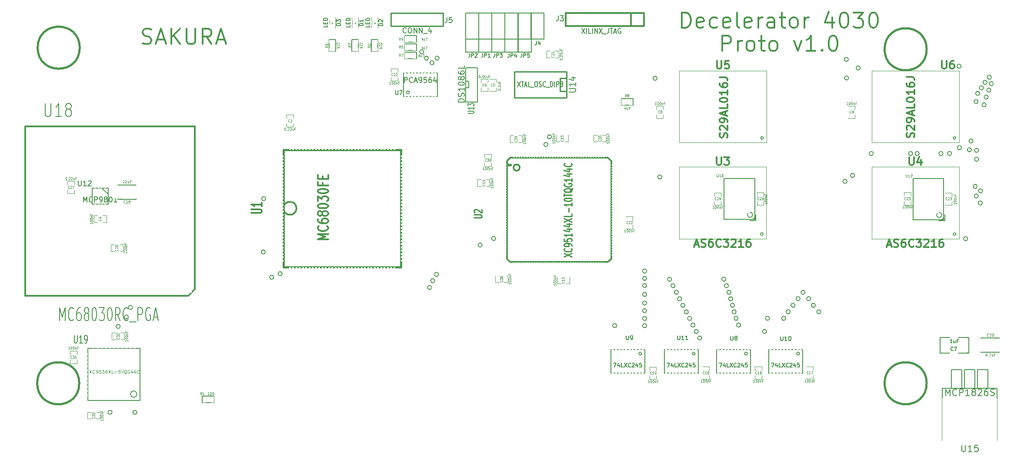
<source format=gto>
G04 (created by PCBNEW (2013-07-07 BZR 4022)-stable) date 2015-08-26 18:09:03*
%MOIN*%
G04 Gerber Fmt 3.4, Leading zero omitted, Abs format*
%FSLAX34Y34*%
G01*
G70*
G90*
G04 APERTURE LIST*
%ADD10C,0.00590551*%
%ADD11C,0.011811*%
%ADD12C,0.005*%
%ADD13C,0.012*%
%ADD14C,4.72441e-006*%
%ADD15C,0.008*%
%ADD16C,0.0047*%
%ADD17C,0.015*%
%ADD18C,0.01*%
%ADD19C,0.006*%
%ADD20C,0.0026*%
%ADD21C,0.004*%
%ADD22C,0.002*%
%ADD23C,0.00393701*%
%ADD24C,0.0059*%
%ADD25C,0.0045*%
%ADD26C,0.00787402*%
%ADD27C,0.00334646*%
%ADD28C,0.0161417*%
%ADD29C,0.055*%
%ADD30R,0.055X0.055*%
%ADD31R,0.0098X0.075*%
%ADD32R,0.0165X0.0579*%
%ADD33R,0.0787X0.0078*%
%ADD34R,0.06X0.01*%
%ADD35R,0.01X0.06*%
%ADD36R,0.07X0.11*%
%ADD37R,0.025X0.045*%
%ADD38R,0.045X0.025*%
%ADD39R,0.1X0.015*%
%ADD40R,0.015X0.1*%
%ADD41R,0.06X0.06*%
%ADD42C,0.06*%
%ADD43R,0.015X0.05*%
%ADD44R,0.0472X0.0472*%
%ADD45R,0.42X0.35*%
%ADD46R,0.07X0.09*%
%ADD47R,0.0768X0.0984*%
%ADD48R,0.016X0.05*%
%ADD49R,0.05X0.016*%
%ADD50C,0.0472441*%
%ADD51R,0.0472441X0.0472441*%
%ADD52C,0.11811*%
%ADD53C,0.28189*%
%ADD54C,0.019685*%
G04 APERTURE END LIST*
G54D10*
G54D11*
X23200Y-13836D02*
X23369Y-13893D01*
X23650Y-13893D01*
X23762Y-13836D01*
X23819Y-13780D01*
X23875Y-13668D01*
X23875Y-13555D01*
X23819Y-13443D01*
X23762Y-13386D01*
X23650Y-13330D01*
X23425Y-13274D01*
X23312Y-13218D01*
X23256Y-13161D01*
X23200Y-13049D01*
X23200Y-12936D01*
X23256Y-12824D01*
X23312Y-12768D01*
X23425Y-12711D01*
X23706Y-12711D01*
X23875Y-12768D01*
X24325Y-13555D02*
X24887Y-13555D01*
X24212Y-13893D02*
X24606Y-12711D01*
X25000Y-13893D01*
X25393Y-13893D02*
X25393Y-12711D01*
X26068Y-13893D02*
X25562Y-13218D01*
X26068Y-12711D02*
X25393Y-13386D01*
X26574Y-12711D02*
X26574Y-13668D01*
X26631Y-13780D01*
X26687Y-13836D01*
X26799Y-13893D01*
X27024Y-13893D01*
X27137Y-13836D01*
X27193Y-13780D01*
X27249Y-13668D01*
X27249Y-12711D01*
X28487Y-13893D02*
X28093Y-13330D01*
X27812Y-13893D02*
X27812Y-12711D01*
X28262Y-12711D01*
X28374Y-12768D01*
X28430Y-12824D01*
X28487Y-12936D01*
X28487Y-13105D01*
X28430Y-13218D01*
X28374Y-13274D01*
X28262Y-13330D01*
X27812Y-13330D01*
X28937Y-13555D02*
X29499Y-13555D01*
X28824Y-13893D02*
X29218Y-12711D01*
X29612Y-13893D01*
X64549Y-12653D02*
X64549Y-11471D01*
X64830Y-11471D01*
X64999Y-11528D01*
X65112Y-11640D01*
X65168Y-11753D01*
X65224Y-11978D01*
X65224Y-12146D01*
X65168Y-12371D01*
X65112Y-12484D01*
X64999Y-12596D01*
X64830Y-12653D01*
X64549Y-12653D01*
X66180Y-12596D02*
X66068Y-12653D01*
X65843Y-12653D01*
X65730Y-12596D01*
X65674Y-12484D01*
X65674Y-12034D01*
X65730Y-11921D01*
X65843Y-11865D01*
X66068Y-11865D01*
X66180Y-11921D01*
X66236Y-12034D01*
X66236Y-12146D01*
X65674Y-12259D01*
X67249Y-12596D02*
X67136Y-12653D01*
X66911Y-12653D01*
X66799Y-12596D01*
X66743Y-12540D01*
X66686Y-12428D01*
X66686Y-12090D01*
X66743Y-11978D01*
X66799Y-11921D01*
X66911Y-11865D01*
X67136Y-11865D01*
X67249Y-11921D01*
X68205Y-12596D02*
X68092Y-12653D01*
X67868Y-12653D01*
X67755Y-12596D01*
X67699Y-12484D01*
X67699Y-12034D01*
X67755Y-11921D01*
X67868Y-11865D01*
X68092Y-11865D01*
X68205Y-11921D01*
X68261Y-12034D01*
X68261Y-12146D01*
X67699Y-12259D01*
X68936Y-12653D02*
X68824Y-12596D01*
X68767Y-12484D01*
X68767Y-11471D01*
X69836Y-12596D02*
X69724Y-12653D01*
X69499Y-12653D01*
X69386Y-12596D01*
X69330Y-12484D01*
X69330Y-12034D01*
X69386Y-11921D01*
X69499Y-11865D01*
X69724Y-11865D01*
X69836Y-11921D01*
X69892Y-12034D01*
X69892Y-12146D01*
X69330Y-12259D01*
X70398Y-12653D02*
X70398Y-11865D01*
X70398Y-12090D02*
X70455Y-11978D01*
X70511Y-11921D01*
X70623Y-11865D01*
X70736Y-11865D01*
X71636Y-12653D02*
X71636Y-12034D01*
X71580Y-11921D01*
X71467Y-11865D01*
X71242Y-11865D01*
X71130Y-11921D01*
X71636Y-12596D02*
X71523Y-12653D01*
X71242Y-12653D01*
X71130Y-12596D01*
X71073Y-12484D01*
X71073Y-12371D01*
X71130Y-12259D01*
X71242Y-12203D01*
X71523Y-12203D01*
X71636Y-12146D01*
X72030Y-11865D02*
X72479Y-11865D01*
X72198Y-11471D02*
X72198Y-12484D01*
X72254Y-12596D01*
X72367Y-12653D01*
X72479Y-12653D01*
X73042Y-12653D02*
X72929Y-12596D01*
X72873Y-12540D01*
X72817Y-12428D01*
X72817Y-12090D01*
X72873Y-11978D01*
X72929Y-11921D01*
X73042Y-11865D01*
X73211Y-11865D01*
X73323Y-11921D01*
X73379Y-11978D01*
X73436Y-12090D01*
X73436Y-12428D01*
X73379Y-12540D01*
X73323Y-12596D01*
X73211Y-12653D01*
X73042Y-12653D01*
X73942Y-12653D02*
X73942Y-11865D01*
X73942Y-12090D02*
X73998Y-11978D01*
X74054Y-11921D01*
X74167Y-11865D01*
X74279Y-11865D01*
X76079Y-11865D02*
X76079Y-12653D01*
X75798Y-11415D02*
X75517Y-12259D01*
X76248Y-12259D01*
X76923Y-11471D02*
X77035Y-11471D01*
X77148Y-11528D01*
X77204Y-11584D01*
X77260Y-11696D01*
X77316Y-11921D01*
X77316Y-12203D01*
X77260Y-12428D01*
X77204Y-12540D01*
X77148Y-12596D01*
X77035Y-12653D01*
X76923Y-12653D01*
X76810Y-12596D01*
X76754Y-12540D01*
X76698Y-12428D01*
X76641Y-12203D01*
X76641Y-11921D01*
X76698Y-11696D01*
X76754Y-11584D01*
X76810Y-11528D01*
X76923Y-11471D01*
X77710Y-11471D02*
X78441Y-11471D01*
X78047Y-11921D01*
X78216Y-11921D01*
X78329Y-11978D01*
X78385Y-12034D01*
X78441Y-12146D01*
X78441Y-12428D01*
X78385Y-12540D01*
X78329Y-12596D01*
X78216Y-12653D01*
X77879Y-12653D01*
X77766Y-12596D01*
X77710Y-12540D01*
X79172Y-11471D02*
X79285Y-11471D01*
X79397Y-11528D01*
X79454Y-11584D01*
X79510Y-11696D01*
X79566Y-11921D01*
X79566Y-12203D01*
X79510Y-12428D01*
X79454Y-12540D01*
X79397Y-12596D01*
X79285Y-12653D01*
X79172Y-12653D01*
X79060Y-12596D01*
X79004Y-12540D01*
X78947Y-12428D01*
X78891Y-12203D01*
X78891Y-11921D01*
X78947Y-11696D01*
X79004Y-11584D01*
X79060Y-11528D01*
X79172Y-11471D01*
X67643Y-14424D02*
X67643Y-13243D01*
X68092Y-13243D01*
X68205Y-13299D01*
X68261Y-13356D01*
X68317Y-13468D01*
X68317Y-13637D01*
X68261Y-13749D01*
X68205Y-13806D01*
X68092Y-13862D01*
X67643Y-13862D01*
X68824Y-14424D02*
X68824Y-13637D01*
X68824Y-13862D02*
X68880Y-13749D01*
X68936Y-13693D01*
X69049Y-13637D01*
X69161Y-13637D01*
X69724Y-14424D02*
X69611Y-14368D01*
X69555Y-14312D01*
X69499Y-14199D01*
X69499Y-13862D01*
X69555Y-13749D01*
X69611Y-13693D01*
X69724Y-13637D01*
X69892Y-13637D01*
X70005Y-13693D01*
X70061Y-13749D01*
X70117Y-13862D01*
X70117Y-14199D01*
X70061Y-14312D01*
X70005Y-14368D01*
X69892Y-14424D01*
X69724Y-14424D01*
X70455Y-13637D02*
X70905Y-13637D01*
X70623Y-13243D02*
X70623Y-14255D01*
X70680Y-14368D01*
X70792Y-14424D01*
X70905Y-14424D01*
X71467Y-14424D02*
X71355Y-14368D01*
X71298Y-14312D01*
X71242Y-14199D01*
X71242Y-13862D01*
X71298Y-13749D01*
X71355Y-13693D01*
X71467Y-13637D01*
X71636Y-13637D01*
X71748Y-13693D01*
X71805Y-13749D01*
X71861Y-13862D01*
X71861Y-14199D01*
X71805Y-14312D01*
X71748Y-14368D01*
X71636Y-14424D01*
X71467Y-14424D01*
X73154Y-13637D02*
X73436Y-14424D01*
X73717Y-13637D01*
X74785Y-14424D02*
X74110Y-14424D01*
X74448Y-14424D02*
X74448Y-13243D01*
X74335Y-13412D01*
X74223Y-13524D01*
X74110Y-13581D01*
X75292Y-14312D02*
X75348Y-14368D01*
X75292Y-14424D01*
X75235Y-14368D01*
X75292Y-14312D01*
X75292Y-14424D01*
X76079Y-13243D02*
X76191Y-13243D01*
X76304Y-13299D01*
X76360Y-13356D01*
X76416Y-13468D01*
X76473Y-13693D01*
X76473Y-13974D01*
X76416Y-14199D01*
X76360Y-14312D01*
X76304Y-14368D01*
X76191Y-14424D01*
X76079Y-14424D01*
X75967Y-14368D01*
X75910Y-14312D01*
X75854Y-14199D01*
X75798Y-13974D01*
X75798Y-13693D01*
X75854Y-13468D01*
X75910Y-13356D01*
X75967Y-13299D01*
X76079Y-13243D01*
G54D12*
X84621Y-27330D02*
X84581Y-27369D01*
X84542Y-27369D02*
X84621Y-27291D01*
X84621Y-27212D02*
X84463Y-27369D01*
X84502Y-27369D02*
X84621Y-27251D01*
X84621Y-27369D02*
X82258Y-27369D01*
X82258Y-27369D02*
X82258Y-24220D01*
X82258Y-24220D02*
X84621Y-24220D01*
X84621Y-24220D02*
X84621Y-27369D01*
X84699Y-26976D02*
X84699Y-27448D01*
X84699Y-27448D02*
X84227Y-27448D01*
X84463Y-27015D02*
G75*
G03X84463Y-27015I-196J0D01*
G74*
G01*
X84542Y-27369D02*
X84621Y-27172D01*
X70128Y-27320D02*
X70088Y-27359D01*
X70049Y-27359D02*
X70128Y-27281D01*
X70128Y-27202D02*
X69970Y-27359D01*
X70009Y-27359D02*
X70128Y-27241D01*
X70128Y-27359D02*
X67765Y-27359D01*
X67765Y-27359D02*
X67765Y-24210D01*
X67765Y-24210D02*
X70128Y-24210D01*
X70128Y-24210D02*
X70128Y-27359D01*
X70206Y-26966D02*
X70206Y-27438D01*
X70206Y-27438D02*
X69734Y-27438D01*
X69970Y-27005D02*
G75*
G03X69970Y-27005I-196J0D01*
G74*
G01*
X70049Y-27359D02*
X70128Y-27162D01*
G54D13*
X27202Y-32728D02*
X26702Y-33228D01*
X27202Y-32728D02*
X27202Y-20228D01*
X27202Y-20228D02*
X14202Y-20228D01*
X14202Y-20228D02*
X14202Y-33228D01*
X14202Y-33228D02*
X26702Y-33228D01*
G54D12*
X47972Y-16756D02*
X48222Y-16756D01*
X48222Y-16756D02*
X48222Y-17256D01*
X48222Y-17256D02*
X47972Y-17256D01*
X47977Y-15706D02*
X48872Y-15706D01*
X48872Y-15706D02*
X48872Y-18356D01*
X48872Y-18356D02*
X47977Y-18356D01*
X47972Y-18356D02*
X47972Y-15706D01*
X59100Y-39150D02*
X61700Y-39150D01*
X61700Y-39150D02*
X61700Y-37350D01*
X61700Y-37350D02*
X59100Y-37350D01*
X59100Y-37350D02*
X59100Y-39150D01*
X61461Y-37650D02*
G75*
G03X61461Y-37650I-111J0D01*
G74*
G01*
X67203Y-39148D02*
X69803Y-39148D01*
X69803Y-39148D02*
X69803Y-37348D01*
X69803Y-37348D02*
X67203Y-37348D01*
X67203Y-37348D02*
X67203Y-39148D01*
X69565Y-37648D02*
G75*
G03X69565Y-37648I-111J0D01*
G74*
G01*
X63200Y-39150D02*
X65800Y-39150D01*
X65800Y-39150D02*
X65800Y-37350D01*
X65800Y-37350D02*
X63200Y-37350D01*
X63200Y-37350D02*
X63200Y-39150D01*
X65561Y-37650D02*
G75*
G03X65561Y-37650I-111J0D01*
G74*
G01*
X71200Y-39148D02*
X73800Y-39148D01*
X73800Y-39148D02*
X73800Y-37348D01*
X73800Y-37348D02*
X71200Y-37348D01*
X71200Y-37348D02*
X71200Y-39148D01*
X73561Y-37648D02*
G75*
G03X73561Y-37648I-111J0D01*
G74*
G01*
X45800Y-16100D02*
X43200Y-16100D01*
X43200Y-16100D02*
X43200Y-17900D01*
X43200Y-17900D02*
X45800Y-17900D01*
X45800Y-17900D02*
X45800Y-16100D01*
X43661Y-17600D02*
G75*
G03X43661Y-17600I-111J0D01*
G74*
G01*
G54D14*
X79098Y-15947D02*
X85790Y-15947D01*
X79098Y-15947D02*
X85790Y-15947D01*
X85790Y-15947D02*
X85790Y-21457D01*
G54D15*
X85544Y-21102D02*
G75*
G03X85544Y-21102I-100J0D01*
G74*
G01*
G54D14*
X79098Y-21457D02*
X85790Y-21457D01*
X79098Y-15947D02*
X79098Y-21457D01*
X79098Y-21457D02*
X79098Y-21457D01*
X79098Y-21457D02*
X79098Y-21457D01*
X64344Y-15945D02*
X71036Y-15945D01*
X64344Y-15945D02*
X71036Y-15945D01*
X71036Y-15945D02*
X71036Y-21455D01*
G54D15*
X70790Y-21100D02*
G75*
G03X70790Y-21100I-100J0D01*
G74*
G01*
G54D14*
X64344Y-21455D02*
X71036Y-21455D01*
X64344Y-15945D02*
X64344Y-21455D01*
X64344Y-21455D02*
X64344Y-21455D01*
X64344Y-21455D02*
X64344Y-21455D01*
X64326Y-23322D02*
X71018Y-23322D01*
X64326Y-23322D02*
X71018Y-23322D01*
X71018Y-23322D02*
X71018Y-28832D01*
G54D15*
X70772Y-28477D02*
G75*
G03X70772Y-28477I-100J0D01*
G74*
G01*
G54D14*
X64326Y-28832D02*
X71018Y-28832D01*
X64326Y-23322D02*
X64326Y-28832D01*
X64326Y-28832D02*
X64326Y-28832D01*
X64326Y-28832D02*
X64326Y-28832D01*
X79098Y-23326D02*
X85790Y-23326D01*
X79098Y-23326D02*
X85790Y-23326D01*
X85790Y-23326D02*
X85790Y-28836D01*
G54D15*
X85544Y-28481D02*
G75*
G03X85544Y-28481I-100J0D01*
G74*
G01*
G54D14*
X79098Y-28836D02*
X85790Y-28836D01*
X79098Y-23326D02*
X79098Y-28836D01*
X79098Y-28836D02*
X79098Y-28836D01*
X79098Y-28836D02*
X79098Y-28836D01*
G54D13*
X52125Y-23375D02*
G75*
G03X52125Y-23375I-250J0D01*
G74*
G01*
X51425Y-23225D02*
X51425Y-23135D01*
X51425Y-23135D02*
X51125Y-23135D01*
X51125Y-23225D02*
X51425Y-23225D01*
X51125Y-30375D02*
X51375Y-30625D01*
X51375Y-30625D02*
X58875Y-30625D01*
X58875Y-30625D02*
X59125Y-30375D01*
X59125Y-30375D02*
X59125Y-22875D01*
X59125Y-22875D02*
X58875Y-22625D01*
X58875Y-22625D02*
X51375Y-22625D01*
X51375Y-22625D02*
X51125Y-22875D01*
X51125Y-22875D02*
X51125Y-30375D01*
G54D12*
X86533Y-37607D02*
X86533Y-36407D01*
X85083Y-36407D02*
X84333Y-36407D01*
X84333Y-36407D02*
X84333Y-37607D01*
X84333Y-37607D02*
X85083Y-37607D01*
X85733Y-37607D02*
X86533Y-37607D01*
X86454Y-37607D02*
X86454Y-36407D01*
X86533Y-36407D02*
X85733Y-36407D01*
G54D16*
X54449Y-14430D02*
X54174Y-14430D01*
X54843Y-14430D02*
X55118Y-14430D01*
X54449Y-14942D02*
X54174Y-14942D01*
X55118Y-14942D02*
X54843Y-14942D01*
X54174Y-14936D02*
X54174Y-14436D01*
X55118Y-14436D02*
X55118Y-14936D01*
X42756Y-16053D02*
X42756Y-15778D01*
X42756Y-16447D02*
X42756Y-16722D01*
X42244Y-16053D02*
X42244Y-15778D01*
X42244Y-16722D02*
X42244Y-16447D01*
X42250Y-15778D02*
X42750Y-15778D01*
X42750Y-16722D02*
X42250Y-16722D01*
X49794Y-17247D02*
X49794Y-17522D01*
X49794Y-16853D02*
X49794Y-16578D01*
X50306Y-17247D02*
X50306Y-17522D01*
X50306Y-16578D02*
X50306Y-16853D01*
X50300Y-17522D02*
X49800Y-17522D01*
X49800Y-16578D02*
X50300Y-16578D01*
X20148Y-27569D02*
X20423Y-27569D01*
X19754Y-27569D02*
X19479Y-27569D01*
X20148Y-27057D02*
X20423Y-27057D01*
X19479Y-27057D02*
X19754Y-27057D01*
X20423Y-27063D02*
X20423Y-27563D01*
X19479Y-27563D02*
X19479Y-27063D01*
X49144Y-17247D02*
X49144Y-17522D01*
X49144Y-16853D02*
X49144Y-16578D01*
X49656Y-17247D02*
X49656Y-17522D01*
X49656Y-16578D02*
X49656Y-16853D01*
X49650Y-17522D02*
X49150Y-17522D01*
X49150Y-16578D02*
X49650Y-16578D01*
X77297Y-19307D02*
X77297Y-19582D01*
X77297Y-18913D02*
X77297Y-18638D01*
X77809Y-19307D02*
X77809Y-19582D01*
X77809Y-18638D02*
X77809Y-18913D01*
X77803Y-19582D02*
X77303Y-19582D01*
X77303Y-18638D02*
X77803Y-18638D01*
X62609Y-19309D02*
X62609Y-19584D01*
X62609Y-18915D02*
X62609Y-18640D01*
X63121Y-19309D02*
X63121Y-19584D01*
X63121Y-18640D02*
X63121Y-18915D01*
X63115Y-19584D02*
X62615Y-19584D01*
X62615Y-18640D02*
X63115Y-18640D01*
X60776Y-27403D02*
X60776Y-27128D01*
X60776Y-27797D02*
X60776Y-28072D01*
X60264Y-27403D02*
X60264Y-27128D01*
X60264Y-28072D02*
X60264Y-27797D01*
X60270Y-27128D02*
X60770Y-27128D01*
X60770Y-28072D02*
X60270Y-28072D01*
X55572Y-21381D02*
X55847Y-21381D01*
X55178Y-21381D02*
X54903Y-21381D01*
X55572Y-20869D02*
X55847Y-20869D01*
X54903Y-20869D02*
X55178Y-20869D01*
X55847Y-20875D02*
X55847Y-21375D01*
X54903Y-21375D02*
X54903Y-20875D01*
X34756Y-19593D02*
X34756Y-19318D01*
X34756Y-19987D02*
X34756Y-20262D01*
X34244Y-19593D02*
X34244Y-19318D01*
X34244Y-20262D02*
X34244Y-19987D01*
X34250Y-19318D02*
X34750Y-19318D01*
X34750Y-20262D02*
X34250Y-20262D01*
X62586Y-38953D02*
X62586Y-38678D01*
X62586Y-39347D02*
X62586Y-39622D01*
X62074Y-38953D02*
X62074Y-38678D01*
X62074Y-39622D02*
X62074Y-39347D01*
X62080Y-38678D02*
X62580Y-38678D01*
X62580Y-39622D02*
X62080Y-39622D01*
X70656Y-38933D02*
X70656Y-38658D01*
X70656Y-39327D02*
X70656Y-39602D01*
X70144Y-38933D02*
X70144Y-38658D01*
X70144Y-39602D02*
X70144Y-39327D01*
X70150Y-38658D02*
X70650Y-38658D01*
X70650Y-39602D02*
X70150Y-39602D01*
X74606Y-38923D02*
X74606Y-38648D01*
X74606Y-39317D02*
X74606Y-39592D01*
X74094Y-38923D02*
X74094Y-38648D01*
X74094Y-39592D02*
X74094Y-39317D01*
X74100Y-38648D02*
X74600Y-38648D01*
X74600Y-39592D02*
X74100Y-39592D01*
X66636Y-38933D02*
X66636Y-38658D01*
X66636Y-39327D02*
X66636Y-39602D01*
X66124Y-38933D02*
X66124Y-38658D01*
X66124Y-39602D02*
X66124Y-39327D01*
X66130Y-38658D02*
X66630Y-38658D01*
X66630Y-39602D02*
X66130Y-39602D01*
X55667Y-32286D02*
X55942Y-32286D01*
X55273Y-32286D02*
X54998Y-32286D01*
X55667Y-31774D02*
X55942Y-31774D01*
X54998Y-31774D02*
X55273Y-31774D01*
X55942Y-31780D02*
X55942Y-32280D01*
X54998Y-32280D02*
X54998Y-31780D01*
X49147Y-24296D02*
X48872Y-24296D01*
X49541Y-24296D02*
X49816Y-24296D01*
X49147Y-24808D02*
X48872Y-24808D01*
X49816Y-24808D02*
X49541Y-24808D01*
X48872Y-24802D02*
X48872Y-24302D01*
X49816Y-24302D02*
X49816Y-24802D01*
G54D12*
X27780Y-40920D02*
X28680Y-40920D01*
X28680Y-40920D02*
X28680Y-41420D01*
X28680Y-41420D02*
X27780Y-41420D01*
X27780Y-41420D02*
X27780Y-40920D01*
X59890Y-18090D02*
X60790Y-18090D01*
X60790Y-18090D02*
X60790Y-18590D01*
X60790Y-18590D02*
X59890Y-18590D01*
X59890Y-18590D02*
X59890Y-18090D01*
X44200Y-15024D02*
X43300Y-15024D01*
X43300Y-15024D02*
X43300Y-14524D01*
X43300Y-14524D02*
X44200Y-14524D01*
X44200Y-14524D02*
X44200Y-15024D01*
X40750Y-14450D02*
X40750Y-13550D01*
X40750Y-13550D02*
X41250Y-13550D01*
X41250Y-13550D02*
X41250Y-14450D01*
X41250Y-14450D02*
X40750Y-14450D01*
X39250Y-14450D02*
X39250Y-13550D01*
X39250Y-13550D02*
X39750Y-13550D01*
X39750Y-13550D02*
X39750Y-14450D01*
X39750Y-14450D02*
X39250Y-14450D01*
X37500Y-14450D02*
X37500Y-13550D01*
X37500Y-13550D02*
X38000Y-13550D01*
X38000Y-13550D02*
X38000Y-14450D01*
X38000Y-14450D02*
X37500Y-14450D01*
X43300Y-13250D02*
X44200Y-13250D01*
X44200Y-13250D02*
X44200Y-13750D01*
X44200Y-13750D02*
X43300Y-13750D01*
X43300Y-13750D02*
X43300Y-13250D01*
X43300Y-13890D02*
X44200Y-13890D01*
X44200Y-13890D02*
X44200Y-14390D01*
X44200Y-14390D02*
X43300Y-14390D01*
X43300Y-14390D02*
X43300Y-13890D01*
G54D13*
X35000Y-26500D02*
G75*
G03X35000Y-26500I-500J0D01*
G74*
G01*
G54D17*
X34000Y-31000D02*
X34000Y-22000D01*
X34000Y-22000D02*
X43000Y-22000D01*
X43000Y-22000D02*
X43000Y-31000D01*
X43000Y-31000D02*
X34000Y-31000D01*
G54D18*
X46250Y-12500D02*
X42250Y-12500D01*
X46250Y-11500D02*
X42250Y-11500D01*
X42250Y-11500D02*
X42250Y-12500D01*
X46250Y-12500D02*
X46250Y-11500D01*
G54D19*
X48980Y-14520D02*
X47980Y-14520D01*
X47980Y-14520D02*
X47980Y-11520D01*
X47980Y-11520D02*
X48980Y-11520D01*
X48980Y-11520D02*
X48980Y-14520D01*
X47980Y-13520D02*
X48980Y-13520D01*
X49980Y-14520D02*
X48980Y-14520D01*
X48980Y-14520D02*
X48980Y-11520D01*
X48980Y-11520D02*
X49980Y-11520D01*
X49980Y-11520D02*
X49980Y-14520D01*
X48980Y-13520D02*
X49980Y-13520D01*
X50980Y-14520D02*
X49980Y-14520D01*
X49980Y-14520D02*
X49980Y-11520D01*
X49980Y-11520D02*
X50980Y-11520D01*
X50980Y-11520D02*
X50980Y-14520D01*
X49980Y-13520D02*
X50980Y-13520D01*
X52980Y-11520D02*
X53980Y-11520D01*
X53980Y-11520D02*
X53980Y-13520D01*
X53980Y-13520D02*
X52980Y-13520D01*
X52980Y-13520D02*
X52980Y-11520D01*
G54D13*
X61652Y-11512D02*
X61652Y-12512D01*
X61652Y-12512D02*
X55652Y-12512D01*
X55652Y-12512D02*
X55652Y-11512D01*
X55652Y-11512D02*
X61652Y-11512D01*
X60652Y-11512D02*
X60652Y-12512D01*
G54D15*
X20076Y-24938D02*
X20576Y-25413D01*
X20576Y-24938D02*
X19326Y-24938D01*
X19326Y-24938D02*
X19326Y-26188D01*
X19326Y-26188D02*
X20576Y-26188D01*
X20576Y-26188D02*
X20576Y-24938D01*
G54D20*
X37632Y-12446D02*
X37504Y-12446D01*
X37504Y-12446D02*
X37504Y-12643D01*
X37632Y-12643D02*
X37504Y-12643D01*
X37632Y-12446D02*
X37632Y-12643D01*
X37877Y-12446D02*
X37818Y-12446D01*
X37818Y-12446D02*
X37818Y-12545D01*
X37877Y-12545D02*
X37818Y-12545D01*
X37877Y-12446D02*
X37877Y-12545D01*
X37682Y-12446D02*
X37623Y-12446D01*
X37623Y-12446D02*
X37623Y-12545D01*
X37682Y-12545D02*
X37623Y-12545D01*
X37682Y-12446D02*
X37682Y-12545D01*
X37828Y-12446D02*
X37672Y-12446D01*
X37672Y-12446D02*
X37672Y-12515D01*
X37828Y-12515D02*
X37672Y-12515D01*
X37828Y-12446D02*
X37828Y-12515D01*
X37632Y-11857D02*
X37504Y-11857D01*
X37504Y-11857D02*
X37504Y-12054D01*
X37632Y-12054D02*
X37504Y-12054D01*
X37632Y-11857D02*
X37632Y-12054D01*
X37996Y-11857D02*
X37868Y-11857D01*
X37868Y-11857D02*
X37868Y-12054D01*
X37996Y-12054D02*
X37868Y-12054D01*
X37996Y-11857D02*
X37996Y-12054D01*
X37682Y-11955D02*
X37623Y-11955D01*
X37623Y-11955D02*
X37623Y-12054D01*
X37682Y-12054D02*
X37623Y-12054D01*
X37682Y-11955D02*
X37682Y-12054D01*
X37877Y-11955D02*
X37818Y-11955D01*
X37818Y-11955D02*
X37818Y-12054D01*
X37877Y-12054D02*
X37818Y-12054D01*
X37877Y-11955D02*
X37877Y-12054D01*
X37828Y-11985D02*
X37672Y-11985D01*
X37672Y-11985D02*
X37672Y-12054D01*
X37828Y-12054D02*
X37672Y-12054D01*
X37828Y-11985D02*
X37828Y-12054D01*
X37789Y-12250D02*
X37711Y-12250D01*
X37711Y-12250D02*
X37711Y-12328D01*
X37789Y-12328D02*
X37711Y-12328D01*
X37789Y-12250D02*
X37789Y-12328D01*
X37986Y-12446D02*
X37868Y-12446D01*
X37868Y-12446D02*
X37868Y-12564D01*
X37986Y-12564D02*
X37868Y-12564D01*
X37986Y-12446D02*
X37986Y-12564D01*
X37996Y-12614D02*
X37907Y-12614D01*
X37907Y-12614D02*
X37907Y-12643D01*
X37996Y-12643D02*
X37907Y-12643D01*
X37996Y-12614D02*
X37996Y-12643D01*
G54D21*
X37524Y-12456D02*
X37524Y-12044D01*
X37976Y-12054D02*
X37976Y-12614D01*
G54D22*
X37955Y-12584D02*
G75*
G03X37955Y-12584I-28J0D01*
G74*
G01*
G54D21*
X37887Y-12643D02*
G75*
G03X37613Y-12643I-137J0D01*
G74*
G01*
X37613Y-11857D02*
G75*
G03X37887Y-11857I137J0D01*
G74*
G01*
G54D20*
X40882Y-12446D02*
X40754Y-12446D01*
X40754Y-12446D02*
X40754Y-12643D01*
X40882Y-12643D02*
X40754Y-12643D01*
X40882Y-12446D02*
X40882Y-12643D01*
X41127Y-12446D02*
X41068Y-12446D01*
X41068Y-12446D02*
X41068Y-12545D01*
X41127Y-12545D02*
X41068Y-12545D01*
X41127Y-12446D02*
X41127Y-12545D01*
X40932Y-12446D02*
X40873Y-12446D01*
X40873Y-12446D02*
X40873Y-12545D01*
X40932Y-12545D02*
X40873Y-12545D01*
X40932Y-12446D02*
X40932Y-12545D01*
X41078Y-12446D02*
X40922Y-12446D01*
X40922Y-12446D02*
X40922Y-12515D01*
X41078Y-12515D02*
X40922Y-12515D01*
X41078Y-12446D02*
X41078Y-12515D01*
X40882Y-11857D02*
X40754Y-11857D01*
X40754Y-11857D02*
X40754Y-12054D01*
X40882Y-12054D02*
X40754Y-12054D01*
X40882Y-11857D02*
X40882Y-12054D01*
X41246Y-11857D02*
X41118Y-11857D01*
X41118Y-11857D02*
X41118Y-12054D01*
X41246Y-12054D02*
X41118Y-12054D01*
X41246Y-11857D02*
X41246Y-12054D01*
X40932Y-11955D02*
X40873Y-11955D01*
X40873Y-11955D02*
X40873Y-12054D01*
X40932Y-12054D02*
X40873Y-12054D01*
X40932Y-11955D02*
X40932Y-12054D01*
X41127Y-11955D02*
X41068Y-11955D01*
X41068Y-11955D02*
X41068Y-12054D01*
X41127Y-12054D02*
X41068Y-12054D01*
X41127Y-11955D02*
X41127Y-12054D01*
X41078Y-11985D02*
X40922Y-11985D01*
X40922Y-11985D02*
X40922Y-12054D01*
X41078Y-12054D02*
X40922Y-12054D01*
X41078Y-11985D02*
X41078Y-12054D01*
X41039Y-12250D02*
X40961Y-12250D01*
X40961Y-12250D02*
X40961Y-12328D01*
X41039Y-12328D02*
X40961Y-12328D01*
X41039Y-12250D02*
X41039Y-12328D01*
X41236Y-12446D02*
X41118Y-12446D01*
X41118Y-12446D02*
X41118Y-12564D01*
X41236Y-12564D02*
X41118Y-12564D01*
X41236Y-12446D02*
X41236Y-12564D01*
X41246Y-12614D02*
X41157Y-12614D01*
X41157Y-12614D02*
X41157Y-12643D01*
X41246Y-12643D02*
X41157Y-12643D01*
X41246Y-12614D02*
X41246Y-12643D01*
G54D21*
X40774Y-12456D02*
X40774Y-12044D01*
X41226Y-12054D02*
X41226Y-12614D01*
G54D22*
X41205Y-12584D02*
G75*
G03X41205Y-12584I-28J0D01*
G74*
G01*
G54D21*
X41137Y-12643D02*
G75*
G03X40863Y-12643I-137J0D01*
G74*
G01*
X40863Y-11857D02*
G75*
G03X41137Y-11857I137J0D01*
G74*
G01*
G54D20*
X39382Y-12446D02*
X39254Y-12446D01*
X39254Y-12446D02*
X39254Y-12643D01*
X39382Y-12643D02*
X39254Y-12643D01*
X39382Y-12446D02*
X39382Y-12643D01*
X39627Y-12446D02*
X39568Y-12446D01*
X39568Y-12446D02*
X39568Y-12545D01*
X39627Y-12545D02*
X39568Y-12545D01*
X39627Y-12446D02*
X39627Y-12545D01*
X39432Y-12446D02*
X39373Y-12446D01*
X39373Y-12446D02*
X39373Y-12545D01*
X39432Y-12545D02*
X39373Y-12545D01*
X39432Y-12446D02*
X39432Y-12545D01*
X39578Y-12446D02*
X39422Y-12446D01*
X39422Y-12446D02*
X39422Y-12515D01*
X39578Y-12515D02*
X39422Y-12515D01*
X39578Y-12446D02*
X39578Y-12515D01*
X39382Y-11857D02*
X39254Y-11857D01*
X39254Y-11857D02*
X39254Y-12054D01*
X39382Y-12054D02*
X39254Y-12054D01*
X39382Y-11857D02*
X39382Y-12054D01*
X39746Y-11857D02*
X39618Y-11857D01*
X39618Y-11857D02*
X39618Y-12054D01*
X39746Y-12054D02*
X39618Y-12054D01*
X39746Y-11857D02*
X39746Y-12054D01*
X39432Y-11955D02*
X39373Y-11955D01*
X39373Y-11955D02*
X39373Y-12054D01*
X39432Y-12054D02*
X39373Y-12054D01*
X39432Y-11955D02*
X39432Y-12054D01*
X39627Y-11955D02*
X39568Y-11955D01*
X39568Y-11955D02*
X39568Y-12054D01*
X39627Y-12054D02*
X39568Y-12054D01*
X39627Y-11955D02*
X39627Y-12054D01*
X39578Y-11985D02*
X39422Y-11985D01*
X39422Y-11985D02*
X39422Y-12054D01*
X39578Y-12054D02*
X39422Y-12054D01*
X39578Y-11985D02*
X39578Y-12054D01*
X39539Y-12250D02*
X39461Y-12250D01*
X39461Y-12250D02*
X39461Y-12328D01*
X39539Y-12328D02*
X39461Y-12328D01*
X39539Y-12250D02*
X39539Y-12328D01*
X39736Y-12446D02*
X39618Y-12446D01*
X39618Y-12446D02*
X39618Y-12564D01*
X39736Y-12564D02*
X39618Y-12564D01*
X39736Y-12446D02*
X39736Y-12564D01*
X39746Y-12614D02*
X39657Y-12614D01*
X39657Y-12614D02*
X39657Y-12643D01*
X39746Y-12643D02*
X39657Y-12643D01*
X39746Y-12614D02*
X39746Y-12643D01*
G54D21*
X39274Y-12456D02*
X39274Y-12044D01*
X39726Y-12054D02*
X39726Y-12614D01*
G54D22*
X39705Y-12584D02*
G75*
G03X39705Y-12584I-28J0D01*
G74*
G01*
G54D21*
X39637Y-12643D02*
G75*
G03X39363Y-12643I-137J0D01*
G74*
G01*
X39363Y-11857D02*
G75*
G03X39637Y-11857I137J0D01*
G74*
G01*
G54D12*
X86014Y-40320D02*
X86014Y-38870D01*
X86014Y-38870D02*
X85214Y-38870D01*
X85214Y-38870D02*
X85214Y-40320D01*
X87014Y-40320D02*
X87014Y-38870D01*
X87014Y-38870D02*
X86214Y-38870D01*
X86214Y-38870D02*
X86214Y-40320D01*
X88014Y-40320D02*
X88014Y-38870D01*
X88014Y-38870D02*
X87214Y-38870D01*
X87214Y-38870D02*
X87214Y-40320D01*
X88714Y-40320D02*
X84514Y-40320D01*
X84514Y-40320D02*
X84514Y-44320D01*
X84514Y-44320D02*
X88714Y-44320D01*
X88714Y-44320D02*
X88714Y-40320D01*
G54D18*
X55690Y-17510D02*
X55190Y-17510D01*
X55190Y-17510D02*
X55190Y-16510D01*
X55190Y-16510D02*
X55690Y-16510D01*
X55690Y-18010D02*
X51690Y-18010D01*
X51690Y-18010D02*
X51690Y-16010D01*
X51690Y-16010D02*
X55690Y-16010D01*
X55690Y-16010D02*
X55690Y-18010D01*
G54D12*
X88663Y-36457D02*
X88663Y-37557D01*
X88888Y-36457D02*
X87488Y-36457D01*
X87488Y-36457D02*
X87488Y-37557D01*
X87488Y-37557D02*
X88888Y-37557D01*
X88888Y-37557D02*
X88888Y-36457D01*
G54D16*
X70310Y-25961D02*
X70310Y-26236D01*
X70310Y-25567D02*
X70310Y-25292D01*
X70822Y-25961D02*
X70822Y-26236D01*
X70822Y-25292D02*
X70822Y-25567D01*
X70816Y-26236D02*
X70316Y-26236D01*
X70316Y-25292D02*
X70816Y-25292D01*
X82096Y-25565D02*
X82096Y-25290D01*
X82096Y-25959D02*
X82096Y-26234D01*
X81584Y-25565D02*
X81584Y-25290D01*
X81584Y-26234D02*
X81584Y-25959D01*
X81590Y-25290D02*
X82090Y-25290D01*
X82090Y-26234D02*
X81590Y-26234D01*
X67546Y-25579D02*
X67546Y-25304D01*
X67546Y-25973D02*
X67546Y-26248D01*
X67034Y-25579D02*
X67034Y-25304D01*
X67034Y-26248D02*
X67034Y-25973D01*
X67040Y-25304D02*
X67540Y-25304D01*
X67540Y-26248D02*
X67040Y-26248D01*
X84731Y-25978D02*
X84731Y-26253D01*
X84731Y-25584D02*
X84731Y-25309D01*
X85243Y-25978D02*
X85243Y-26253D01*
X85243Y-25309D02*
X85243Y-25584D01*
X85237Y-26253D02*
X84737Y-26253D01*
X84737Y-25309D02*
X85237Y-25309D01*
X17454Y-25087D02*
X17454Y-25362D01*
X17454Y-24693D02*
X17454Y-24418D01*
X17966Y-25087D02*
X17966Y-25362D01*
X17966Y-24418D02*
X17966Y-24693D01*
X17960Y-25362D02*
X17460Y-25362D01*
X17460Y-24418D02*
X17960Y-24418D01*
X21034Y-29287D02*
X20759Y-29287D01*
X21428Y-29287D02*
X21703Y-29287D01*
X21034Y-29799D02*
X20759Y-29799D01*
X21703Y-29799D02*
X21428Y-29799D01*
X20759Y-29793D02*
X20759Y-29293D01*
X21703Y-29293D02*
X21703Y-29793D01*
G54D12*
X21525Y-25800D02*
X21525Y-24700D01*
X21300Y-25800D02*
X22700Y-25800D01*
X22700Y-25800D02*
X22700Y-24700D01*
X22700Y-24700D02*
X21300Y-24700D01*
X21300Y-24700D02*
X21300Y-25800D01*
G54D19*
X51980Y-14520D02*
X50980Y-14520D01*
X50980Y-14520D02*
X50980Y-11520D01*
X50980Y-11520D02*
X51980Y-11520D01*
X51980Y-11520D02*
X51980Y-14520D01*
X50980Y-13520D02*
X51980Y-13520D01*
X52990Y-14520D02*
X51990Y-14520D01*
X51990Y-14520D02*
X51990Y-11520D01*
X51990Y-11520D02*
X52990Y-11520D01*
X52990Y-11520D02*
X52990Y-14520D01*
X51990Y-13520D02*
X52990Y-13520D01*
G54D15*
X22770Y-40760D02*
G75*
G03X22770Y-40760I-250J0D01*
G74*
G01*
X23020Y-41260D02*
X19020Y-41260D01*
X19020Y-41260D02*
X19020Y-37260D01*
X19020Y-37260D02*
X23020Y-37260D01*
X23020Y-37260D02*
X23020Y-41260D01*
G54D16*
X21130Y-36062D02*
X20855Y-36062D01*
X21524Y-36062D02*
X21799Y-36062D01*
X21130Y-36574D02*
X20855Y-36574D01*
X21799Y-36574D02*
X21524Y-36574D01*
X20855Y-36568D02*
X20855Y-36068D01*
X21799Y-36068D02*
X21799Y-36568D01*
X18157Y-37734D02*
X18157Y-37459D01*
X18157Y-38128D02*
X18157Y-38403D01*
X17645Y-37734D02*
X17645Y-37459D01*
X17645Y-38403D02*
X17645Y-38128D01*
X17651Y-37459D02*
X18151Y-37459D01*
X18151Y-38403D02*
X17651Y-38403D01*
X19261Y-42148D02*
X18986Y-42148D01*
X19655Y-42148D02*
X19930Y-42148D01*
X19261Y-42660D02*
X18986Y-42660D01*
X19930Y-42660D02*
X19655Y-42660D01*
X18986Y-42654D02*
X18986Y-42154D01*
X19930Y-42154D02*
X19930Y-42654D01*
X51637Y-20927D02*
X51362Y-20927D01*
X52031Y-20927D02*
X52306Y-20927D01*
X51637Y-21439D02*
X51362Y-21439D01*
X52306Y-21439D02*
X52031Y-21439D01*
X51362Y-21433D02*
X51362Y-20933D01*
X52306Y-20933D02*
X52306Y-21433D01*
X58060Y-20876D02*
X57785Y-20876D01*
X58454Y-20876D02*
X58729Y-20876D01*
X58060Y-21388D02*
X57785Y-21388D01*
X58729Y-21388D02*
X58454Y-21388D01*
X57785Y-21382D02*
X57785Y-20882D01*
X58729Y-20882D02*
X58729Y-21382D01*
X50525Y-31671D02*
X50250Y-31671D01*
X50919Y-31671D02*
X51194Y-31671D01*
X50525Y-32183D02*
X50250Y-32183D01*
X51194Y-32183D02*
X50919Y-32183D01*
X50250Y-32177D02*
X50250Y-31677D01*
X51194Y-31677D02*
X51194Y-32177D01*
X49932Y-22618D02*
X49932Y-22343D01*
X49932Y-23012D02*
X49932Y-23287D01*
X49420Y-22618D02*
X49420Y-22343D01*
X49420Y-23287D02*
X49420Y-23012D01*
X49426Y-22343D02*
X49926Y-22343D01*
X49926Y-23287D02*
X49426Y-23287D01*
G54D17*
X83309Y-39928D02*
G75*
G03X83309Y-39928I-1612J0D01*
G74*
G01*
X83309Y-14294D02*
G75*
G03X83309Y-14294I-1612J0D01*
G74*
G01*
X18384Y-14175D02*
G75*
G03X18384Y-14175I-1612J0D01*
G74*
G01*
X18349Y-39928D02*
G75*
G03X18349Y-39928I-1612J0D01*
G74*
G01*
G54D12*
X63761Y-31946D02*
G75*
G03X63761Y-31946I-158J0D01*
G74*
G01*
X64018Y-32445D02*
G75*
G03X64018Y-32445I-158J0D01*
G74*
G01*
X64278Y-32945D02*
G75*
G03X64278Y-32945I-158J0D01*
G74*
G01*
X64528Y-33445D02*
G75*
G03X64528Y-33445I-158J0D01*
G74*
G01*
X64783Y-33945D02*
G75*
G03X64783Y-33945I-158J0D01*
G74*
G01*
X65043Y-34450D02*
G75*
G03X65043Y-34450I-158J0D01*
G74*
G01*
X65298Y-34950D02*
G75*
G03X65298Y-34950I-158J0D01*
G74*
G01*
X65553Y-35455D02*
G75*
G03X65553Y-35455I-158J0D01*
G74*
G01*
X65808Y-35955D02*
G75*
G03X65808Y-35955I-158J0D01*
G74*
G01*
X66068Y-36455D02*
G75*
G03X66068Y-36455I-158J0D01*
G74*
G01*
X69048Y-35460D02*
G75*
G03X69048Y-35460I-158J0D01*
G74*
G01*
X68853Y-34945D02*
G75*
G03X68853Y-34945I-158J0D01*
G74*
G01*
X68708Y-34450D02*
G75*
G03X68708Y-34450I-158J0D01*
G74*
G01*
X68578Y-33945D02*
G75*
G03X68578Y-33945I-158J0D01*
G74*
G01*
X68448Y-33445D02*
G75*
G03X68448Y-33445I-158J0D01*
G74*
G01*
X68313Y-32945D02*
G75*
G03X68313Y-32945I-158J0D01*
G74*
G01*
X68118Y-32435D02*
G75*
G03X68118Y-32435I-158J0D01*
G74*
G01*
X67918Y-31945D02*
G75*
G03X67918Y-31945I-158J0D01*
G74*
G01*
X71038Y-35950D02*
G75*
G03X71038Y-35950I-158J0D01*
G74*
G01*
X71263Y-34945D02*
G75*
G03X71263Y-34945I-158J0D01*
G74*
G01*
X72508Y-34945D02*
G75*
G03X72508Y-34945I-158J0D01*
G74*
G01*
X72858Y-34445D02*
G75*
G03X72858Y-34445I-158J0D01*
G74*
G01*
X73218Y-33945D02*
G75*
G03X73218Y-33945I-158J0D01*
G74*
G01*
X73608Y-33440D02*
G75*
G03X73608Y-33440I-158J0D01*
G74*
G01*
X73993Y-32950D02*
G75*
G03X73993Y-32950I-158J0D01*
G74*
G01*
X74423Y-33440D02*
G75*
G03X74423Y-33440I-158J0D01*
G74*
G01*
X74778Y-33950D02*
G75*
G03X74778Y-33950I-158J0D01*
G74*
G01*
X75198Y-34440D02*
G75*
G03X75198Y-34440I-158J0D01*
G74*
G01*
X61848Y-31320D02*
G75*
G03X61848Y-31320I-158J0D01*
G74*
G01*
X61848Y-31885D02*
G75*
G03X61848Y-31885I-158J0D01*
G74*
G01*
X61848Y-32430D02*
G75*
G03X61848Y-32430I-158J0D01*
G74*
G01*
X61848Y-33110D02*
G75*
G03X61848Y-33110I-158J0D01*
G74*
G01*
X61848Y-33770D02*
G75*
G03X61848Y-33770I-158J0D01*
G74*
G01*
X61848Y-34355D02*
G75*
G03X61848Y-34355I-158J0D01*
G74*
G01*
X61848Y-34960D02*
G75*
G03X61848Y-34960I-158J0D01*
G74*
G01*
X61848Y-35510D02*
G75*
G03X61848Y-35510I-158J0D01*
G74*
G01*
X59553Y-35505D02*
G75*
G03X59553Y-35505I-158J0D01*
G74*
G01*
X82738Y-22295D02*
G75*
G03X82738Y-22295I-158J0D01*
G74*
G01*
X82233Y-22295D02*
G75*
G03X82233Y-22295I-158J0D01*
G74*
G01*
X79218Y-22295D02*
G75*
G03X79218Y-22295I-158J0D01*
G74*
G01*
X78218Y-15725D02*
G75*
G03X78218Y-15725I-158J0D01*
G74*
G01*
X88268Y-16440D02*
G75*
G03X88268Y-16440I-158J0D01*
G74*
G01*
X88423Y-16930D02*
G75*
G03X88423Y-16930I-158J0D01*
G74*
G01*
X87943Y-16840D02*
G75*
G03X87943Y-16840I-158J0D01*
G74*
G01*
X88233Y-17435D02*
G75*
G03X88233Y-17435I-158J0D01*
G74*
G01*
X87663Y-17255D02*
G75*
G03X87663Y-17255I-158J0D01*
G74*
G01*
X88033Y-17965D02*
G75*
G03X88033Y-17965I-158J0D01*
G74*
G01*
X87378Y-17685D02*
G75*
G03X87378Y-17685I-158J0D01*
G74*
G01*
X87873Y-18555D02*
G75*
G03X87873Y-18555I-158J0D01*
G74*
G01*
X87258Y-18310D02*
G75*
G03X87258Y-18310I-158J0D01*
G74*
G01*
X87268Y-25555D02*
G75*
G03X87268Y-25555I-158J0D01*
G74*
G01*
X87598Y-25160D02*
G75*
G03X87598Y-25160I-158J0D01*
G74*
G01*
X87188Y-24820D02*
G75*
G03X87188Y-24820I-158J0D01*
G74*
G01*
X85983Y-21845D02*
G75*
G03X85983Y-21845I-158J0D01*
G74*
G01*
X86868Y-21330D02*
G75*
G03X86868Y-21330I-158J0D01*
G74*
G01*
X86743Y-22010D02*
G75*
G03X86743Y-22010I-158J0D01*
G74*
G01*
X87293Y-22050D02*
G75*
G03X87293Y-22050I-158J0D01*
G74*
G01*
X87293Y-22735D02*
G75*
G03X87293Y-22735I-158J0D01*
G74*
G01*
X77323Y-16500D02*
G75*
G03X77323Y-16500I-158J0D01*
G74*
G01*
X77313Y-15070D02*
G75*
G03X77313Y-15070I-158J0D01*
G74*
G01*
X77778Y-23980D02*
G75*
G03X77778Y-23980I-158J0D01*
G74*
G01*
X77203Y-24435D02*
G75*
G03X77203Y-24435I-158J0D01*
G74*
G01*
X86458Y-28840D02*
G75*
G03X86458Y-28840I-158J0D01*
G74*
G01*
X85218Y-22295D02*
G75*
G03X85218Y-22295I-158J0D01*
G74*
G01*
X84558Y-22295D02*
G75*
G03X84558Y-22295I-158J0D01*
G74*
G01*
X85953Y-15595D02*
G75*
G03X85953Y-15595I-158J0D01*
G74*
G01*
X62648Y-16520D02*
G75*
G03X62648Y-16520I-158J0D01*
G74*
G01*
X63008Y-24090D02*
G75*
G03X63008Y-24090I-158J0D01*
G74*
G01*
X44763Y-14485D02*
G75*
G03X44763Y-14485I-158J0D01*
G74*
G01*
X45118Y-14980D02*
G75*
G03X45118Y-14980I-158J0D01*
G74*
G01*
X45548Y-15330D02*
G75*
G03X45548Y-15330I-158J0D01*
G74*
G01*
X45938Y-14980D02*
G75*
G03X45938Y-14980I-158J0D01*
G74*
G01*
X50268Y-28815D02*
G75*
G03X50268Y-28815I-158J0D01*
G74*
G01*
X49233Y-29315D02*
G75*
G03X49233Y-29315I-158J0D01*
G74*
G01*
X33903Y-31515D02*
G75*
G03X33903Y-31515I-158J0D01*
G74*
G01*
X33258Y-31790D02*
G75*
G03X33258Y-31790I-158J0D01*
G74*
G01*
X54273Y-21605D02*
G75*
G03X54273Y-21605I-158J0D01*
G74*
G01*
X54548Y-21015D02*
G75*
G03X54548Y-21015I-158J0D01*
G74*
G01*
X45363Y-32580D02*
G75*
G03X45363Y-32580I-158J0D01*
G74*
G01*
X45608Y-32055D02*
G75*
G03X45608Y-32055I-158J0D01*
G74*
G01*
X45888Y-31575D02*
G75*
G03X45888Y-31575I-158J0D01*
G74*
G01*
X21488Y-35565D02*
G75*
G03X21488Y-35565I-158J0D01*
G74*
G01*
X22118Y-34845D02*
G75*
G03X22118Y-34845I-158J0D01*
G74*
G01*
X22433Y-34105D02*
G75*
G03X22433Y-34105I-158J0D01*
G74*
G01*
X22773Y-42155D02*
G75*
G03X22773Y-42155I-158J0D01*
G74*
G01*
X20863Y-42155D02*
G75*
G03X20863Y-42155I-158J0D01*
G74*
G01*
X32608Y-29850D02*
G75*
G03X32608Y-29850I-158J0D01*
G74*
G01*
X32643Y-25755D02*
G75*
G03X32643Y-25755I-158J0D01*
G74*
G01*
X87583Y-26095D02*
G75*
G03X87583Y-26095I-158J0D01*
G74*
G01*
G54D23*
X81696Y-23902D02*
X81696Y-24062D01*
X81705Y-24080D01*
X81715Y-24090D01*
X81733Y-24099D01*
X81771Y-24099D01*
X81790Y-24090D01*
X81799Y-24080D01*
X81808Y-24062D01*
X81808Y-23902D01*
X82005Y-24099D02*
X81893Y-24099D01*
X81949Y-24099D02*
X81949Y-23902D01*
X81930Y-23930D01*
X81911Y-23949D01*
X81893Y-23959D01*
X82071Y-23902D02*
X82202Y-23902D01*
X82118Y-24099D01*
X67216Y-23882D02*
X67216Y-24042D01*
X67225Y-24060D01*
X67235Y-24070D01*
X67253Y-24079D01*
X67291Y-24079D01*
X67310Y-24070D01*
X67319Y-24060D01*
X67328Y-24042D01*
X67328Y-23882D01*
X67525Y-24079D02*
X67413Y-24079D01*
X67469Y-24079D02*
X67469Y-23882D01*
X67450Y-23910D01*
X67431Y-23929D01*
X67413Y-23939D01*
X67694Y-23882D02*
X67656Y-23882D01*
X67638Y-23892D01*
X67628Y-23901D01*
X67609Y-23929D01*
X67600Y-23967D01*
X67600Y-24042D01*
X67609Y-24060D01*
X67619Y-24070D01*
X67638Y-24079D01*
X67675Y-24079D01*
X67694Y-24070D01*
X67703Y-24060D01*
X67713Y-24042D01*
X67713Y-23995D01*
X67703Y-23976D01*
X67694Y-23967D01*
X67675Y-23957D01*
X67638Y-23957D01*
X67619Y-23967D01*
X67609Y-23976D01*
X67600Y-23995D01*
G54D15*
X15729Y-18464D02*
X15729Y-19274D01*
X15767Y-19369D01*
X15805Y-19417D01*
X15881Y-19464D01*
X16034Y-19464D01*
X16110Y-19417D01*
X16148Y-19369D01*
X16186Y-19274D01*
X16186Y-18464D01*
X16986Y-19464D02*
X16529Y-19464D01*
X16758Y-19464D02*
X16758Y-18464D01*
X16681Y-18607D01*
X16605Y-18702D01*
X16529Y-18750D01*
X17443Y-18893D02*
X17367Y-18845D01*
X17329Y-18798D01*
X17291Y-18702D01*
X17291Y-18655D01*
X17329Y-18560D01*
X17367Y-18512D01*
X17443Y-18464D01*
X17596Y-18464D01*
X17672Y-18512D01*
X17710Y-18560D01*
X17748Y-18655D01*
X17748Y-18702D01*
X17710Y-18798D01*
X17672Y-18845D01*
X17596Y-18893D01*
X17443Y-18893D01*
X17367Y-18940D01*
X17329Y-18988D01*
X17291Y-19083D01*
X17291Y-19274D01*
X17329Y-19369D01*
X17367Y-19417D01*
X17443Y-19464D01*
X17596Y-19464D01*
X17672Y-19417D01*
X17710Y-19369D01*
X17748Y-19274D01*
X17748Y-19083D01*
X17710Y-18988D01*
X17672Y-18940D01*
X17596Y-18893D01*
X16845Y-35124D02*
X16845Y-34124D01*
X17051Y-34839D01*
X17258Y-34124D01*
X17258Y-35124D01*
X17908Y-35029D02*
X17878Y-35077D01*
X17789Y-35124D01*
X17730Y-35124D01*
X17642Y-35077D01*
X17583Y-34981D01*
X17553Y-34886D01*
X17524Y-34696D01*
X17524Y-34553D01*
X17553Y-34362D01*
X17583Y-34267D01*
X17642Y-34172D01*
X17730Y-34124D01*
X17789Y-34124D01*
X17878Y-34172D01*
X17908Y-34220D01*
X18439Y-34124D02*
X18321Y-34124D01*
X18262Y-34172D01*
X18232Y-34220D01*
X18173Y-34362D01*
X18144Y-34553D01*
X18144Y-34934D01*
X18173Y-35029D01*
X18203Y-35077D01*
X18262Y-35124D01*
X18380Y-35124D01*
X18439Y-35077D01*
X18469Y-35029D01*
X18498Y-34934D01*
X18498Y-34696D01*
X18469Y-34600D01*
X18439Y-34553D01*
X18380Y-34505D01*
X18262Y-34505D01*
X18203Y-34553D01*
X18173Y-34600D01*
X18144Y-34696D01*
X18852Y-34553D02*
X18793Y-34505D01*
X18764Y-34458D01*
X18734Y-34362D01*
X18734Y-34315D01*
X18764Y-34220D01*
X18793Y-34172D01*
X18852Y-34124D01*
X18970Y-34124D01*
X19029Y-34172D01*
X19059Y-34220D01*
X19089Y-34315D01*
X19089Y-34362D01*
X19059Y-34458D01*
X19029Y-34505D01*
X18970Y-34553D01*
X18852Y-34553D01*
X18793Y-34600D01*
X18764Y-34648D01*
X18734Y-34743D01*
X18734Y-34934D01*
X18764Y-35029D01*
X18793Y-35077D01*
X18852Y-35124D01*
X18970Y-35124D01*
X19029Y-35077D01*
X19059Y-35029D01*
X19089Y-34934D01*
X19089Y-34743D01*
X19059Y-34648D01*
X19029Y-34600D01*
X18970Y-34553D01*
X19472Y-34124D02*
X19531Y-34124D01*
X19590Y-34172D01*
X19620Y-34220D01*
X19649Y-34315D01*
X19679Y-34505D01*
X19679Y-34743D01*
X19649Y-34934D01*
X19620Y-35029D01*
X19590Y-35077D01*
X19531Y-35124D01*
X19472Y-35124D01*
X19413Y-35077D01*
X19384Y-35029D01*
X19354Y-34934D01*
X19325Y-34743D01*
X19325Y-34505D01*
X19354Y-34315D01*
X19384Y-34220D01*
X19413Y-34172D01*
X19472Y-34124D01*
X19886Y-34124D02*
X20270Y-34124D01*
X20063Y-34505D01*
X20151Y-34505D01*
X20210Y-34553D01*
X20240Y-34600D01*
X20270Y-34696D01*
X20270Y-34934D01*
X20240Y-35029D01*
X20210Y-35077D01*
X20151Y-35124D01*
X19974Y-35124D01*
X19915Y-35077D01*
X19886Y-35029D01*
X20653Y-34124D02*
X20712Y-34124D01*
X20771Y-34172D01*
X20801Y-34220D01*
X20830Y-34315D01*
X20860Y-34505D01*
X20860Y-34743D01*
X20830Y-34934D01*
X20801Y-35029D01*
X20771Y-35077D01*
X20712Y-35124D01*
X20653Y-35124D01*
X20594Y-35077D01*
X20565Y-35029D01*
X20535Y-34934D01*
X20506Y-34743D01*
X20506Y-34505D01*
X20535Y-34315D01*
X20565Y-34220D01*
X20594Y-34172D01*
X20653Y-34124D01*
X21480Y-35124D02*
X21273Y-34648D01*
X21126Y-35124D02*
X21126Y-34124D01*
X21362Y-34124D01*
X21421Y-34172D01*
X21450Y-34220D01*
X21480Y-34315D01*
X21480Y-34458D01*
X21450Y-34553D01*
X21421Y-34600D01*
X21362Y-34648D01*
X21126Y-34648D01*
X22100Y-35029D02*
X22070Y-35077D01*
X21982Y-35124D01*
X21923Y-35124D01*
X21834Y-35077D01*
X21775Y-34981D01*
X21746Y-34886D01*
X21716Y-34696D01*
X21716Y-34553D01*
X21746Y-34362D01*
X21775Y-34267D01*
X21834Y-34172D01*
X21923Y-34124D01*
X21982Y-34124D01*
X22070Y-34172D01*
X22100Y-34220D01*
X22218Y-35220D02*
X22690Y-35220D01*
X22838Y-35124D02*
X22838Y-34124D01*
X23074Y-34124D01*
X23133Y-34172D01*
X23163Y-34220D01*
X23192Y-34315D01*
X23192Y-34458D01*
X23163Y-34553D01*
X23133Y-34600D01*
X23074Y-34648D01*
X22838Y-34648D01*
X23783Y-34172D02*
X23724Y-34124D01*
X23635Y-34124D01*
X23547Y-34172D01*
X23488Y-34267D01*
X23458Y-34362D01*
X23429Y-34553D01*
X23429Y-34696D01*
X23458Y-34886D01*
X23488Y-34981D01*
X23547Y-35077D01*
X23635Y-35124D01*
X23694Y-35124D01*
X23783Y-35077D01*
X23812Y-35029D01*
X23812Y-34696D01*
X23694Y-34696D01*
X24049Y-34839D02*
X24344Y-34839D01*
X23990Y-35124D02*
X24196Y-34124D01*
X24403Y-35124D01*
G54D12*
X48152Y-19211D02*
X48516Y-19211D01*
X48559Y-19197D01*
X48580Y-19182D01*
X48602Y-19154D01*
X48602Y-19097D01*
X48580Y-19068D01*
X48559Y-19054D01*
X48516Y-19040D01*
X48152Y-19040D01*
X48602Y-18740D02*
X48602Y-18911D01*
X48602Y-18825D02*
X48152Y-18825D01*
X48216Y-18854D01*
X48259Y-18882D01*
X48280Y-18911D01*
X48152Y-18640D02*
X48152Y-18454D01*
X48323Y-18554D01*
X48323Y-18511D01*
X48345Y-18482D01*
X48366Y-18468D01*
X48409Y-18454D01*
X48516Y-18454D01*
X48559Y-18468D01*
X48580Y-18482D01*
X48602Y-18511D01*
X48602Y-18597D01*
X48580Y-18625D01*
X48559Y-18640D01*
G54D15*
X47862Y-18351D02*
X47412Y-18351D01*
X47412Y-18244D01*
X47433Y-18179D01*
X47476Y-18137D01*
X47519Y-18115D01*
X47605Y-18094D01*
X47669Y-18094D01*
X47755Y-18115D01*
X47797Y-18137D01*
X47840Y-18179D01*
X47862Y-18244D01*
X47862Y-18351D01*
X47840Y-17922D02*
X47862Y-17858D01*
X47862Y-17751D01*
X47840Y-17708D01*
X47819Y-17687D01*
X47776Y-17665D01*
X47733Y-17665D01*
X47690Y-17687D01*
X47669Y-17708D01*
X47647Y-17751D01*
X47626Y-17837D01*
X47605Y-17879D01*
X47583Y-17901D01*
X47540Y-17922D01*
X47497Y-17922D01*
X47455Y-17901D01*
X47433Y-17879D01*
X47412Y-17837D01*
X47412Y-17729D01*
X47433Y-17665D01*
X47862Y-17237D02*
X47862Y-17494D01*
X47862Y-17365D02*
X47412Y-17365D01*
X47476Y-17408D01*
X47519Y-17451D01*
X47540Y-17494D01*
X47412Y-16958D02*
X47412Y-16915D01*
X47433Y-16872D01*
X47455Y-16851D01*
X47497Y-16829D01*
X47583Y-16808D01*
X47690Y-16808D01*
X47776Y-16829D01*
X47819Y-16851D01*
X47840Y-16872D01*
X47862Y-16915D01*
X47862Y-16958D01*
X47840Y-17001D01*
X47819Y-17022D01*
X47776Y-17044D01*
X47690Y-17065D01*
X47583Y-17065D01*
X47497Y-17044D01*
X47455Y-17022D01*
X47433Y-17001D01*
X47412Y-16958D01*
X47605Y-16551D02*
X47583Y-16594D01*
X47562Y-16615D01*
X47519Y-16637D01*
X47497Y-16637D01*
X47455Y-16615D01*
X47433Y-16594D01*
X47412Y-16551D01*
X47412Y-16465D01*
X47433Y-16422D01*
X47455Y-16401D01*
X47497Y-16380D01*
X47519Y-16380D01*
X47562Y-16401D01*
X47583Y-16422D01*
X47605Y-16465D01*
X47605Y-16551D01*
X47626Y-16594D01*
X47647Y-16615D01*
X47690Y-16637D01*
X47776Y-16637D01*
X47819Y-16615D01*
X47840Y-16594D01*
X47862Y-16551D01*
X47862Y-16465D01*
X47840Y-16422D01*
X47819Y-16401D01*
X47776Y-16380D01*
X47690Y-16380D01*
X47647Y-16401D01*
X47626Y-16422D01*
X47605Y-16465D01*
X47412Y-15994D02*
X47412Y-16080D01*
X47433Y-16122D01*
X47455Y-16144D01*
X47519Y-16187D01*
X47605Y-16208D01*
X47776Y-16208D01*
X47819Y-16187D01*
X47840Y-16165D01*
X47862Y-16122D01*
X47862Y-16037D01*
X47840Y-15994D01*
X47819Y-15972D01*
X47776Y-15951D01*
X47669Y-15951D01*
X47626Y-15972D01*
X47605Y-15994D01*
X47583Y-16037D01*
X47583Y-16122D01*
X47605Y-16165D01*
X47626Y-16187D01*
X47669Y-16208D01*
X47862Y-15544D02*
X47862Y-15758D01*
X47412Y-15758D01*
G54D24*
X60280Y-36272D02*
X60280Y-36527D01*
X60295Y-36557D01*
X60310Y-36572D01*
X60340Y-36587D01*
X60400Y-36587D01*
X60430Y-36572D01*
X60445Y-36557D01*
X60460Y-36527D01*
X60460Y-36272D01*
X60625Y-36587D02*
X60685Y-36587D01*
X60715Y-36572D01*
X60730Y-36557D01*
X60760Y-36512D01*
X60775Y-36452D01*
X60775Y-36332D01*
X60760Y-36302D01*
X60745Y-36287D01*
X60715Y-36272D01*
X60655Y-36272D01*
X60625Y-36287D01*
X60610Y-36302D01*
X60595Y-36332D01*
X60595Y-36407D01*
X60610Y-36437D01*
X60625Y-36452D01*
X60655Y-36467D01*
X60715Y-36467D01*
X60745Y-36452D01*
X60760Y-36437D01*
X60775Y-36407D01*
X59317Y-38386D02*
X59516Y-38386D01*
X59388Y-38686D01*
X59758Y-38486D02*
X59758Y-38686D01*
X59687Y-38372D02*
X59616Y-38586D01*
X59801Y-38586D01*
X60058Y-38686D02*
X59915Y-38686D01*
X59915Y-38386D01*
X60129Y-38386D02*
X60328Y-38686D01*
X60328Y-38386D02*
X60129Y-38686D01*
X60613Y-38657D02*
X60599Y-38671D01*
X60556Y-38686D01*
X60528Y-38686D01*
X60485Y-38671D01*
X60456Y-38643D01*
X60442Y-38614D01*
X60428Y-38557D01*
X60428Y-38515D01*
X60442Y-38458D01*
X60456Y-38429D01*
X60485Y-38401D01*
X60528Y-38386D01*
X60556Y-38386D01*
X60599Y-38401D01*
X60613Y-38415D01*
X60727Y-38415D02*
X60741Y-38401D01*
X60770Y-38386D01*
X60841Y-38386D01*
X60870Y-38401D01*
X60884Y-38415D01*
X60898Y-38443D01*
X60898Y-38472D01*
X60884Y-38515D01*
X60713Y-38686D01*
X60898Y-38686D01*
X61155Y-38486D02*
X61155Y-38686D01*
X61083Y-38372D02*
X61012Y-38586D01*
X61197Y-38586D01*
X61454Y-38386D02*
X61311Y-38386D01*
X61297Y-38529D01*
X61311Y-38515D01*
X61340Y-38500D01*
X61411Y-38500D01*
X61440Y-38515D01*
X61454Y-38529D01*
X61468Y-38557D01*
X61468Y-38629D01*
X61454Y-38657D01*
X61440Y-38671D01*
X61411Y-38686D01*
X61340Y-38686D01*
X61311Y-38671D01*
X61297Y-38657D01*
X68280Y-36312D02*
X68280Y-36567D01*
X68295Y-36597D01*
X68310Y-36612D01*
X68340Y-36627D01*
X68400Y-36627D01*
X68430Y-36612D01*
X68445Y-36597D01*
X68460Y-36567D01*
X68460Y-36312D01*
X68655Y-36447D02*
X68625Y-36432D01*
X68610Y-36417D01*
X68595Y-36387D01*
X68595Y-36372D01*
X68610Y-36342D01*
X68625Y-36327D01*
X68655Y-36312D01*
X68715Y-36312D01*
X68745Y-36327D01*
X68760Y-36342D01*
X68775Y-36372D01*
X68775Y-36387D01*
X68760Y-36417D01*
X68745Y-36432D01*
X68715Y-36447D01*
X68655Y-36447D01*
X68625Y-36462D01*
X68610Y-36477D01*
X68595Y-36507D01*
X68595Y-36567D01*
X68610Y-36597D01*
X68625Y-36612D01*
X68655Y-36627D01*
X68715Y-36627D01*
X68745Y-36612D01*
X68760Y-36597D01*
X68775Y-36567D01*
X68775Y-36507D01*
X68760Y-36477D01*
X68745Y-36462D01*
X68715Y-36447D01*
X67421Y-38384D02*
X67620Y-38384D01*
X67492Y-38684D01*
X67862Y-38484D02*
X67862Y-38684D01*
X67791Y-38370D02*
X67720Y-38584D01*
X67905Y-38584D01*
X68161Y-38684D02*
X68019Y-38684D01*
X68019Y-38384D01*
X68233Y-38384D02*
X68432Y-38684D01*
X68432Y-38384D02*
X68233Y-38684D01*
X68717Y-38655D02*
X68703Y-38669D01*
X68660Y-38684D01*
X68632Y-38684D01*
X68589Y-38669D01*
X68560Y-38641D01*
X68546Y-38612D01*
X68532Y-38555D01*
X68532Y-38513D01*
X68546Y-38456D01*
X68560Y-38427D01*
X68589Y-38399D01*
X68632Y-38384D01*
X68660Y-38384D01*
X68703Y-38399D01*
X68717Y-38413D01*
X68831Y-38413D02*
X68845Y-38399D01*
X68874Y-38384D01*
X68945Y-38384D01*
X68974Y-38399D01*
X68988Y-38413D01*
X69002Y-38441D01*
X69002Y-38470D01*
X68988Y-38513D01*
X68817Y-38684D01*
X69002Y-38684D01*
X69259Y-38484D02*
X69259Y-38684D01*
X69187Y-38370D02*
X69116Y-38584D01*
X69301Y-38584D01*
X69558Y-38384D02*
X69415Y-38384D01*
X69401Y-38527D01*
X69415Y-38513D01*
X69444Y-38498D01*
X69515Y-38498D01*
X69544Y-38513D01*
X69558Y-38527D01*
X69572Y-38555D01*
X69572Y-38627D01*
X69558Y-38655D01*
X69544Y-38669D01*
X69515Y-38684D01*
X69444Y-38684D01*
X69415Y-38669D01*
X69401Y-38655D01*
X64210Y-36272D02*
X64210Y-36527D01*
X64225Y-36557D01*
X64240Y-36572D01*
X64270Y-36587D01*
X64330Y-36587D01*
X64360Y-36572D01*
X64375Y-36557D01*
X64390Y-36527D01*
X64390Y-36272D01*
X64705Y-36587D02*
X64525Y-36587D01*
X64615Y-36587D02*
X64615Y-36272D01*
X64585Y-36317D01*
X64555Y-36347D01*
X64525Y-36362D01*
X65005Y-36587D02*
X64825Y-36587D01*
X64915Y-36587D02*
X64915Y-36272D01*
X64885Y-36317D01*
X64855Y-36347D01*
X64825Y-36362D01*
X63417Y-38386D02*
X63616Y-38386D01*
X63488Y-38686D01*
X63858Y-38486D02*
X63858Y-38686D01*
X63787Y-38372D02*
X63716Y-38586D01*
X63901Y-38586D01*
X64158Y-38686D02*
X64015Y-38686D01*
X64015Y-38386D01*
X64229Y-38386D02*
X64428Y-38686D01*
X64428Y-38386D02*
X64229Y-38686D01*
X64713Y-38657D02*
X64699Y-38671D01*
X64656Y-38686D01*
X64628Y-38686D01*
X64585Y-38671D01*
X64556Y-38643D01*
X64542Y-38614D01*
X64528Y-38557D01*
X64528Y-38515D01*
X64542Y-38458D01*
X64556Y-38429D01*
X64585Y-38401D01*
X64628Y-38386D01*
X64656Y-38386D01*
X64699Y-38401D01*
X64713Y-38415D01*
X64827Y-38415D02*
X64841Y-38401D01*
X64870Y-38386D01*
X64941Y-38386D01*
X64970Y-38401D01*
X64984Y-38415D01*
X64998Y-38443D01*
X64998Y-38472D01*
X64984Y-38515D01*
X64813Y-38686D01*
X64998Y-38686D01*
X65255Y-38486D02*
X65255Y-38686D01*
X65183Y-38372D02*
X65112Y-38586D01*
X65297Y-38586D01*
X65554Y-38386D02*
X65411Y-38386D01*
X65397Y-38529D01*
X65411Y-38515D01*
X65440Y-38500D01*
X65511Y-38500D01*
X65540Y-38515D01*
X65554Y-38529D01*
X65568Y-38557D01*
X65568Y-38629D01*
X65554Y-38657D01*
X65540Y-38671D01*
X65511Y-38686D01*
X65440Y-38686D01*
X65411Y-38671D01*
X65397Y-38657D01*
X72110Y-36332D02*
X72110Y-36587D01*
X72125Y-36617D01*
X72140Y-36632D01*
X72170Y-36647D01*
X72230Y-36647D01*
X72260Y-36632D01*
X72275Y-36617D01*
X72290Y-36587D01*
X72290Y-36332D01*
X72605Y-36647D02*
X72425Y-36647D01*
X72515Y-36647D02*
X72515Y-36332D01*
X72485Y-36377D01*
X72455Y-36407D01*
X72425Y-36422D01*
X72800Y-36332D02*
X72830Y-36332D01*
X72860Y-36347D01*
X72875Y-36362D01*
X72890Y-36392D01*
X72905Y-36452D01*
X72905Y-36527D01*
X72890Y-36587D01*
X72875Y-36617D01*
X72860Y-36632D01*
X72830Y-36647D01*
X72800Y-36647D01*
X72770Y-36632D01*
X72755Y-36617D01*
X72740Y-36587D01*
X72725Y-36527D01*
X72725Y-36452D01*
X72740Y-36392D01*
X72755Y-36362D01*
X72770Y-36347D01*
X72800Y-36332D01*
X71417Y-38384D02*
X71616Y-38384D01*
X71488Y-38684D01*
X71858Y-38484D02*
X71858Y-38684D01*
X71787Y-38370D02*
X71716Y-38584D01*
X71901Y-38584D01*
X72158Y-38684D02*
X72015Y-38684D01*
X72015Y-38384D01*
X72229Y-38384D02*
X72428Y-38684D01*
X72428Y-38384D02*
X72229Y-38684D01*
X72713Y-38655D02*
X72699Y-38669D01*
X72656Y-38684D01*
X72628Y-38684D01*
X72585Y-38669D01*
X72556Y-38641D01*
X72542Y-38612D01*
X72528Y-38555D01*
X72528Y-38513D01*
X72542Y-38456D01*
X72556Y-38427D01*
X72585Y-38399D01*
X72628Y-38384D01*
X72656Y-38384D01*
X72699Y-38399D01*
X72713Y-38413D01*
X72827Y-38413D02*
X72841Y-38399D01*
X72870Y-38384D01*
X72941Y-38384D01*
X72970Y-38399D01*
X72984Y-38413D01*
X72998Y-38441D01*
X72998Y-38470D01*
X72984Y-38513D01*
X72813Y-38684D01*
X72998Y-38684D01*
X73255Y-38484D02*
X73255Y-38684D01*
X73183Y-38370D02*
X73112Y-38584D01*
X73297Y-38584D01*
X73554Y-38384D02*
X73411Y-38384D01*
X73397Y-38527D01*
X73411Y-38513D01*
X73440Y-38498D01*
X73511Y-38498D01*
X73540Y-38513D01*
X73554Y-38527D01*
X73568Y-38555D01*
X73568Y-38627D01*
X73554Y-38655D01*
X73540Y-38669D01*
X73511Y-38684D01*
X73440Y-38684D01*
X73411Y-38669D01*
X73397Y-38655D01*
X42600Y-17452D02*
X42600Y-17707D01*
X42615Y-17737D01*
X42630Y-17752D01*
X42660Y-17767D01*
X42720Y-17767D01*
X42750Y-17752D01*
X42765Y-17737D01*
X42780Y-17707D01*
X42780Y-17452D01*
X42900Y-17452D02*
X43110Y-17452D01*
X42975Y-17767D01*
X43280Y-16844D02*
X43280Y-16450D01*
X43430Y-16450D01*
X43468Y-16469D01*
X43486Y-16488D01*
X43505Y-16525D01*
X43505Y-16581D01*
X43486Y-16619D01*
X43468Y-16638D01*
X43430Y-16656D01*
X43280Y-16656D01*
X43899Y-16806D02*
X43880Y-16825D01*
X43824Y-16844D01*
X43787Y-16844D01*
X43730Y-16825D01*
X43693Y-16788D01*
X43674Y-16750D01*
X43655Y-16675D01*
X43655Y-16619D01*
X43674Y-16544D01*
X43693Y-16506D01*
X43730Y-16469D01*
X43787Y-16450D01*
X43824Y-16450D01*
X43880Y-16469D01*
X43899Y-16488D01*
X44049Y-16731D02*
X44237Y-16731D01*
X44012Y-16844D02*
X44143Y-16450D01*
X44274Y-16844D01*
X44424Y-16844D02*
X44499Y-16844D01*
X44537Y-16825D01*
X44556Y-16806D01*
X44593Y-16750D01*
X44612Y-16675D01*
X44612Y-16525D01*
X44593Y-16488D01*
X44575Y-16469D01*
X44537Y-16450D01*
X44462Y-16450D01*
X44424Y-16469D01*
X44406Y-16488D01*
X44387Y-16525D01*
X44387Y-16619D01*
X44406Y-16656D01*
X44424Y-16675D01*
X44462Y-16694D01*
X44537Y-16694D01*
X44575Y-16675D01*
X44593Y-16656D01*
X44612Y-16619D01*
X44969Y-16450D02*
X44781Y-16450D01*
X44762Y-16638D01*
X44781Y-16619D01*
X44818Y-16600D01*
X44912Y-16600D01*
X44950Y-16619D01*
X44969Y-16638D01*
X44987Y-16675D01*
X44987Y-16769D01*
X44969Y-16806D01*
X44950Y-16825D01*
X44912Y-16844D01*
X44818Y-16844D01*
X44781Y-16825D01*
X44762Y-16806D01*
X45325Y-16450D02*
X45250Y-16450D01*
X45212Y-16469D01*
X45194Y-16488D01*
X45156Y-16544D01*
X45137Y-16619D01*
X45137Y-16769D01*
X45156Y-16806D01*
X45175Y-16825D01*
X45212Y-16844D01*
X45288Y-16844D01*
X45325Y-16825D01*
X45344Y-16806D01*
X45363Y-16769D01*
X45363Y-16675D01*
X45344Y-16638D01*
X45325Y-16619D01*
X45288Y-16600D01*
X45212Y-16600D01*
X45175Y-16619D01*
X45156Y-16638D01*
X45137Y-16675D01*
X45700Y-16581D02*
X45700Y-16844D01*
X45606Y-16431D02*
X45513Y-16713D01*
X45757Y-16713D01*
G54D13*
X84482Y-15182D02*
X84482Y-15668D01*
X84511Y-15725D01*
X84540Y-15754D01*
X84597Y-15782D01*
X84711Y-15782D01*
X84768Y-15754D01*
X84797Y-15725D01*
X84825Y-15668D01*
X84825Y-15182D01*
X85368Y-15182D02*
X85254Y-15182D01*
X85197Y-15211D01*
X85168Y-15240D01*
X85111Y-15325D01*
X85082Y-15440D01*
X85082Y-15668D01*
X85111Y-15725D01*
X85140Y-15754D01*
X85197Y-15782D01*
X85311Y-15782D01*
X85368Y-15754D01*
X85397Y-15725D01*
X85425Y-15668D01*
X85425Y-15525D01*
X85397Y-15468D01*
X85368Y-15440D01*
X85311Y-15411D01*
X85197Y-15411D01*
X85140Y-15440D01*
X85111Y-15468D01*
X85082Y-15525D01*
X82334Y-21048D02*
X82362Y-20962D01*
X82362Y-20820D01*
X82334Y-20762D01*
X82305Y-20734D01*
X82248Y-20705D01*
X82191Y-20705D01*
X82134Y-20734D01*
X82105Y-20762D01*
X82077Y-20820D01*
X82048Y-20934D01*
X82020Y-20991D01*
X81991Y-21020D01*
X81934Y-21048D01*
X81877Y-21048D01*
X81820Y-21020D01*
X81791Y-20991D01*
X81762Y-20934D01*
X81762Y-20791D01*
X81791Y-20705D01*
X81820Y-20477D02*
X81791Y-20448D01*
X81762Y-20391D01*
X81762Y-20248D01*
X81791Y-20191D01*
X81820Y-20162D01*
X81877Y-20134D01*
X81934Y-20134D01*
X82020Y-20162D01*
X82362Y-20505D01*
X82362Y-20134D01*
X82362Y-19848D02*
X82362Y-19734D01*
X82334Y-19677D01*
X82305Y-19648D01*
X82220Y-19591D01*
X82105Y-19562D01*
X81877Y-19562D01*
X81820Y-19591D01*
X81791Y-19620D01*
X81762Y-19677D01*
X81762Y-19791D01*
X81791Y-19848D01*
X81820Y-19877D01*
X81877Y-19905D01*
X82020Y-19905D01*
X82077Y-19877D01*
X82105Y-19848D01*
X82134Y-19791D01*
X82134Y-19677D01*
X82105Y-19620D01*
X82077Y-19591D01*
X82020Y-19562D01*
X82191Y-19334D02*
X82191Y-19048D01*
X82362Y-19391D02*
X81762Y-19191D01*
X82362Y-18991D01*
X82362Y-18505D02*
X82362Y-18791D01*
X81762Y-18791D01*
X81762Y-18191D02*
X81762Y-18134D01*
X81791Y-18077D01*
X81820Y-18048D01*
X81877Y-18020D01*
X81991Y-17991D01*
X82134Y-17991D01*
X82248Y-18020D01*
X82305Y-18048D01*
X82334Y-18077D01*
X82362Y-18134D01*
X82362Y-18191D01*
X82334Y-18248D01*
X82305Y-18277D01*
X82248Y-18305D01*
X82134Y-18334D01*
X81991Y-18334D01*
X81877Y-18305D01*
X81820Y-18277D01*
X81791Y-18248D01*
X81762Y-18191D01*
X82362Y-17419D02*
X82362Y-17762D01*
X82362Y-17591D02*
X81762Y-17591D01*
X81848Y-17648D01*
X81905Y-17705D01*
X81934Y-17762D01*
X81762Y-16905D02*
X81762Y-17019D01*
X81791Y-17077D01*
X81820Y-17105D01*
X81905Y-17162D01*
X82020Y-17191D01*
X82248Y-17191D01*
X82305Y-17162D01*
X82334Y-17134D01*
X82362Y-17077D01*
X82362Y-16962D01*
X82334Y-16905D01*
X82305Y-16877D01*
X82248Y-16848D01*
X82105Y-16848D01*
X82048Y-16877D01*
X82020Y-16905D01*
X81991Y-16962D01*
X81991Y-17077D01*
X82020Y-17134D01*
X82048Y-17162D01*
X82105Y-17191D01*
X81762Y-16419D02*
X82191Y-16419D01*
X82277Y-16448D01*
X82334Y-16505D01*
X82362Y-16591D01*
X82362Y-16648D01*
X67232Y-15192D02*
X67232Y-15678D01*
X67261Y-15735D01*
X67290Y-15764D01*
X67347Y-15792D01*
X67461Y-15792D01*
X67518Y-15764D01*
X67547Y-15735D01*
X67575Y-15678D01*
X67575Y-15192D01*
X68147Y-15192D02*
X67861Y-15192D01*
X67832Y-15478D01*
X67861Y-15450D01*
X67918Y-15421D01*
X68061Y-15421D01*
X68118Y-15450D01*
X68147Y-15478D01*
X68175Y-15535D01*
X68175Y-15678D01*
X68147Y-15735D01*
X68118Y-15764D01*
X68061Y-15792D01*
X67918Y-15792D01*
X67861Y-15764D01*
X67832Y-15735D01*
X68014Y-21068D02*
X68042Y-20982D01*
X68042Y-20840D01*
X68014Y-20782D01*
X67985Y-20754D01*
X67928Y-20725D01*
X67871Y-20725D01*
X67814Y-20754D01*
X67785Y-20782D01*
X67757Y-20840D01*
X67728Y-20954D01*
X67700Y-21011D01*
X67671Y-21040D01*
X67614Y-21068D01*
X67557Y-21068D01*
X67500Y-21040D01*
X67471Y-21011D01*
X67442Y-20954D01*
X67442Y-20811D01*
X67471Y-20725D01*
X67500Y-20497D02*
X67471Y-20468D01*
X67442Y-20411D01*
X67442Y-20268D01*
X67471Y-20211D01*
X67500Y-20182D01*
X67557Y-20154D01*
X67614Y-20154D01*
X67700Y-20182D01*
X68042Y-20525D01*
X68042Y-20154D01*
X68042Y-19868D02*
X68042Y-19754D01*
X68014Y-19697D01*
X67985Y-19668D01*
X67900Y-19611D01*
X67785Y-19582D01*
X67557Y-19582D01*
X67500Y-19611D01*
X67471Y-19640D01*
X67442Y-19697D01*
X67442Y-19811D01*
X67471Y-19868D01*
X67500Y-19897D01*
X67557Y-19925D01*
X67700Y-19925D01*
X67757Y-19897D01*
X67785Y-19868D01*
X67814Y-19811D01*
X67814Y-19697D01*
X67785Y-19640D01*
X67757Y-19611D01*
X67700Y-19582D01*
X67871Y-19354D02*
X67871Y-19068D01*
X68042Y-19411D02*
X67442Y-19211D01*
X68042Y-19011D01*
X68042Y-18525D02*
X68042Y-18811D01*
X67442Y-18811D01*
X67442Y-18211D02*
X67442Y-18154D01*
X67471Y-18097D01*
X67500Y-18068D01*
X67557Y-18040D01*
X67671Y-18011D01*
X67814Y-18011D01*
X67928Y-18040D01*
X67985Y-18068D01*
X68014Y-18097D01*
X68042Y-18154D01*
X68042Y-18211D01*
X68014Y-18268D01*
X67985Y-18297D01*
X67928Y-18325D01*
X67814Y-18354D01*
X67671Y-18354D01*
X67557Y-18325D01*
X67500Y-18297D01*
X67471Y-18268D01*
X67442Y-18211D01*
X68042Y-17439D02*
X68042Y-17782D01*
X68042Y-17611D02*
X67442Y-17611D01*
X67528Y-17668D01*
X67585Y-17725D01*
X67614Y-17782D01*
X67442Y-16925D02*
X67442Y-17039D01*
X67471Y-17097D01*
X67500Y-17125D01*
X67585Y-17182D01*
X67700Y-17211D01*
X67928Y-17211D01*
X67985Y-17182D01*
X68014Y-17154D01*
X68042Y-17097D01*
X68042Y-16982D01*
X68014Y-16925D01*
X67985Y-16897D01*
X67928Y-16868D01*
X67785Y-16868D01*
X67728Y-16897D01*
X67700Y-16925D01*
X67671Y-16982D01*
X67671Y-17097D01*
X67700Y-17154D01*
X67728Y-17182D01*
X67785Y-17211D01*
X67442Y-16439D02*
X67871Y-16439D01*
X67957Y-16468D01*
X68014Y-16525D01*
X68042Y-16611D01*
X68042Y-16668D01*
X67215Y-22570D02*
X67215Y-23056D01*
X67243Y-23113D01*
X67272Y-23141D01*
X67329Y-23170D01*
X67443Y-23170D01*
X67501Y-23141D01*
X67529Y-23113D01*
X67558Y-23056D01*
X67558Y-22570D01*
X67786Y-22570D02*
X68158Y-22570D01*
X67958Y-22798D01*
X68043Y-22798D01*
X68101Y-22827D01*
X68129Y-22856D01*
X68158Y-22913D01*
X68158Y-23056D01*
X68129Y-23113D01*
X68101Y-23141D01*
X68043Y-23170D01*
X67872Y-23170D01*
X67815Y-23141D01*
X67786Y-23113D01*
X65515Y-29298D02*
X65801Y-29298D01*
X65458Y-29470D02*
X65658Y-28870D01*
X65858Y-29470D01*
X66029Y-29441D02*
X66115Y-29470D01*
X66258Y-29470D01*
X66315Y-29441D01*
X66343Y-29413D01*
X66372Y-29356D01*
X66372Y-29298D01*
X66343Y-29241D01*
X66315Y-29213D01*
X66258Y-29184D01*
X66143Y-29156D01*
X66086Y-29127D01*
X66058Y-29098D01*
X66029Y-29041D01*
X66029Y-28984D01*
X66058Y-28927D01*
X66086Y-28898D01*
X66143Y-28870D01*
X66286Y-28870D01*
X66372Y-28898D01*
X66886Y-28870D02*
X66772Y-28870D01*
X66715Y-28898D01*
X66686Y-28927D01*
X66629Y-29013D01*
X66601Y-29127D01*
X66601Y-29356D01*
X66629Y-29413D01*
X66658Y-29441D01*
X66715Y-29470D01*
X66829Y-29470D01*
X66886Y-29441D01*
X66915Y-29413D01*
X66943Y-29356D01*
X66943Y-29213D01*
X66915Y-29156D01*
X66886Y-29127D01*
X66829Y-29098D01*
X66715Y-29098D01*
X66658Y-29127D01*
X66629Y-29156D01*
X66601Y-29213D01*
X67543Y-29413D02*
X67515Y-29441D01*
X67429Y-29470D01*
X67372Y-29470D01*
X67286Y-29441D01*
X67229Y-29384D01*
X67201Y-29327D01*
X67172Y-29213D01*
X67172Y-29127D01*
X67201Y-29013D01*
X67229Y-28956D01*
X67286Y-28898D01*
X67372Y-28870D01*
X67429Y-28870D01*
X67515Y-28898D01*
X67543Y-28927D01*
X67743Y-28870D02*
X68115Y-28870D01*
X67915Y-29098D01*
X68001Y-29098D01*
X68058Y-29127D01*
X68086Y-29156D01*
X68115Y-29213D01*
X68115Y-29356D01*
X68086Y-29413D01*
X68058Y-29441D01*
X68001Y-29470D01*
X67829Y-29470D01*
X67772Y-29441D01*
X67743Y-29413D01*
X68343Y-28927D02*
X68372Y-28898D01*
X68429Y-28870D01*
X68572Y-28870D01*
X68629Y-28898D01*
X68658Y-28927D01*
X68686Y-28984D01*
X68686Y-29041D01*
X68658Y-29127D01*
X68315Y-29470D01*
X68686Y-29470D01*
X69258Y-29470D02*
X68915Y-29470D01*
X69086Y-29470D02*
X69086Y-28870D01*
X69029Y-28956D01*
X68972Y-29013D01*
X68915Y-29041D01*
X69772Y-28870D02*
X69658Y-28870D01*
X69601Y-28898D01*
X69572Y-28927D01*
X69515Y-29013D01*
X69486Y-29127D01*
X69486Y-29356D01*
X69515Y-29413D01*
X69543Y-29441D01*
X69601Y-29470D01*
X69715Y-29470D01*
X69772Y-29441D01*
X69801Y-29413D01*
X69829Y-29356D01*
X69829Y-29213D01*
X69801Y-29156D01*
X69772Y-29127D01*
X69715Y-29098D01*
X69601Y-29098D01*
X69543Y-29127D01*
X69515Y-29156D01*
X69486Y-29213D01*
X81987Y-22574D02*
X81987Y-23060D01*
X82015Y-23117D01*
X82044Y-23145D01*
X82101Y-23174D01*
X82215Y-23174D01*
X82273Y-23145D01*
X82301Y-23117D01*
X82330Y-23060D01*
X82330Y-22574D01*
X82873Y-22774D02*
X82873Y-23174D01*
X82730Y-22545D02*
X82587Y-22974D01*
X82958Y-22974D01*
X80287Y-29302D02*
X80573Y-29302D01*
X80230Y-29474D02*
X80430Y-28874D01*
X80630Y-29474D01*
X80801Y-29445D02*
X80887Y-29474D01*
X81030Y-29474D01*
X81087Y-29445D01*
X81115Y-29417D01*
X81144Y-29360D01*
X81144Y-29302D01*
X81115Y-29245D01*
X81087Y-29217D01*
X81030Y-29188D01*
X80915Y-29160D01*
X80858Y-29131D01*
X80830Y-29102D01*
X80801Y-29045D01*
X80801Y-28988D01*
X80830Y-28931D01*
X80858Y-28902D01*
X80915Y-28874D01*
X81058Y-28874D01*
X81144Y-28902D01*
X81658Y-28874D02*
X81544Y-28874D01*
X81487Y-28902D01*
X81458Y-28931D01*
X81401Y-29017D01*
X81373Y-29131D01*
X81373Y-29360D01*
X81401Y-29417D01*
X81430Y-29445D01*
X81487Y-29474D01*
X81601Y-29474D01*
X81658Y-29445D01*
X81687Y-29417D01*
X81715Y-29360D01*
X81715Y-29217D01*
X81687Y-29160D01*
X81658Y-29131D01*
X81601Y-29102D01*
X81487Y-29102D01*
X81430Y-29131D01*
X81401Y-29160D01*
X81373Y-29217D01*
X82315Y-29417D02*
X82287Y-29445D01*
X82201Y-29474D01*
X82144Y-29474D01*
X82058Y-29445D01*
X82001Y-29388D01*
X81973Y-29331D01*
X81944Y-29217D01*
X81944Y-29131D01*
X81973Y-29017D01*
X82001Y-28960D01*
X82058Y-28902D01*
X82144Y-28874D01*
X82201Y-28874D01*
X82287Y-28902D01*
X82315Y-28931D01*
X82515Y-28874D02*
X82887Y-28874D01*
X82687Y-29102D01*
X82773Y-29102D01*
X82830Y-29131D01*
X82858Y-29160D01*
X82887Y-29217D01*
X82887Y-29360D01*
X82858Y-29417D01*
X82830Y-29445D01*
X82773Y-29474D01*
X82601Y-29474D01*
X82544Y-29445D01*
X82515Y-29417D01*
X83115Y-28931D02*
X83144Y-28902D01*
X83201Y-28874D01*
X83344Y-28874D01*
X83401Y-28902D01*
X83430Y-28931D01*
X83458Y-28988D01*
X83458Y-29045D01*
X83430Y-29131D01*
X83087Y-29474D01*
X83458Y-29474D01*
X84030Y-29474D02*
X83687Y-29474D01*
X83858Y-29474D02*
X83858Y-28874D01*
X83801Y-28960D01*
X83744Y-29017D01*
X83687Y-29045D01*
X84544Y-28874D02*
X84430Y-28874D01*
X84373Y-28902D01*
X84344Y-28931D01*
X84287Y-29017D01*
X84258Y-29131D01*
X84258Y-29360D01*
X84287Y-29417D01*
X84315Y-29445D01*
X84373Y-29474D01*
X84487Y-29474D01*
X84544Y-29445D01*
X84573Y-29417D01*
X84601Y-29360D01*
X84601Y-29217D01*
X84573Y-29160D01*
X84544Y-29131D01*
X84487Y-29102D01*
X84373Y-29102D01*
X84315Y-29131D01*
X84287Y-29160D01*
X84258Y-29217D01*
G54D18*
X48602Y-27224D02*
X49088Y-27224D01*
X49145Y-27205D01*
X49174Y-27186D01*
X49202Y-27148D01*
X49202Y-27072D01*
X49174Y-27034D01*
X49145Y-27015D01*
X49088Y-26996D01*
X48602Y-26996D01*
X48660Y-26824D02*
X48631Y-26805D01*
X48602Y-26767D01*
X48602Y-26672D01*
X48631Y-26634D01*
X48660Y-26615D01*
X48717Y-26596D01*
X48774Y-26596D01*
X48860Y-26615D01*
X49202Y-26843D01*
X49202Y-26596D01*
G54D13*
G54D18*
X55517Y-30224D02*
X56117Y-29958D01*
X55517Y-29958D02*
X56117Y-30224D01*
X56060Y-29577D02*
X56089Y-29596D01*
X56117Y-29653D01*
X56117Y-29691D01*
X56089Y-29748D01*
X56032Y-29786D01*
X55975Y-29805D01*
X55860Y-29824D01*
X55775Y-29824D01*
X55660Y-29805D01*
X55603Y-29786D01*
X55546Y-29748D01*
X55517Y-29691D01*
X55517Y-29653D01*
X55546Y-29596D01*
X55575Y-29577D01*
X56117Y-29386D02*
X56117Y-29310D01*
X56089Y-29272D01*
X56060Y-29253D01*
X55975Y-29215D01*
X55860Y-29196D01*
X55632Y-29196D01*
X55575Y-29215D01*
X55546Y-29234D01*
X55517Y-29272D01*
X55517Y-29348D01*
X55546Y-29386D01*
X55575Y-29405D01*
X55632Y-29424D01*
X55775Y-29424D01*
X55832Y-29405D01*
X55860Y-29386D01*
X55889Y-29348D01*
X55889Y-29272D01*
X55860Y-29234D01*
X55832Y-29215D01*
X55775Y-29196D01*
X55517Y-28834D02*
X55517Y-29024D01*
X55803Y-29044D01*
X55775Y-29024D01*
X55746Y-28986D01*
X55746Y-28891D01*
X55775Y-28853D01*
X55803Y-28834D01*
X55860Y-28815D01*
X56003Y-28815D01*
X56060Y-28834D01*
X56089Y-28853D01*
X56117Y-28891D01*
X56117Y-28986D01*
X56089Y-29024D01*
X56060Y-29044D01*
X56117Y-28434D02*
X56117Y-28663D01*
X56117Y-28548D02*
X55517Y-28548D01*
X55603Y-28586D01*
X55660Y-28624D01*
X55689Y-28663D01*
X55717Y-28091D02*
X56117Y-28091D01*
X55489Y-28186D02*
X55917Y-28282D01*
X55917Y-28034D01*
X55717Y-27710D02*
X56117Y-27710D01*
X55489Y-27805D02*
X55917Y-27901D01*
X55917Y-27653D01*
X55517Y-27539D02*
X56117Y-27272D01*
X55517Y-27272D02*
X56117Y-27539D01*
X56117Y-26929D02*
X56117Y-27120D01*
X55517Y-27120D01*
X55889Y-26796D02*
X55889Y-26491D01*
X56117Y-26091D02*
X56117Y-26320D01*
X56117Y-26205D02*
X55517Y-26205D01*
X55603Y-26244D01*
X55660Y-26282D01*
X55689Y-26320D01*
X55517Y-25844D02*
X55517Y-25805D01*
X55546Y-25767D01*
X55575Y-25748D01*
X55632Y-25729D01*
X55746Y-25710D01*
X55889Y-25710D01*
X56003Y-25729D01*
X56060Y-25748D01*
X56089Y-25767D01*
X56117Y-25805D01*
X56117Y-25844D01*
X56089Y-25882D01*
X56060Y-25901D01*
X56003Y-25920D01*
X55889Y-25939D01*
X55746Y-25939D01*
X55632Y-25920D01*
X55575Y-25901D01*
X55546Y-25882D01*
X55517Y-25844D01*
X55517Y-25596D02*
X55517Y-25367D01*
X56117Y-25482D02*
X55517Y-25482D01*
X56175Y-24967D02*
X56146Y-25005D01*
X56089Y-25044D01*
X56003Y-25101D01*
X55975Y-25139D01*
X55975Y-25177D01*
X56117Y-25158D02*
X56089Y-25196D01*
X56032Y-25234D01*
X55917Y-25253D01*
X55717Y-25253D01*
X55603Y-25234D01*
X55546Y-25196D01*
X55517Y-25158D01*
X55517Y-25082D01*
X55546Y-25044D01*
X55603Y-25005D01*
X55717Y-24986D01*
X55917Y-24986D01*
X56032Y-25005D01*
X56089Y-25044D01*
X56117Y-25082D01*
X56117Y-25158D01*
X55546Y-24605D02*
X55517Y-24644D01*
X55517Y-24701D01*
X55546Y-24758D01*
X55603Y-24796D01*
X55660Y-24815D01*
X55775Y-24834D01*
X55860Y-24834D01*
X55975Y-24815D01*
X56032Y-24796D01*
X56089Y-24758D01*
X56117Y-24701D01*
X56117Y-24663D01*
X56089Y-24605D01*
X56060Y-24586D01*
X55860Y-24586D01*
X55860Y-24663D01*
X56117Y-24205D02*
X56117Y-24434D01*
X56117Y-24320D02*
X55517Y-24320D01*
X55603Y-24358D01*
X55660Y-24396D01*
X55689Y-24434D01*
X55717Y-23863D02*
X56117Y-23863D01*
X55489Y-23958D02*
X55917Y-24053D01*
X55917Y-23805D01*
X55717Y-23482D02*
X56117Y-23482D01*
X55489Y-23577D02*
X55917Y-23672D01*
X55917Y-23425D01*
X56060Y-23044D02*
X56089Y-23063D01*
X56117Y-23120D01*
X56117Y-23158D01*
X56089Y-23215D01*
X56032Y-23253D01*
X55975Y-23272D01*
X55860Y-23291D01*
X55775Y-23291D01*
X55660Y-23272D01*
X55603Y-23253D01*
X55546Y-23215D01*
X55517Y-23158D01*
X55517Y-23120D01*
X55546Y-23063D01*
X55575Y-23044D01*
G54D13*
G54D12*
X85337Y-37393D02*
X85324Y-37406D01*
X85284Y-37419D01*
X85258Y-37419D01*
X85219Y-37406D01*
X85192Y-37380D01*
X85179Y-37353D01*
X85166Y-37301D01*
X85166Y-37261D01*
X85179Y-37209D01*
X85192Y-37183D01*
X85219Y-37156D01*
X85258Y-37143D01*
X85284Y-37143D01*
X85324Y-37156D01*
X85337Y-37170D01*
X85429Y-37143D02*
X85612Y-37143D01*
X85494Y-37419D01*
X85269Y-36819D02*
X85111Y-36819D01*
X85190Y-36819D02*
X85190Y-36543D01*
X85164Y-36583D01*
X85137Y-36609D01*
X85111Y-36622D01*
X85505Y-36635D02*
X85505Y-36819D01*
X85387Y-36635D02*
X85387Y-36780D01*
X85400Y-36806D01*
X85426Y-36819D01*
X85465Y-36819D01*
X85492Y-36806D01*
X85505Y-36793D01*
X85728Y-36675D02*
X85636Y-36675D01*
X85636Y-36819D02*
X85636Y-36543D01*
X85767Y-36543D01*
G54D25*
X54707Y-14801D02*
X54717Y-14810D01*
X54726Y-14836D01*
X54726Y-14853D01*
X54717Y-14878D01*
X54698Y-14896D01*
X54679Y-14904D01*
X54641Y-14913D01*
X54612Y-14913D01*
X54574Y-14904D01*
X54555Y-14896D01*
X54536Y-14878D01*
X54526Y-14853D01*
X54526Y-14836D01*
X54536Y-14810D01*
X54546Y-14801D01*
X54546Y-14733D02*
X54536Y-14724D01*
X54526Y-14707D01*
X54526Y-14664D01*
X54536Y-14647D01*
X54546Y-14638D01*
X54565Y-14630D01*
X54584Y-14630D01*
X54612Y-14638D01*
X54726Y-14741D01*
X54726Y-14630D01*
X54726Y-14458D02*
X54726Y-14561D01*
X54726Y-14510D02*
X54526Y-14510D01*
X54555Y-14527D01*
X54574Y-14544D01*
X54584Y-14561D01*
X55176Y-15067D02*
X55176Y-15050D01*
X55186Y-15033D01*
X55196Y-15024D01*
X55215Y-15016D01*
X55253Y-15007D01*
X55300Y-15007D01*
X55338Y-15016D01*
X55357Y-15024D01*
X55367Y-15033D01*
X55376Y-15050D01*
X55376Y-15067D01*
X55367Y-15084D01*
X55357Y-15093D01*
X55338Y-15101D01*
X55300Y-15110D01*
X55253Y-15110D01*
X55215Y-15101D01*
X55196Y-15093D01*
X55186Y-15084D01*
X55176Y-15067D01*
X55357Y-14930D02*
X55367Y-14921D01*
X55376Y-14930D01*
X55367Y-14938D01*
X55357Y-14930D01*
X55376Y-14930D01*
X55176Y-14810D02*
X55176Y-14793D01*
X55186Y-14776D01*
X55196Y-14767D01*
X55215Y-14758D01*
X55253Y-14750D01*
X55300Y-14750D01*
X55338Y-14758D01*
X55357Y-14767D01*
X55367Y-14776D01*
X55376Y-14793D01*
X55376Y-14810D01*
X55367Y-14827D01*
X55357Y-14836D01*
X55338Y-14844D01*
X55300Y-14853D01*
X55253Y-14853D01*
X55215Y-14844D01*
X55196Y-14836D01*
X55186Y-14827D01*
X55176Y-14810D01*
X55376Y-14578D02*
X55376Y-14681D01*
X55376Y-14630D02*
X55176Y-14630D01*
X55205Y-14647D01*
X55224Y-14664D01*
X55234Y-14681D01*
X55243Y-14424D02*
X55376Y-14424D01*
X55243Y-14501D02*
X55348Y-14501D01*
X55367Y-14493D01*
X55376Y-14476D01*
X55376Y-14450D01*
X55367Y-14433D01*
X55357Y-14424D01*
X55272Y-14278D02*
X55272Y-14338D01*
X55376Y-14338D02*
X55176Y-14338D01*
X55176Y-14253D01*
X42384Y-16311D02*
X42375Y-16321D01*
X42350Y-16330D01*
X42332Y-16330D01*
X42307Y-16321D01*
X42290Y-16302D01*
X42281Y-16283D01*
X42272Y-16245D01*
X42272Y-16216D01*
X42281Y-16178D01*
X42290Y-16159D01*
X42307Y-16140D01*
X42332Y-16130D01*
X42350Y-16130D01*
X42375Y-16140D01*
X42384Y-16150D01*
X42452Y-16150D02*
X42461Y-16140D01*
X42478Y-16130D01*
X42521Y-16130D01*
X42538Y-16140D01*
X42547Y-16150D01*
X42555Y-16169D01*
X42555Y-16188D01*
X42547Y-16216D01*
X42444Y-16330D01*
X42555Y-16330D01*
X42624Y-16150D02*
X42632Y-16140D01*
X42650Y-16130D01*
X42692Y-16130D01*
X42710Y-16140D01*
X42718Y-16150D01*
X42727Y-16169D01*
X42727Y-16188D01*
X42718Y-16216D01*
X42615Y-16330D01*
X42727Y-16330D01*
X42221Y-16980D02*
X42118Y-16980D01*
X42169Y-16980D02*
X42169Y-16780D01*
X42152Y-16809D01*
X42135Y-16828D01*
X42118Y-16838D01*
X42332Y-16780D02*
X42350Y-16780D01*
X42367Y-16790D01*
X42375Y-16800D01*
X42384Y-16819D01*
X42392Y-16857D01*
X42392Y-16904D01*
X42384Y-16942D01*
X42375Y-16961D01*
X42367Y-16971D01*
X42350Y-16980D01*
X42332Y-16980D01*
X42315Y-16971D01*
X42307Y-16961D01*
X42298Y-16942D01*
X42290Y-16904D01*
X42290Y-16857D01*
X42298Y-16819D01*
X42307Y-16800D01*
X42315Y-16790D01*
X42332Y-16780D01*
X42504Y-16780D02*
X42521Y-16780D01*
X42538Y-16790D01*
X42547Y-16800D01*
X42555Y-16819D01*
X42564Y-16857D01*
X42564Y-16904D01*
X42555Y-16942D01*
X42547Y-16961D01*
X42538Y-16971D01*
X42521Y-16980D01*
X42504Y-16980D01*
X42487Y-16971D01*
X42478Y-16961D01*
X42470Y-16942D01*
X42461Y-16904D01*
X42461Y-16857D01*
X42470Y-16819D01*
X42478Y-16800D01*
X42487Y-16790D01*
X42504Y-16780D01*
X42641Y-16847D02*
X42641Y-16980D01*
X42641Y-16866D02*
X42650Y-16857D01*
X42667Y-16847D01*
X42692Y-16847D01*
X42710Y-16857D01*
X42718Y-16876D01*
X42718Y-16980D01*
X42864Y-16876D02*
X42804Y-16876D01*
X42804Y-16980D02*
X42804Y-16780D01*
X42890Y-16780D01*
X50020Y-17111D02*
X50011Y-17121D01*
X49985Y-17130D01*
X49968Y-17130D01*
X49942Y-17121D01*
X49925Y-17102D01*
X49917Y-17083D01*
X49908Y-17045D01*
X49908Y-17016D01*
X49917Y-16978D01*
X49925Y-16959D01*
X49942Y-16940D01*
X49968Y-16930D01*
X49985Y-16930D01*
X50011Y-16940D01*
X50020Y-16950D01*
X50182Y-16930D02*
X50097Y-16930D01*
X50088Y-17026D01*
X50097Y-17016D01*
X50114Y-17007D01*
X50157Y-17007D01*
X50174Y-17016D01*
X50182Y-17026D01*
X50191Y-17045D01*
X50191Y-17092D01*
X50182Y-17111D01*
X50174Y-17121D01*
X50157Y-17130D01*
X50114Y-17130D01*
X50097Y-17121D01*
X50088Y-17111D01*
X50440Y-17395D02*
X50440Y-17378D01*
X50450Y-17361D01*
X50460Y-17352D01*
X50479Y-17344D01*
X50517Y-17335D01*
X50564Y-17335D01*
X50602Y-17344D01*
X50621Y-17352D01*
X50631Y-17361D01*
X50640Y-17378D01*
X50640Y-17395D01*
X50631Y-17412D01*
X50621Y-17421D01*
X50602Y-17430D01*
X50564Y-17438D01*
X50517Y-17438D01*
X50479Y-17430D01*
X50460Y-17421D01*
X50450Y-17412D01*
X50440Y-17395D01*
X50621Y-17258D02*
X50631Y-17249D01*
X50640Y-17258D01*
X50631Y-17267D01*
X50621Y-17258D01*
X50640Y-17258D01*
X50640Y-17078D02*
X50640Y-17181D01*
X50640Y-17130D02*
X50440Y-17130D01*
X50469Y-17147D01*
X50488Y-17164D01*
X50498Y-17181D01*
X50507Y-16924D02*
X50640Y-16924D01*
X50507Y-17001D02*
X50612Y-17001D01*
X50631Y-16992D01*
X50640Y-16975D01*
X50640Y-16949D01*
X50631Y-16932D01*
X50621Y-16924D01*
X50536Y-16778D02*
X50536Y-16838D01*
X50640Y-16838D02*
X50440Y-16838D01*
X50440Y-16752D01*
X20012Y-27343D02*
X20022Y-27351D01*
X20031Y-27377D01*
X20031Y-27394D01*
X20022Y-27420D01*
X20003Y-27437D01*
X19984Y-27445D01*
X19946Y-27454D01*
X19917Y-27454D01*
X19879Y-27445D01*
X19860Y-27437D01*
X19841Y-27420D01*
X19831Y-27394D01*
X19831Y-27377D01*
X19841Y-27351D01*
X19851Y-27343D01*
X19898Y-27188D02*
X20031Y-27188D01*
X19822Y-27231D02*
X19965Y-27274D01*
X19965Y-27163D01*
X19381Y-27591D02*
X19381Y-27694D01*
X19381Y-27643D02*
X19181Y-27643D01*
X19210Y-27660D01*
X19229Y-27677D01*
X19239Y-27694D01*
X19181Y-27480D02*
X19181Y-27463D01*
X19191Y-27445D01*
X19201Y-27437D01*
X19220Y-27428D01*
X19258Y-27420D01*
X19305Y-27420D01*
X19343Y-27428D01*
X19362Y-27437D01*
X19372Y-27445D01*
X19381Y-27463D01*
X19381Y-27480D01*
X19372Y-27497D01*
X19362Y-27505D01*
X19343Y-27514D01*
X19305Y-27523D01*
X19258Y-27523D01*
X19220Y-27514D01*
X19201Y-27505D01*
X19191Y-27497D01*
X19181Y-27480D01*
X19181Y-27308D02*
X19181Y-27291D01*
X19191Y-27274D01*
X19201Y-27265D01*
X19220Y-27257D01*
X19258Y-27248D01*
X19305Y-27248D01*
X19343Y-27257D01*
X19362Y-27265D01*
X19372Y-27274D01*
X19381Y-27291D01*
X19381Y-27308D01*
X19372Y-27325D01*
X19362Y-27334D01*
X19343Y-27343D01*
X19305Y-27351D01*
X19258Y-27351D01*
X19220Y-27343D01*
X19201Y-27334D01*
X19191Y-27325D01*
X19181Y-27308D01*
X19248Y-27171D02*
X19381Y-27171D01*
X19267Y-27171D02*
X19258Y-27162D01*
X19248Y-27145D01*
X19248Y-27120D01*
X19258Y-27102D01*
X19277Y-27094D01*
X19381Y-27094D01*
X19277Y-26948D02*
X19277Y-27008D01*
X19381Y-27008D02*
X19181Y-27008D01*
X19181Y-26923D01*
X49370Y-17111D02*
X49361Y-17121D01*
X49335Y-17130D01*
X49318Y-17130D01*
X49292Y-17121D01*
X49275Y-17102D01*
X49267Y-17083D01*
X49258Y-17045D01*
X49258Y-17016D01*
X49267Y-16978D01*
X49275Y-16959D01*
X49292Y-16940D01*
X49318Y-16930D01*
X49335Y-16930D01*
X49361Y-16940D01*
X49370Y-16950D01*
X49524Y-16930D02*
X49490Y-16930D01*
X49472Y-16940D01*
X49464Y-16950D01*
X49447Y-16978D01*
X49438Y-17016D01*
X49438Y-17092D01*
X49447Y-17111D01*
X49455Y-17121D01*
X49472Y-17130D01*
X49507Y-17130D01*
X49524Y-17121D01*
X49532Y-17111D01*
X49541Y-17092D01*
X49541Y-17045D01*
X49532Y-17026D01*
X49524Y-17016D01*
X49507Y-17007D01*
X49472Y-17007D01*
X49455Y-17016D01*
X49447Y-17026D01*
X49438Y-17045D01*
X49018Y-16280D02*
X49035Y-16280D01*
X49052Y-16290D01*
X49061Y-16300D01*
X49069Y-16319D01*
X49078Y-16357D01*
X49078Y-16404D01*
X49069Y-16442D01*
X49061Y-16461D01*
X49052Y-16471D01*
X49035Y-16480D01*
X49018Y-16480D01*
X49001Y-16471D01*
X48992Y-16461D01*
X48984Y-16442D01*
X48975Y-16404D01*
X48975Y-16357D01*
X48984Y-16319D01*
X48992Y-16300D01*
X49001Y-16290D01*
X49018Y-16280D01*
X49155Y-16461D02*
X49164Y-16471D01*
X49155Y-16480D01*
X49147Y-16471D01*
X49155Y-16461D01*
X49155Y-16480D01*
X49275Y-16280D02*
X49292Y-16280D01*
X49310Y-16290D01*
X49318Y-16300D01*
X49327Y-16319D01*
X49335Y-16357D01*
X49335Y-16404D01*
X49327Y-16442D01*
X49318Y-16461D01*
X49310Y-16471D01*
X49292Y-16480D01*
X49275Y-16480D01*
X49258Y-16471D01*
X49250Y-16461D01*
X49241Y-16442D01*
X49232Y-16404D01*
X49232Y-16357D01*
X49241Y-16319D01*
X49250Y-16300D01*
X49258Y-16290D01*
X49275Y-16280D01*
X49507Y-16480D02*
X49404Y-16480D01*
X49455Y-16480D02*
X49455Y-16280D01*
X49438Y-16309D01*
X49421Y-16328D01*
X49404Y-16338D01*
X49661Y-16347D02*
X49661Y-16480D01*
X49584Y-16347D02*
X49584Y-16452D01*
X49592Y-16471D01*
X49610Y-16480D01*
X49635Y-16480D01*
X49652Y-16471D01*
X49661Y-16461D01*
X49807Y-16376D02*
X49747Y-16376D01*
X49747Y-16480D02*
X49747Y-16280D01*
X49832Y-16280D01*
X77523Y-19171D02*
X77514Y-19181D01*
X77488Y-19190D01*
X77471Y-19190D01*
X77445Y-19181D01*
X77428Y-19162D01*
X77420Y-19143D01*
X77411Y-19105D01*
X77411Y-19076D01*
X77420Y-19038D01*
X77428Y-19019D01*
X77445Y-19000D01*
X77471Y-18990D01*
X77488Y-18990D01*
X77514Y-19000D01*
X77523Y-19010D01*
X77608Y-19190D02*
X77643Y-19190D01*
X77660Y-19181D01*
X77668Y-19171D01*
X77685Y-19143D01*
X77694Y-19105D01*
X77694Y-19029D01*
X77685Y-19010D01*
X77677Y-19000D01*
X77660Y-18990D01*
X77625Y-18990D01*
X77608Y-19000D01*
X77600Y-19010D01*
X77591Y-19029D01*
X77591Y-19076D01*
X77600Y-19095D01*
X77608Y-19105D01*
X77625Y-19114D01*
X77660Y-19114D01*
X77677Y-19105D01*
X77685Y-19095D01*
X77694Y-19076D01*
X77274Y-18540D02*
X77171Y-18540D01*
X77222Y-18540D02*
X77222Y-18340D01*
X77205Y-18369D01*
X77188Y-18388D01*
X77171Y-18398D01*
X77385Y-18340D02*
X77403Y-18340D01*
X77420Y-18350D01*
X77428Y-18360D01*
X77437Y-18379D01*
X77445Y-18417D01*
X77445Y-18464D01*
X77437Y-18502D01*
X77428Y-18521D01*
X77420Y-18531D01*
X77403Y-18540D01*
X77385Y-18540D01*
X77368Y-18531D01*
X77360Y-18521D01*
X77351Y-18502D01*
X77343Y-18464D01*
X77343Y-18417D01*
X77351Y-18379D01*
X77360Y-18360D01*
X77368Y-18350D01*
X77385Y-18340D01*
X77557Y-18340D02*
X77574Y-18340D01*
X77591Y-18350D01*
X77600Y-18360D01*
X77608Y-18379D01*
X77617Y-18417D01*
X77617Y-18464D01*
X77608Y-18502D01*
X77600Y-18521D01*
X77591Y-18531D01*
X77574Y-18540D01*
X77557Y-18540D01*
X77540Y-18531D01*
X77531Y-18521D01*
X77523Y-18502D01*
X77514Y-18464D01*
X77514Y-18417D01*
X77523Y-18379D01*
X77531Y-18360D01*
X77540Y-18350D01*
X77557Y-18340D01*
X77694Y-18407D02*
X77694Y-18540D01*
X77694Y-18426D02*
X77703Y-18417D01*
X77720Y-18407D01*
X77745Y-18407D01*
X77763Y-18417D01*
X77771Y-18436D01*
X77771Y-18540D01*
X77917Y-18436D02*
X77857Y-18436D01*
X77857Y-18540D02*
X77857Y-18340D01*
X77943Y-18340D01*
X62835Y-19173D02*
X62826Y-19183D01*
X62800Y-19192D01*
X62783Y-19192D01*
X62757Y-19183D01*
X62740Y-19164D01*
X62732Y-19145D01*
X62723Y-19107D01*
X62723Y-19078D01*
X62732Y-19040D01*
X62740Y-19021D01*
X62757Y-19002D01*
X62783Y-18992D01*
X62800Y-18992D01*
X62826Y-19002D01*
X62835Y-19012D01*
X62937Y-19078D02*
X62920Y-19069D01*
X62912Y-19059D01*
X62903Y-19040D01*
X62903Y-19031D01*
X62912Y-19012D01*
X62920Y-19002D01*
X62937Y-18992D01*
X62972Y-18992D01*
X62989Y-19002D01*
X62997Y-19012D01*
X63006Y-19031D01*
X63006Y-19040D01*
X62997Y-19059D01*
X62989Y-19069D01*
X62972Y-19078D01*
X62937Y-19078D01*
X62920Y-19088D01*
X62912Y-19097D01*
X62903Y-19116D01*
X62903Y-19154D01*
X62912Y-19173D01*
X62920Y-19183D01*
X62937Y-19192D01*
X62972Y-19192D01*
X62989Y-19183D01*
X62997Y-19173D01*
X63006Y-19154D01*
X63006Y-19116D01*
X62997Y-19097D01*
X62989Y-19088D01*
X62972Y-19078D01*
X62586Y-18542D02*
X62483Y-18542D01*
X62534Y-18542D02*
X62534Y-18342D01*
X62517Y-18371D01*
X62500Y-18390D01*
X62483Y-18400D01*
X62697Y-18342D02*
X62715Y-18342D01*
X62732Y-18352D01*
X62740Y-18362D01*
X62749Y-18381D01*
X62757Y-18419D01*
X62757Y-18466D01*
X62749Y-18504D01*
X62740Y-18523D01*
X62732Y-18533D01*
X62715Y-18542D01*
X62697Y-18542D01*
X62680Y-18533D01*
X62672Y-18523D01*
X62663Y-18504D01*
X62655Y-18466D01*
X62655Y-18419D01*
X62663Y-18381D01*
X62672Y-18362D01*
X62680Y-18352D01*
X62697Y-18342D01*
X62869Y-18342D02*
X62886Y-18342D01*
X62903Y-18352D01*
X62912Y-18362D01*
X62920Y-18381D01*
X62929Y-18419D01*
X62929Y-18466D01*
X62920Y-18504D01*
X62912Y-18523D01*
X62903Y-18533D01*
X62886Y-18542D01*
X62869Y-18542D01*
X62852Y-18533D01*
X62843Y-18523D01*
X62835Y-18504D01*
X62826Y-18466D01*
X62826Y-18419D01*
X62835Y-18381D01*
X62843Y-18362D01*
X62852Y-18352D01*
X62869Y-18342D01*
X63006Y-18409D02*
X63006Y-18542D01*
X63006Y-18428D02*
X63015Y-18419D01*
X63032Y-18409D01*
X63057Y-18409D01*
X63075Y-18419D01*
X63083Y-18438D01*
X63083Y-18542D01*
X63229Y-18438D02*
X63169Y-18438D01*
X63169Y-18542D02*
X63169Y-18342D01*
X63255Y-18342D01*
X60404Y-27661D02*
X60395Y-27671D01*
X60370Y-27680D01*
X60352Y-27680D01*
X60327Y-27671D01*
X60310Y-27652D01*
X60301Y-27633D01*
X60292Y-27595D01*
X60292Y-27566D01*
X60301Y-27528D01*
X60310Y-27509D01*
X60327Y-27490D01*
X60352Y-27480D01*
X60370Y-27480D01*
X60395Y-27490D01*
X60404Y-27500D01*
X60575Y-27680D02*
X60472Y-27680D01*
X60524Y-27680D02*
X60524Y-27480D01*
X60507Y-27509D01*
X60490Y-27528D01*
X60472Y-27538D01*
X60644Y-27500D02*
X60652Y-27490D01*
X60670Y-27480D01*
X60712Y-27480D01*
X60730Y-27490D01*
X60738Y-27500D01*
X60747Y-27519D01*
X60747Y-27538D01*
X60738Y-27566D01*
X60635Y-27680D01*
X60747Y-27680D01*
X60241Y-28330D02*
X60138Y-28330D01*
X60189Y-28330D02*
X60189Y-28130D01*
X60172Y-28159D01*
X60155Y-28178D01*
X60138Y-28188D01*
X60352Y-28130D02*
X60370Y-28130D01*
X60387Y-28140D01*
X60395Y-28150D01*
X60404Y-28169D01*
X60412Y-28207D01*
X60412Y-28254D01*
X60404Y-28292D01*
X60395Y-28311D01*
X60387Y-28321D01*
X60370Y-28330D01*
X60352Y-28330D01*
X60335Y-28321D01*
X60327Y-28311D01*
X60318Y-28292D01*
X60310Y-28254D01*
X60310Y-28207D01*
X60318Y-28169D01*
X60327Y-28150D01*
X60335Y-28140D01*
X60352Y-28130D01*
X60524Y-28130D02*
X60541Y-28130D01*
X60558Y-28140D01*
X60567Y-28150D01*
X60575Y-28169D01*
X60584Y-28207D01*
X60584Y-28254D01*
X60575Y-28292D01*
X60567Y-28311D01*
X60558Y-28321D01*
X60541Y-28330D01*
X60524Y-28330D01*
X60507Y-28321D01*
X60498Y-28311D01*
X60490Y-28292D01*
X60481Y-28254D01*
X60481Y-28207D01*
X60490Y-28169D01*
X60498Y-28150D01*
X60507Y-28140D01*
X60524Y-28130D01*
X60661Y-28197D02*
X60661Y-28330D01*
X60661Y-28216D02*
X60670Y-28207D01*
X60687Y-28197D01*
X60712Y-28197D01*
X60730Y-28207D01*
X60738Y-28226D01*
X60738Y-28330D01*
X60884Y-28226D02*
X60824Y-28226D01*
X60824Y-28330D02*
X60824Y-28130D01*
X60910Y-28130D01*
X55436Y-21240D02*
X55446Y-21249D01*
X55455Y-21275D01*
X55455Y-21292D01*
X55446Y-21317D01*
X55427Y-21335D01*
X55408Y-21343D01*
X55370Y-21352D01*
X55341Y-21352D01*
X55303Y-21343D01*
X55284Y-21335D01*
X55265Y-21317D01*
X55255Y-21292D01*
X55255Y-21275D01*
X55265Y-21249D01*
X55275Y-21240D01*
X55455Y-21069D02*
X55455Y-21172D01*
X55455Y-21120D02*
X55255Y-21120D01*
X55284Y-21137D01*
X55303Y-21155D01*
X55313Y-21172D01*
X55255Y-20906D02*
X55255Y-20992D01*
X55351Y-21000D01*
X55341Y-20992D01*
X55332Y-20975D01*
X55332Y-20932D01*
X55341Y-20915D01*
X55351Y-20906D01*
X55370Y-20897D01*
X55417Y-20897D01*
X55436Y-20906D01*
X55446Y-20915D01*
X55455Y-20932D01*
X55455Y-20975D01*
X55446Y-20992D01*
X55436Y-21000D01*
X54805Y-21403D02*
X54805Y-21506D01*
X54805Y-21455D02*
X54605Y-21455D01*
X54634Y-21472D01*
X54653Y-21489D01*
X54663Y-21506D01*
X54605Y-21292D02*
X54605Y-21275D01*
X54615Y-21257D01*
X54625Y-21249D01*
X54644Y-21240D01*
X54682Y-21232D01*
X54729Y-21232D01*
X54767Y-21240D01*
X54786Y-21249D01*
X54796Y-21257D01*
X54805Y-21275D01*
X54805Y-21292D01*
X54796Y-21309D01*
X54786Y-21317D01*
X54767Y-21326D01*
X54729Y-21335D01*
X54682Y-21335D01*
X54644Y-21326D01*
X54625Y-21317D01*
X54615Y-21309D01*
X54605Y-21292D01*
X54605Y-21120D02*
X54605Y-21103D01*
X54615Y-21086D01*
X54625Y-21077D01*
X54644Y-21069D01*
X54682Y-21060D01*
X54729Y-21060D01*
X54767Y-21069D01*
X54786Y-21077D01*
X54796Y-21086D01*
X54805Y-21103D01*
X54805Y-21120D01*
X54796Y-21137D01*
X54786Y-21146D01*
X54767Y-21155D01*
X54729Y-21163D01*
X54682Y-21163D01*
X54644Y-21155D01*
X54625Y-21146D01*
X54615Y-21137D01*
X54605Y-21120D01*
X54672Y-20983D02*
X54805Y-20983D01*
X54691Y-20983D02*
X54682Y-20974D01*
X54672Y-20957D01*
X54672Y-20932D01*
X54682Y-20914D01*
X54701Y-20906D01*
X54805Y-20906D01*
X54701Y-20760D02*
X54701Y-20820D01*
X54805Y-20820D02*
X54605Y-20820D01*
X54605Y-20735D01*
X34470Y-19851D02*
X34461Y-19861D01*
X34435Y-19870D01*
X34418Y-19870D01*
X34392Y-19861D01*
X34375Y-19842D01*
X34367Y-19823D01*
X34358Y-19785D01*
X34358Y-19756D01*
X34367Y-19718D01*
X34375Y-19699D01*
X34392Y-19680D01*
X34418Y-19670D01*
X34435Y-19670D01*
X34461Y-19680D01*
X34470Y-19690D01*
X34641Y-19870D02*
X34538Y-19870D01*
X34590Y-19870D02*
X34590Y-19670D01*
X34572Y-19699D01*
X34555Y-19718D01*
X34538Y-19728D01*
X34118Y-20320D02*
X34135Y-20320D01*
X34152Y-20330D01*
X34161Y-20340D01*
X34169Y-20359D01*
X34178Y-20397D01*
X34178Y-20444D01*
X34169Y-20482D01*
X34161Y-20501D01*
X34152Y-20511D01*
X34135Y-20520D01*
X34118Y-20520D01*
X34101Y-20511D01*
X34092Y-20501D01*
X34084Y-20482D01*
X34075Y-20444D01*
X34075Y-20397D01*
X34084Y-20359D01*
X34092Y-20340D01*
X34101Y-20330D01*
X34118Y-20320D01*
X34255Y-20501D02*
X34264Y-20511D01*
X34255Y-20520D01*
X34247Y-20511D01*
X34255Y-20501D01*
X34255Y-20520D01*
X34332Y-20340D02*
X34341Y-20330D01*
X34358Y-20320D01*
X34401Y-20320D01*
X34418Y-20330D01*
X34427Y-20340D01*
X34435Y-20359D01*
X34435Y-20378D01*
X34427Y-20406D01*
X34324Y-20520D01*
X34435Y-20520D01*
X34504Y-20340D02*
X34512Y-20330D01*
X34530Y-20320D01*
X34572Y-20320D01*
X34590Y-20330D01*
X34598Y-20340D01*
X34607Y-20359D01*
X34607Y-20378D01*
X34598Y-20406D01*
X34495Y-20520D01*
X34607Y-20520D01*
X34761Y-20387D02*
X34761Y-20520D01*
X34684Y-20387D02*
X34684Y-20492D01*
X34692Y-20511D01*
X34710Y-20520D01*
X34735Y-20520D01*
X34752Y-20511D01*
X34761Y-20501D01*
X34907Y-20416D02*
X34847Y-20416D01*
X34847Y-20520D02*
X34847Y-20320D01*
X34932Y-20320D01*
X62214Y-39211D02*
X62205Y-39221D01*
X62180Y-39230D01*
X62162Y-39230D01*
X62137Y-39221D01*
X62120Y-39202D01*
X62111Y-39183D01*
X62102Y-39145D01*
X62102Y-39116D01*
X62111Y-39078D01*
X62120Y-39059D01*
X62137Y-39040D01*
X62162Y-39030D01*
X62180Y-39030D01*
X62205Y-39040D01*
X62214Y-39050D01*
X62385Y-39230D02*
X62282Y-39230D01*
X62334Y-39230D02*
X62334Y-39030D01*
X62317Y-39059D01*
X62300Y-39078D01*
X62282Y-39088D01*
X62471Y-39230D02*
X62505Y-39230D01*
X62522Y-39221D01*
X62531Y-39211D01*
X62548Y-39183D01*
X62557Y-39145D01*
X62557Y-39069D01*
X62548Y-39050D01*
X62540Y-39040D01*
X62522Y-39030D01*
X62488Y-39030D01*
X62471Y-39040D01*
X62462Y-39050D01*
X62454Y-39069D01*
X62454Y-39116D01*
X62462Y-39135D01*
X62471Y-39145D01*
X62488Y-39154D01*
X62522Y-39154D01*
X62540Y-39145D01*
X62548Y-39135D01*
X62557Y-39116D01*
X62051Y-39880D02*
X61948Y-39880D01*
X61999Y-39880D02*
X61999Y-39680D01*
X61982Y-39709D01*
X61965Y-39728D01*
X61948Y-39738D01*
X62162Y-39680D02*
X62180Y-39680D01*
X62197Y-39690D01*
X62205Y-39700D01*
X62214Y-39719D01*
X62222Y-39757D01*
X62222Y-39804D01*
X62214Y-39842D01*
X62205Y-39861D01*
X62197Y-39871D01*
X62180Y-39880D01*
X62162Y-39880D01*
X62145Y-39871D01*
X62137Y-39861D01*
X62128Y-39842D01*
X62120Y-39804D01*
X62120Y-39757D01*
X62128Y-39719D01*
X62137Y-39700D01*
X62145Y-39690D01*
X62162Y-39680D01*
X62334Y-39680D02*
X62351Y-39680D01*
X62368Y-39690D01*
X62377Y-39700D01*
X62385Y-39719D01*
X62394Y-39757D01*
X62394Y-39804D01*
X62385Y-39842D01*
X62377Y-39861D01*
X62368Y-39871D01*
X62351Y-39880D01*
X62334Y-39880D01*
X62317Y-39871D01*
X62308Y-39861D01*
X62300Y-39842D01*
X62291Y-39804D01*
X62291Y-39757D01*
X62300Y-39719D01*
X62308Y-39700D01*
X62317Y-39690D01*
X62334Y-39680D01*
X62471Y-39747D02*
X62471Y-39880D01*
X62471Y-39766D02*
X62480Y-39757D01*
X62497Y-39747D01*
X62522Y-39747D01*
X62540Y-39757D01*
X62548Y-39776D01*
X62548Y-39880D01*
X62694Y-39776D02*
X62634Y-39776D01*
X62634Y-39880D02*
X62634Y-39680D01*
X62720Y-39680D01*
X70284Y-39191D02*
X70275Y-39201D01*
X70250Y-39210D01*
X70232Y-39210D01*
X70207Y-39201D01*
X70190Y-39182D01*
X70181Y-39163D01*
X70172Y-39125D01*
X70172Y-39096D01*
X70181Y-39058D01*
X70190Y-39039D01*
X70207Y-39020D01*
X70232Y-39010D01*
X70250Y-39010D01*
X70275Y-39020D01*
X70284Y-39030D01*
X70455Y-39210D02*
X70352Y-39210D01*
X70404Y-39210D02*
X70404Y-39010D01*
X70387Y-39039D01*
X70370Y-39058D01*
X70352Y-39068D01*
X70610Y-39010D02*
X70575Y-39010D01*
X70558Y-39020D01*
X70550Y-39030D01*
X70532Y-39058D01*
X70524Y-39096D01*
X70524Y-39172D01*
X70532Y-39191D01*
X70541Y-39201D01*
X70558Y-39210D01*
X70592Y-39210D01*
X70610Y-39201D01*
X70618Y-39191D01*
X70627Y-39172D01*
X70627Y-39125D01*
X70618Y-39106D01*
X70610Y-39096D01*
X70592Y-39087D01*
X70558Y-39087D01*
X70541Y-39096D01*
X70532Y-39106D01*
X70524Y-39125D01*
X70121Y-39860D02*
X70018Y-39860D01*
X70069Y-39860D02*
X70069Y-39660D01*
X70052Y-39689D01*
X70035Y-39708D01*
X70018Y-39718D01*
X70232Y-39660D02*
X70250Y-39660D01*
X70267Y-39670D01*
X70275Y-39680D01*
X70284Y-39699D01*
X70292Y-39737D01*
X70292Y-39784D01*
X70284Y-39822D01*
X70275Y-39841D01*
X70267Y-39851D01*
X70250Y-39860D01*
X70232Y-39860D01*
X70215Y-39851D01*
X70207Y-39841D01*
X70198Y-39822D01*
X70190Y-39784D01*
X70190Y-39737D01*
X70198Y-39699D01*
X70207Y-39680D01*
X70215Y-39670D01*
X70232Y-39660D01*
X70404Y-39660D02*
X70421Y-39660D01*
X70438Y-39670D01*
X70447Y-39680D01*
X70455Y-39699D01*
X70464Y-39737D01*
X70464Y-39784D01*
X70455Y-39822D01*
X70447Y-39841D01*
X70438Y-39851D01*
X70421Y-39860D01*
X70404Y-39860D01*
X70387Y-39851D01*
X70378Y-39841D01*
X70370Y-39822D01*
X70361Y-39784D01*
X70361Y-39737D01*
X70370Y-39699D01*
X70378Y-39680D01*
X70387Y-39670D01*
X70404Y-39660D01*
X70541Y-39727D02*
X70541Y-39860D01*
X70541Y-39746D02*
X70550Y-39737D01*
X70567Y-39727D01*
X70592Y-39727D01*
X70610Y-39737D01*
X70618Y-39756D01*
X70618Y-39860D01*
X70764Y-39756D02*
X70704Y-39756D01*
X70704Y-39860D02*
X70704Y-39660D01*
X70790Y-39660D01*
X74234Y-39181D02*
X74225Y-39191D01*
X74200Y-39200D01*
X74182Y-39200D01*
X74157Y-39191D01*
X74140Y-39172D01*
X74131Y-39153D01*
X74122Y-39115D01*
X74122Y-39086D01*
X74131Y-39048D01*
X74140Y-39029D01*
X74157Y-39010D01*
X74182Y-39000D01*
X74200Y-39000D01*
X74225Y-39010D01*
X74234Y-39020D01*
X74405Y-39200D02*
X74302Y-39200D01*
X74354Y-39200D02*
X74354Y-39000D01*
X74337Y-39029D01*
X74320Y-39048D01*
X74302Y-39058D01*
X74465Y-39000D02*
X74585Y-39000D01*
X74508Y-39200D01*
X74071Y-39850D02*
X73968Y-39850D01*
X74019Y-39850D02*
X74019Y-39650D01*
X74002Y-39679D01*
X73985Y-39698D01*
X73968Y-39708D01*
X74182Y-39650D02*
X74200Y-39650D01*
X74217Y-39660D01*
X74225Y-39670D01*
X74234Y-39689D01*
X74242Y-39727D01*
X74242Y-39774D01*
X74234Y-39812D01*
X74225Y-39831D01*
X74217Y-39841D01*
X74200Y-39850D01*
X74182Y-39850D01*
X74165Y-39841D01*
X74157Y-39831D01*
X74148Y-39812D01*
X74140Y-39774D01*
X74140Y-39727D01*
X74148Y-39689D01*
X74157Y-39670D01*
X74165Y-39660D01*
X74182Y-39650D01*
X74354Y-39650D02*
X74371Y-39650D01*
X74388Y-39660D01*
X74397Y-39670D01*
X74405Y-39689D01*
X74414Y-39727D01*
X74414Y-39774D01*
X74405Y-39812D01*
X74397Y-39831D01*
X74388Y-39841D01*
X74371Y-39850D01*
X74354Y-39850D01*
X74337Y-39841D01*
X74328Y-39831D01*
X74320Y-39812D01*
X74311Y-39774D01*
X74311Y-39727D01*
X74320Y-39689D01*
X74328Y-39670D01*
X74337Y-39660D01*
X74354Y-39650D01*
X74491Y-39717D02*
X74491Y-39850D01*
X74491Y-39736D02*
X74500Y-39727D01*
X74517Y-39717D01*
X74542Y-39717D01*
X74560Y-39727D01*
X74568Y-39746D01*
X74568Y-39850D01*
X74714Y-39746D02*
X74654Y-39746D01*
X74654Y-39850D02*
X74654Y-39650D01*
X74740Y-39650D01*
X66264Y-39191D02*
X66255Y-39201D01*
X66230Y-39210D01*
X66212Y-39210D01*
X66187Y-39201D01*
X66170Y-39182D01*
X66161Y-39163D01*
X66152Y-39125D01*
X66152Y-39096D01*
X66161Y-39058D01*
X66170Y-39039D01*
X66187Y-39020D01*
X66212Y-39010D01*
X66230Y-39010D01*
X66255Y-39020D01*
X66264Y-39030D01*
X66435Y-39210D02*
X66332Y-39210D01*
X66384Y-39210D02*
X66384Y-39010D01*
X66367Y-39039D01*
X66350Y-39058D01*
X66332Y-39068D01*
X66538Y-39096D02*
X66521Y-39087D01*
X66512Y-39077D01*
X66504Y-39058D01*
X66504Y-39049D01*
X66512Y-39030D01*
X66521Y-39020D01*
X66538Y-39010D01*
X66572Y-39010D01*
X66590Y-39020D01*
X66598Y-39030D01*
X66607Y-39049D01*
X66607Y-39058D01*
X66598Y-39077D01*
X66590Y-39087D01*
X66572Y-39096D01*
X66538Y-39096D01*
X66521Y-39106D01*
X66512Y-39115D01*
X66504Y-39134D01*
X66504Y-39172D01*
X66512Y-39191D01*
X66521Y-39201D01*
X66538Y-39210D01*
X66572Y-39210D01*
X66590Y-39201D01*
X66598Y-39191D01*
X66607Y-39172D01*
X66607Y-39134D01*
X66598Y-39115D01*
X66590Y-39106D01*
X66572Y-39096D01*
X66101Y-39860D02*
X65998Y-39860D01*
X66049Y-39860D02*
X66049Y-39660D01*
X66032Y-39689D01*
X66015Y-39708D01*
X65998Y-39718D01*
X66212Y-39660D02*
X66230Y-39660D01*
X66247Y-39670D01*
X66255Y-39680D01*
X66264Y-39699D01*
X66272Y-39737D01*
X66272Y-39784D01*
X66264Y-39822D01*
X66255Y-39841D01*
X66247Y-39851D01*
X66230Y-39860D01*
X66212Y-39860D01*
X66195Y-39851D01*
X66187Y-39841D01*
X66178Y-39822D01*
X66170Y-39784D01*
X66170Y-39737D01*
X66178Y-39699D01*
X66187Y-39680D01*
X66195Y-39670D01*
X66212Y-39660D01*
X66384Y-39660D02*
X66401Y-39660D01*
X66418Y-39670D01*
X66427Y-39680D01*
X66435Y-39699D01*
X66444Y-39737D01*
X66444Y-39784D01*
X66435Y-39822D01*
X66427Y-39841D01*
X66418Y-39851D01*
X66401Y-39860D01*
X66384Y-39860D01*
X66367Y-39851D01*
X66358Y-39841D01*
X66350Y-39822D01*
X66341Y-39784D01*
X66341Y-39737D01*
X66350Y-39699D01*
X66358Y-39680D01*
X66367Y-39670D01*
X66384Y-39660D01*
X66521Y-39727D02*
X66521Y-39860D01*
X66521Y-39746D02*
X66530Y-39737D01*
X66547Y-39727D01*
X66572Y-39727D01*
X66590Y-39737D01*
X66598Y-39756D01*
X66598Y-39860D01*
X66744Y-39756D02*
X66684Y-39756D01*
X66684Y-39860D02*
X66684Y-39660D01*
X66770Y-39660D01*
X55531Y-32145D02*
X55541Y-32154D01*
X55550Y-32180D01*
X55550Y-32197D01*
X55541Y-32222D01*
X55522Y-32240D01*
X55503Y-32248D01*
X55465Y-32257D01*
X55436Y-32257D01*
X55398Y-32248D01*
X55379Y-32240D01*
X55360Y-32222D01*
X55350Y-32197D01*
X55350Y-32180D01*
X55360Y-32154D01*
X55370Y-32145D01*
X55550Y-31974D02*
X55550Y-32077D01*
X55550Y-32025D02*
X55350Y-32025D01*
X55379Y-32042D01*
X55398Y-32060D01*
X55408Y-32077D01*
X55350Y-31914D02*
X55350Y-31802D01*
X55427Y-31862D01*
X55427Y-31837D01*
X55436Y-31820D01*
X55446Y-31811D01*
X55465Y-31802D01*
X55512Y-31802D01*
X55531Y-31811D01*
X55541Y-31820D01*
X55550Y-31837D01*
X55550Y-31888D01*
X55541Y-31905D01*
X55531Y-31914D01*
X54900Y-32308D02*
X54900Y-32411D01*
X54900Y-32360D02*
X54700Y-32360D01*
X54729Y-32377D01*
X54748Y-32394D01*
X54758Y-32411D01*
X54700Y-32197D02*
X54700Y-32180D01*
X54710Y-32162D01*
X54720Y-32154D01*
X54739Y-32145D01*
X54777Y-32137D01*
X54824Y-32137D01*
X54862Y-32145D01*
X54881Y-32154D01*
X54891Y-32162D01*
X54900Y-32180D01*
X54900Y-32197D01*
X54891Y-32214D01*
X54881Y-32222D01*
X54862Y-32231D01*
X54824Y-32240D01*
X54777Y-32240D01*
X54739Y-32231D01*
X54720Y-32222D01*
X54710Y-32214D01*
X54700Y-32197D01*
X54700Y-32025D02*
X54700Y-32008D01*
X54710Y-31991D01*
X54720Y-31982D01*
X54739Y-31974D01*
X54777Y-31965D01*
X54824Y-31965D01*
X54862Y-31974D01*
X54881Y-31982D01*
X54891Y-31991D01*
X54900Y-32008D01*
X54900Y-32025D01*
X54891Y-32042D01*
X54881Y-32051D01*
X54862Y-32060D01*
X54824Y-32068D01*
X54777Y-32068D01*
X54739Y-32060D01*
X54720Y-32051D01*
X54710Y-32042D01*
X54700Y-32025D01*
X54767Y-31888D02*
X54900Y-31888D01*
X54786Y-31888D02*
X54777Y-31879D01*
X54767Y-31862D01*
X54767Y-31837D01*
X54777Y-31819D01*
X54796Y-31811D01*
X54900Y-31811D01*
X54796Y-31665D02*
X54796Y-31725D01*
X54900Y-31725D02*
X54700Y-31725D01*
X54700Y-31640D01*
X49405Y-24667D02*
X49415Y-24676D01*
X49424Y-24702D01*
X49424Y-24719D01*
X49415Y-24744D01*
X49396Y-24762D01*
X49377Y-24770D01*
X49339Y-24779D01*
X49310Y-24779D01*
X49272Y-24770D01*
X49253Y-24762D01*
X49234Y-24744D01*
X49224Y-24719D01*
X49224Y-24702D01*
X49234Y-24676D01*
X49244Y-24667D01*
X49424Y-24496D02*
X49424Y-24599D01*
X49424Y-24547D02*
X49224Y-24547D01*
X49253Y-24564D01*
X49272Y-24582D01*
X49282Y-24599D01*
X49291Y-24342D02*
X49424Y-24342D01*
X49215Y-24384D02*
X49358Y-24427D01*
X49358Y-24316D01*
X50074Y-24830D02*
X50074Y-24933D01*
X50074Y-24882D02*
X49874Y-24882D01*
X49903Y-24899D01*
X49922Y-24916D01*
X49932Y-24933D01*
X49874Y-24719D02*
X49874Y-24702D01*
X49884Y-24684D01*
X49894Y-24676D01*
X49913Y-24667D01*
X49951Y-24659D01*
X49998Y-24659D01*
X50036Y-24667D01*
X50055Y-24676D01*
X50065Y-24684D01*
X50074Y-24702D01*
X50074Y-24719D01*
X50065Y-24736D01*
X50055Y-24744D01*
X50036Y-24753D01*
X49998Y-24762D01*
X49951Y-24762D01*
X49913Y-24753D01*
X49894Y-24744D01*
X49884Y-24736D01*
X49874Y-24719D01*
X49874Y-24547D02*
X49874Y-24530D01*
X49884Y-24513D01*
X49894Y-24504D01*
X49913Y-24496D01*
X49951Y-24487D01*
X49998Y-24487D01*
X50036Y-24496D01*
X50055Y-24504D01*
X50065Y-24513D01*
X50074Y-24530D01*
X50074Y-24547D01*
X50065Y-24564D01*
X50055Y-24573D01*
X50036Y-24582D01*
X49998Y-24590D01*
X49951Y-24590D01*
X49913Y-24582D01*
X49894Y-24573D01*
X49884Y-24564D01*
X49874Y-24547D01*
X49941Y-24410D02*
X50074Y-24410D01*
X49960Y-24410D02*
X49951Y-24401D01*
X49941Y-24384D01*
X49941Y-24359D01*
X49951Y-24341D01*
X49970Y-24333D01*
X50074Y-24333D01*
X49970Y-24187D02*
X49970Y-24247D01*
X50074Y-24247D02*
X49874Y-24247D01*
X49874Y-24162D01*
X27730Y-40800D02*
X27670Y-40705D01*
X27627Y-40800D02*
X27627Y-40600D01*
X27695Y-40600D01*
X27712Y-40610D01*
X27721Y-40620D01*
X27730Y-40639D01*
X27730Y-40667D01*
X27721Y-40686D01*
X27712Y-40696D01*
X27695Y-40705D01*
X27627Y-40705D01*
X27901Y-40800D02*
X27798Y-40800D01*
X27850Y-40800D02*
X27850Y-40600D01*
X27832Y-40629D01*
X27815Y-40648D01*
X27798Y-40658D01*
X28300Y-40800D02*
X28197Y-40800D01*
X28248Y-40800D02*
X28248Y-40600D01*
X28231Y-40629D01*
X28214Y-40648D01*
X28197Y-40658D01*
X28411Y-40600D02*
X28428Y-40600D01*
X28445Y-40610D01*
X28454Y-40620D01*
X28462Y-40639D01*
X28471Y-40677D01*
X28471Y-40724D01*
X28462Y-40762D01*
X28454Y-40781D01*
X28445Y-40791D01*
X28428Y-40800D01*
X28411Y-40800D01*
X28394Y-40791D01*
X28385Y-40781D01*
X28377Y-40762D01*
X28368Y-40724D01*
X28368Y-40677D01*
X28377Y-40639D01*
X28385Y-40620D01*
X28394Y-40610D01*
X28411Y-40600D01*
X28582Y-40600D02*
X28600Y-40600D01*
X28617Y-40610D01*
X28625Y-40620D01*
X28634Y-40639D01*
X28642Y-40677D01*
X28642Y-40724D01*
X28634Y-40762D01*
X28625Y-40781D01*
X28617Y-40791D01*
X28600Y-40800D01*
X28582Y-40800D01*
X28565Y-40791D01*
X28557Y-40781D01*
X28548Y-40762D01*
X28540Y-40724D01*
X28540Y-40677D01*
X28548Y-40639D01*
X28557Y-40620D01*
X28565Y-40610D01*
X28582Y-40600D01*
X60310Y-17940D02*
X60250Y-17845D01*
X60207Y-17940D02*
X60207Y-17740D01*
X60275Y-17740D01*
X60292Y-17750D01*
X60301Y-17760D01*
X60310Y-17779D01*
X60310Y-17807D01*
X60301Y-17826D01*
X60292Y-17836D01*
X60275Y-17845D01*
X60207Y-17845D01*
X60412Y-17826D02*
X60395Y-17817D01*
X60387Y-17807D01*
X60378Y-17788D01*
X60378Y-17779D01*
X60387Y-17760D01*
X60395Y-17750D01*
X60412Y-17740D01*
X60447Y-17740D01*
X60464Y-17750D01*
X60472Y-17760D01*
X60481Y-17779D01*
X60481Y-17788D01*
X60472Y-17807D01*
X60464Y-17817D01*
X60447Y-17826D01*
X60412Y-17826D01*
X60395Y-17836D01*
X60387Y-17845D01*
X60378Y-17864D01*
X60378Y-17902D01*
X60387Y-17921D01*
X60395Y-17931D01*
X60412Y-17940D01*
X60447Y-17940D01*
X60464Y-17931D01*
X60472Y-17921D01*
X60481Y-17902D01*
X60481Y-17864D01*
X60472Y-17845D01*
X60464Y-17836D01*
X60447Y-17826D01*
X60215Y-18767D02*
X60215Y-18900D01*
X60172Y-18691D02*
X60130Y-18834D01*
X60241Y-18834D01*
X60310Y-18900D02*
X60310Y-18700D01*
X60327Y-18824D02*
X60378Y-18900D01*
X60378Y-18767D02*
X60310Y-18843D01*
X60438Y-18700D02*
X60558Y-18700D01*
X60481Y-18900D01*
X42990Y-14860D02*
X42930Y-14765D01*
X42887Y-14860D02*
X42887Y-14660D01*
X42955Y-14660D01*
X42972Y-14670D01*
X42981Y-14680D01*
X42990Y-14699D01*
X42990Y-14727D01*
X42981Y-14746D01*
X42972Y-14756D01*
X42955Y-14765D01*
X42887Y-14765D01*
X43050Y-14660D02*
X43170Y-14660D01*
X43092Y-14860D01*
X44435Y-14747D02*
X44435Y-14880D01*
X44392Y-14671D02*
X44350Y-14814D01*
X44461Y-14814D01*
X44530Y-14880D02*
X44530Y-14680D01*
X44547Y-14804D02*
X44598Y-14880D01*
X44598Y-14747D02*
X44530Y-14823D01*
X44658Y-14680D02*
X44778Y-14680D01*
X44701Y-14880D01*
X40660Y-14030D02*
X40565Y-14090D01*
X40660Y-14132D02*
X40460Y-14132D01*
X40460Y-14064D01*
X40470Y-14047D01*
X40480Y-14038D01*
X40499Y-14030D01*
X40527Y-14030D01*
X40546Y-14038D01*
X40556Y-14047D01*
X40565Y-14064D01*
X40565Y-14132D01*
X40480Y-13961D02*
X40470Y-13952D01*
X40460Y-13935D01*
X40460Y-13892D01*
X40470Y-13875D01*
X40480Y-13867D01*
X40499Y-13858D01*
X40518Y-13858D01*
X40546Y-13867D01*
X40660Y-13970D01*
X40660Y-13858D01*
X41540Y-14201D02*
X41340Y-14201D01*
X41464Y-14184D02*
X41540Y-14132D01*
X41407Y-14132D02*
X41483Y-14201D01*
X41360Y-14064D02*
X41350Y-14055D01*
X41340Y-14038D01*
X41340Y-13995D01*
X41350Y-13978D01*
X41360Y-13970D01*
X41379Y-13961D01*
X41398Y-13961D01*
X41426Y-13970D01*
X41540Y-14072D01*
X41540Y-13961D01*
X41360Y-13892D02*
X41350Y-13884D01*
X41340Y-13867D01*
X41340Y-13824D01*
X41350Y-13807D01*
X41360Y-13798D01*
X41379Y-13790D01*
X41398Y-13790D01*
X41426Y-13798D01*
X41540Y-13901D01*
X41540Y-13790D01*
X39160Y-14010D02*
X39065Y-14070D01*
X39160Y-14112D02*
X38960Y-14112D01*
X38960Y-14044D01*
X38970Y-14027D01*
X38980Y-14018D01*
X38999Y-14010D01*
X39027Y-14010D01*
X39046Y-14018D01*
X39056Y-14027D01*
X39065Y-14044D01*
X39065Y-14112D01*
X38960Y-13950D02*
X38960Y-13838D01*
X39037Y-13898D01*
X39037Y-13872D01*
X39046Y-13855D01*
X39056Y-13847D01*
X39075Y-13838D01*
X39122Y-13838D01*
X39141Y-13847D01*
X39151Y-13855D01*
X39160Y-13872D01*
X39160Y-13924D01*
X39151Y-13941D01*
X39141Y-13950D01*
X40040Y-14181D02*
X39840Y-14181D01*
X39964Y-14164D02*
X40040Y-14112D01*
X39907Y-14112D02*
X39983Y-14181D01*
X39860Y-14044D02*
X39850Y-14035D01*
X39840Y-14018D01*
X39840Y-13975D01*
X39850Y-13958D01*
X39860Y-13950D01*
X39879Y-13941D01*
X39898Y-13941D01*
X39926Y-13950D01*
X40040Y-14052D01*
X40040Y-13941D01*
X39860Y-13872D02*
X39850Y-13864D01*
X39840Y-13847D01*
X39840Y-13804D01*
X39850Y-13787D01*
X39860Y-13778D01*
X39879Y-13770D01*
X39898Y-13770D01*
X39926Y-13778D01*
X40040Y-13881D01*
X40040Y-13770D01*
X37420Y-14030D02*
X37325Y-14090D01*
X37420Y-14132D02*
X37220Y-14132D01*
X37220Y-14064D01*
X37230Y-14047D01*
X37240Y-14038D01*
X37259Y-14030D01*
X37287Y-14030D01*
X37306Y-14038D01*
X37316Y-14047D01*
X37325Y-14064D01*
X37325Y-14132D01*
X37220Y-13875D02*
X37220Y-13910D01*
X37230Y-13927D01*
X37240Y-13935D01*
X37268Y-13952D01*
X37306Y-13961D01*
X37382Y-13961D01*
X37401Y-13952D01*
X37411Y-13944D01*
X37420Y-13927D01*
X37420Y-13892D01*
X37411Y-13875D01*
X37401Y-13867D01*
X37382Y-13858D01*
X37335Y-13858D01*
X37316Y-13867D01*
X37306Y-13875D01*
X37297Y-13892D01*
X37297Y-13927D01*
X37306Y-13944D01*
X37316Y-13952D01*
X37335Y-13961D01*
X38280Y-14181D02*
X38080Y-14181D01*
X38204Y-14164D02*
X38280Y-14112D01*
X38147Y-14112D02*
X38223Y-14181D01*
X38100Y-14044D02*
X38090Y-14035D01*
X38080Y-14018D01*
X38080Y-13975D01*
X38090Y-13958D01*
X38100Y-13950D01*
X38119Y-13941D01*
X38138Y-13941D01*
X38166Y-13950D01*
X38280Y-14052D01*
X38280Y-13941D01*
X38100Y-13872D02*
X38090Y-13864D01*
X38080Y-13847D01*
X38080Y-13804D01*
X38090Y-13787D01*
X38100Y-13778D01*
X38119Y-13770D01*
X38138Y-13770D01*
X38166Y-13778D01*
X38280Y-13881D01*
X38280Y-13770D01*
X42990Y-13600D02*
X42930Y-13505D01*
X42887Y-13600D02*
X42887Y-13400D01*
X42955Y-13400D01*
X42972Y-13410D01*
X42981Y-13420D01*
X42990Y-13439D01*
X42990Y-13467D01*
X42981Y-13486D01*
X42972Y-13496D01*
X42955Y-13505D01*
X42887Y-13505D01*
X43144Y-13467D02*
X43144Y-13600D01*
X43101Y-13391D02*
X43058Y-13534D01*
X43170Y-13534D01*
X44675Y-13487D02*
X44675Y-13620D01*
X44632Y-13411D02*
X44590Y-13554D01*
X44701Y-13554D01*
X44770Y-13620D02*
X44770Y-13420D01*
X44787Y-13544D02*
X44838Y-13620D01*
X44838Y-13487D02*
X44770Y-13563D01*
X44898Y-13420D02*
X45018Y-13420D01*
X44941Y-13620D01*
X42990Y-14220D02*
X42930Y-14125D01*
X42887Y-14220D02*
X42887Y-14020D01*
X42955Y-14020D01*
X42972Y-14030D01*
X42981Y-14040D01*
X42990Y-14059D01*
X42990Y-14087D01*
X42981Y-14106D01*
X42972Y-14116D01*
X42955Y-14125D01*
X42887Y-14125D01*
X43152Y-14020D02*
X43067Y-14020D01*
X43058Y-14116D01*
X43067Y-14106D01*
X43084Y-14097D01*
X43127Y-14097D01*
X43144Y-14106D01*
X43152Y-14116D01*
X43161Y-14135D01*
X43161Y-14182D01*
X43152Y-14201D01*
X43144Y-14211D01*
X43127Y-14220D01*
X43084Y-14220D01*
X43067Y-14211D01*
X43058Y-14201D01*
X44675Y-14147D02*
X44675Y-14280D01*
X44632Y-14071D02*
X44590Y-14214D01*
X44701Y-14214D01*
X44770Y-14280D02*
X44770Y-14080D01*
X44787Y-14204D02*
X44838Y-14280D01*
X44838Y-14147D02*
X44770Y-14223D01*
X44898Y-14080D02*
X45018Y-14080D01*
X44941Y-14280D01*
G54D13*
X31543Y-26860D02*
X32191Y-26860D01*
X32267Y-26837D01*
X32305Y-26813D01*
X32343Y-26765D01*
X32343Y-26670D01*
X32305Y-26622D01*
X32267Y-26599D01*
X32191Y-26575D01*
X31543Y-26575D01*
X32343Y-26075D02*
X32343Y-26360D01*
X32343Y-26218D02*
X31543Y-26218D01*
X31658Y-26265D01*
X31734Y-26313D01*
X31772Y-26360D01*
X37423Y-28897D02*
X36623Y-28897D01*
X37195Y-28697D01*
X36623Y-28497D01*
X37423Y-28497D01*
X37347Y-27868D02*
X37385Y-27897D01*
X37423Y-27982D01*
X37423Y-28040D01*
X37385Y-28125D01*
X37309Y-28182D01*
X37233Y-28211D01*
X37080Y-28240D01*
X36966Y-28240D01*
X36814Y-28211D01*
X36738Y-28182D01*
X36661Y-28125D01*
X36623Y-28040D01*
X36623Y-27982D01*
X36661Y-27897D01*
X36700Y-27868D01*
X36623Y-27354D02*
X36623Y-27468D01*
X36661Y-27525D01*
X36700Y-27554D01*
X36814Y-27611D01*
X36966Y-27640D01*
X37271Y-27640D01*
X37347Y-27611D01*
X37385Y-27582D01*
X37423Y-27525D01*
X37423Y-27411D01*
X37385Y-27354D01*
X37347Y-27325D01*
X37271Y-27297D01*
X37080Y-27297D01*
X37004Y-27325D01*
X36966Y-27354D01*
X36928Y-27411D01*
X36928Y-27525D01*
X36966Y-27582D01*
X37004Y-27611D01*
X37080Y-27640D01*
X36966Y-26954D02*
X36928Y-27011D01*
X36890Y-27040D01*
X36814Y-27068D01*
X36776Y-27068D01*
X36700Y-27040D01*
X36661Y-27011D01*
X36623Y-26954D01*
X36623Y-26840D01*
X36661Y-26782D01*
X36700Y-26754D01*
X36776Y-26725D01*
X36814Y-26725D01*
X36890Y-26754D01*
X36928Y-26782D01*
X36966Y-26840D01*
X36966Y-26954D01*
X37004Y-27011D01*
X37042Y-27040D01*
X37119Y-27068D01*
X37271Y-27068D01*
X37347Y-27040D01*
X37385Y-27011D01*
X37423Y-26954D01*
X37423Y-26840D01*
X37385Y-26782D01*
X37347Y-26754D01*
X37271Y-26725D01*
X37119Y-26725D01*
X37042Y-26754D01*
X37004Y-26782D01*
X36966Y-26840D01*
X36623Y-26354D02*
X36623Y-26297D01*
X36661Y-26240D01*
X36700Y-26211D01*
X36776Y-26182D01*
X36928Y-26154D01*
X37119Y-26154D01*
X37271Y-26182D01*
X37347Y-26211D01*
X37385Y-26240D01*
X37423Y-26297D01*
X37423Y-26354D01*
X37385Y-26411D01*
X37347Y-26440D01*
X37271Y-26468D01*
X37119Y-26497D01*
X36928Y-26497D01*
X36776Y-26468D01*
X36700Y-26440D01*
X36661Y-26411D01*
X36623Y-26354D01*
X36623Y-25954D02*
X36623Y-25582D01*
X36928Y-25782D01*
X36928Y-25697D01*
X36966Y-25640D01*
X37004Y-25611D01*
X37080Y-25582D01*
X37271Y-25582D01*
X37347Y-25611D01*
X37385Y-25640D01*
X37423Y-25697D01*
X37423Y-25868D01*
X37385Y-25925D01*
X37347Y-25954D01*
X36623Y-25211D02*
X36623Y-25154D01*
X36661Y-25097D01*
X36700Y-25068D01*
X36776Y-25040D01*
X36928Y-25011D01*
X37119Y-25011D01*
X37271Y-25040D01*
X37347Y-25068D01*
X37385Y-25097D01*
X37423Y-25154D01*
X37423Y-25211D01*
X37385Y-25268D01*
X37347Y-25297D01*
X37271Y-25325D01*
X37119Y-25354D01*
X36928Y-25354D01*
X36776Y-25325D01*
X36700Y-25297D01*
X36661Y-25268D01*
X36623Y-25211D01*
X37004Y-24554D02*
X37004Y-24754D01*
X37423Y-24754D02*
X36623Y-24754D01*
X36623Y-24468D01*
X37004Y-24239D02*
X37004Y-24039D01*
X37423Y-23954D02*
X37423Y-24239D01*
X36623Y-24239D01*
X36623Y-23954D01*
G54D15*
X46526Y-11841D02*
X46526Y-12127D01*
X46507Y-12184D01*
X46469Y-12222D01*
X46412Y-12241D01*
X46374Y-12241D01*
X46907Y-11841D02*
X46717Y-11841D01*
X46698Y-12032D01*
X46717Y-12013D01*
X46755Y-11994D01*
X46850Y-11994D01*
X46888Y-12013D01*
X46907Y-12032D01*
X46926Y-12070D01*
X46926Y-12165D01*
X46907Y-12203D01*
X46888Y-12222D01*
X46850Y-12241D01*
X46755Y-12241D01*
X46717Y-12222D01*
X46698Y-12203D01*
X43412Y-13003D02*
X43393Y-13022D01*
X43336Y-13041D01*
X43298Y-13041D01*
X43240Y-13022D01*
X43202Y-12984D01*
X43183Y-12946D01*
X43164Y-12870D01*
X43164Y-12813D01*
X43183Y-12737D01*
X43202Y-12699D01*
X43240Y-12660D01*
X43298Y-12641D01*
X43336Y-12641D01*
X43393Y-12660D01*
X43412Y-12680D01*
X43660Y-12641D02*
X43736Y-12641D01*
X43774Y-12660D01*
X43812Y-12699D01*
X43831Y-12775D01*
X43831Y-12908D01*
X43812Y-12984D01*
X43774Y-13022D01*
X43736Y-13041D01*
X43660Y-13041D01*
X43621Y-13022D01*
X43583Y-12984D01*
X43564Y-12908D01*
X43564Y-12775D01*
X43583Y-12699D01*
X43621Y-12660D01*
X43660Y-12641D01*
X44002Y-13041D02*
X44002Y-12641D01*
X44231Y-13041D01*
X44231Y-12641D01*
X44421Y-13041D02*
X44421Y-12641D01*
X44650Y-13041D01*
X44650Y-12641D01*
X44745Y-13080D02*
X45050Y-13080D01*
X45317Y-12775D02*
X45317Y-13041D01*
X45221Y-12622D02*
X45126Y-12908D01*
X45374Y-12908D01*
G54D19*
X48270Y-14601D02*
X48270Y-14815D01*
X48256Y-14858D01*
X48227Y-14886D01*
X48185Y-14901D01*
X48156Y-14901D01*
X48413Y-14901D02*
X48413Y-14601D01*
X48527Y-14601D01*
X48555Y-14616D01*
X48569Y-14630D01*
X48584Y-14658D01*
X48584Y-14701D01*
X48569Y-14730D01*
X48555Y-14744D01*
X48527Y-14758D01*
X48413Y-14758D01*
X48698Y-14630D02*
X48712Y-14616D01*
X48740Y-14601D01*
X48812Y-14601D01*
X48840Y-14616D01*
X48854Y-14630D01*
X48869Y-14658D01*
X48869Y-14687D01*
X48854Y-14730D01*
X48683Y-14901D01*
X48869Y-14901D01*
X49270Y-14601D02*
X49270Y-14815D01*
X49256Y-14858D01*
X49227Y-14886D01*
X49185Y-14901D01*
X49156Y-14901D01*
X49413Y-14901D02*
X49413Y-14601D01*
X49527Y-14601D01*
X49555Y-14616D01*
X49569Y-14630D01*
X49584Y-14658D01*
X49584Y-14701D01*
X49569Y-14730D01*
X49555Y-14744D01*
X49527Y-14758D01*
X49413Y-14758D01*
X49869Y-14901D02*
X49698Y-14901D01*
X49783Y-14901D02*
X49783Y-14601D01*
X49755Y-14644D01*
X49726Y-14673D01*
X49698Y-14687D01*
X50190Y-14601D02*
X50190Y-14815D01*
X50176Y-14858D01*
X50147Y-14886D01*
X50105Y-14901D01*
X50076Y-14901D01*
X50333Y-14901D02*
X50333Y-14601D01*
X50447Y-14601D01*
X50475Y-14616D01*
X50489Y-14630D01*
X50504Y-14658D01*
X50504Y-14701D01*
X50489Y-14730D01*
X50475Y-14744D01*
X50447Y-14758D01*
X50333Y-14758D01*
X50603Y-14601D02*
X50789Y-14601D01*
X50689Y-14715D01*
X50732Y-14715D01*
X50760Y-14730D01*
X50774Y-14744D01*
X50789Y-14772D01*
X50789Y-14844D01*
X50774Y-14872D01*
X50760Y-14886D01*
X50732Y-14901D01*
X50646Y-14901D01*
X50618Y-14886D01*
X50603Y-14872D01*
X53400Y-13661D02*
X53400Y-13875D01*
X53385Y-13918D01*
X53357Y-13947D01*
X53314Y-13961D01*
X53285Y-13961D01*
X53671Y-13761D02*
X53671Y-13961D01*
X53600Y-13647D02*
X53528Y-13861D01*
X53714Y-13861D01*
G54D15*
X55066Y-11721D02*
X55066Y-12007D01*
X55047Y-12064D01*
X55009Y-12102D01*
X54952Y-12121D01*
X54914Y-12121D01*
X55219Y-11721D02*
X55466Y-11721D01*
X55333Y-11874D01*
X55390Y-11874D01*
X55428Y-11893D01*
X55447Y-11912D01*
X55466Y-11950D01*
X55466Y-12045D01*
X55447Y-12083D01*
X55428Y-12102D01*
X55390Y-12121D01*
X55276Y-12121D01*
X55238Y-12102D01*
X55219Y-12083D01*
X56880Y-12681D02*
X57113Y-13081D01*
X57113Y-12681D02*
X56880Y-13081D01*
X57246Y-13081D02*
X57246Y-12681D01*
X57580Y-13081D02*
X57413Y-13081D01*
X57413Y-12681D01*
X57696Y-13081D02*
X57696Y-12681D01*
X57863Y-13081D02*
X57863Y-12681D01*
X58063Y-13081D01*
X58063Y-12681D01*
X58196Y-12681D02*
X58430Y-13081D01*
X58430Y-12681D02*
X58196Y-13081D01*
X58480Y-13120D02*
X58746Y-13120D01*
X58930Y-12681D02*
X58930Y-12967D01*
X58913Y-13024D01*
X58880Y-13062D01*
X58830Y-13081D01*
X58796Y-13081D01*
X59046Y-12681D02*
X59246Y-12681D01*
X59146Y-13081D02*
X59146Y-12681D01*
X59346Y-12967D02*
X59513Y-12967D01*
X59313Y-13081D02*
X59430Y-12681D01*
X59546Y-13081D01*
X59846Y-12700D02*
X59813Y-12681D01*
X59763Y-12681D01*
X59713Y-12700D01*
X59680Y-12739D01*
X59663Y-12777D01*
X59646Y-12853D01*
X59646Y-12910D01*
X59663Y-12986D01*
X59680Y-13024D01*
X59713Y-13062D01*
X59763Y-13081D01*
X59796Y-13081D01*
X59846Y-13062D01*
X59863Y-13043D01*
X59863Y-12910D01*
X59796Y-12910D01*
G54D19*
X18272Y-24385D02*
X18272Y-24704D01*
X18290Y-24741D01*
X18309Y-24760D01*
X18347Y-24779D01*
X18422Y-24779D01*
X18459Y-24760D01*
X18478Y-24741D01*
X18497Y-24704D01*
X18497Y-24385D01*
X18891Y-24779D02*
X18666Y-24779D01*
X18778Y-24779D02*
X18778Y-24385D01*
X18741Y-24441D01*
X18703Y-24479D01*
X18666Y-24498D01*
X19041Y-24423D02*
X19060Y-24404D01*
X19097Y-24385D01*
X19191Y-24385D01*
X19229Y-24404D01*
X19247Y-24423D01*
X19266Y-24460D01*
X19266Y-24498D01*
X19247Y-24554D01*
X19022Y-24779D01*
X19266Y-24779D01*
G54D12*
X18675Y-26022D02*
X18675Y-25628D01*
X18806Y-25909D01*
X18937Y-25628D01*
X18937Y-26022D01*
X19350Y-25984D02*
X19331Y-26003D01*
X19275Y-26022D01*
X19238Y-26022D01*
X19181Y-26003D01*
X19144Y-25966D01*
X19125Y-25928D01*
X19106Y-25853D01*
X19106Y-25797D01*
X19125Y-25722D01*
X19144Y-25684D01*
X19181Y-25647D01*
X19238Y-25628D01*
X19275Y-25628D01*
X19331Y-25647D01*
X19350Y-25666D01*
X19519Y-26022D02*
X19519Y-25628D01*
X19669Y-25628D01*
X19707Y-25647D01*
X19725Y-25666D01*
X19744Y-25703D01*
X19744Y-25759D01*
X19725Y-25797D01*
X19707Y-25816D01*
X19669Y-25834D01*
X19519Y-25834D01*
X19932Y-26022D02*
X20007Y-26022D01*
X20044Y-26003D01*
X20063Y-25984D01*
X20101Y-25928D01*
X20119Y-25853D01*
X20119Y-25703D01*
X20101Y-25666D01*
X20082Y-25647D01*
X20044Y-25628D01*
X19969Y-25628D01*
X19932Y-25647D01*
X19913Y-25666D01*
X19894Y-25703D01*
X19894Y-25797D01*
X19913Y-25834D01*
X19932Y-25853D01*
X19969Y-25872D01*
X20044Y-25872D01*
X20082Y-25853D01*
X20101Y-25834D01*
X20119Y-25797D01*
X20345Y-25797D02*
X20307Y-25778D01*
X20288Y-25759D01*
X20269Y-25722D01*
X20269Y-25703D01*
X20288Y-25666D01*
X20307Y-25647D01*
X20345Y-25628D01*
X20420Y-25628D01*
X20457Y-25647D01*
X20476Y-25666D01*
X20495Y-25703D01*
X20495Y-25722D01*
X20476Y-25759D01*
X20457Y-25778D01*
X20420Y-25797D01*
X20345Y-25797D01*
X20307Y-25816D01*
X20288Y-25834D01*
X20269Y-25872D01*
X20269Y-25947D01*
X20288Y-25984D01*
X20307Y-26003D01*
X20345Y-26022D01*
X20420Y-26022D01*
X20457Y-26003D01*
X20476Y-25984D01*
X20495Y-25947D01*
X20495Y-25872D01*
X20476Y-25834D01*
X20457Y-25816D01*
X20420Y-25797D01*
X20739Y-25628D02*
X20776Y-25628D01*
X20814Y-25647D01*
X20832Y-25666D01*
X20851Y-25703D01*
X20870Y-25778D01*
X20870Y-25872D01*
X20851Y-25947D01*
X20832Y-25984D01*
X20814Y-26003D01*
X20776Y-26022D01*
X20739Y-26022D01*
X20701Y-26003D01*
X20682Y-25984D01*
X20663Y-25947D01*
X20645Y-25872D01*
X20645Y-25778D01*
X20663Y-25703D01*
X20682Y-25666D01*
X20701Y-25647D01*
X20739Y-25628D01*
X21245Y-26022D02*
X21020Y-26022D01*
X21133Y-26022D02*
X21133Y-25628D01*
X21095Y-25684D01*
X21057Y-25722D01*
X21020Y-25741D01*
X38371Y-12471D02*
X38071Y-12471D01*
X38071Y-12400D01*
X38085Y-12357D01*
X38114Y-12328D01*
X38142Y-12314D01*
X38200Y-12300D01*
X38242Y-12300D01*
X38300Y-12314D01*
X38328Y-12328D01*
X38357Y-12357D01*
X38371Y-12400D01*
X38371Y-12471D01*
X38071Y-12200D02*
X38071Y-12014D01*
X38185Y-12114D01*
X38185Y-12071D01*
X38200Y-12042D01*
X38214Y-12028D01*
X38242Y-12014D01*
X38314Y-12014D01*
X38342Y-12028D01*
X38357Y-12042D01*
X38371Y-12071D01*
X38371Y-12157D01*
X38357Y-12185D01*
X38342Y-12200D01*
X37371Y-12442D02*
X37371Y-12585D01*
X37071Y-12585D01*
X37214Y-12342D02*
X37214Y-12242D01*
X37371Y-12200D02*
X37371Y-12342D01*
X37071Y-12342D01*
X37071Y-12200D01*
X37371Y-12071D02*
X37071Y-12071D01*
X37071Y-12000D01*
X37085Y-11957D01*
X37114Y-11928D01*
X37142Y-11914D01*
X37200Y-11900D01*
X37242Y-11900D01*
X37300Y-11914D01*
X37328Y-11928D01*
X37357Y-11957D01*
X37371Y-12000D01*
X37371Y-12071D01*
X41621Y-12471D02*
X41321Y-12471D01*
X41321Y-12400D01*
X41335Y-12357D01*
X41364Y-12328D01*
X41392Y-12314D01*
X41450Y-12300D01*
X41492Y-12300D01*
X41550Y-12314D01*
X41578Y-12328D01*
X41607Y-12357D01*
X41621Y-12400D01*
X41621Y-12471D01*
X41350Y-12185D02*
X41335Y-12171D01*
X41321Y-12142D01*
X41321Y-12071D01*
X41335Y-12042D01*
X41350Y-12028D01*
X41378Y-12014D01*
X41407Y-12014D01*
X41450Y-12028D01*
X41621Y-12200D01*
X41621Y-12014D01*
X40621Y-12442D02*
X40621Y-12585D01*
X40321Y-12585D01*
X40464Y-12342D02*
X40464Y-12242D01*
X40621Y-12200D02*
X40621Y-12342D01*
X40321Y-12342D01*
X40321Y-12200D01*
X40621Y-12071D02*
X40321Y-12071D01*
X40321Y-12000D01*
X40335Y-11957D01*
X40364Y-11928D01*
X40392Y-11914D01*
X40450Y-11900D01*
X40492Y-11900D01*
X40550Y-11914D01*
X40578Y-11928D01*
X40607Y-11957D01*
X40621Y-12000D01*
X40621Y-12071D01*
X40121Y-12471D02*
X39821Y-12471D01*
X39821Y-12400D01*
X39835Y-12357D01*
X39864Y-12328D01*
X39892Y-12314D01*
X39950Y-12300D01*
X39992Y-12300D01*
X40050Y-12314D01*
X40078Y-12328D01*
X40107Y-12357D01*
X40121Y-12400D01*
X40121Y-12471D01*
X40121Y-12014D02*
X40121Y-12185D01*
X40121Y-12100D02*
X39821Y-12100D01*
X39864Y-12128D01*
X39892Y-12157D01*
X39907Y-12185D01*
X39121Y-12442D02*
X39121Y-12585D01*
X38821Y-12585D01*
X38964Y-12342D02*
X38964Y-12242D01*
X39121Y-12200D02*
X39121Y-12342D01*
X38821Y-12342D01*
X38821Y-12200D01*
X39121Y-12071D02*
X38821Y-12071D01*
X38821Y-12000D01*
X38835Y-11957D01*
X38864Y-11928D01*
X38892Y-11914D01*
X38950Y-11900D01*
X38992Y-11900D01*
X39050Y-11914D01*
X39078Y-11928D01*
X39107Y-11957D01*
X39121Y-12000D01*
X39121Y-12071D01*
G54D19*
X85995Y-44672D02*
X85995Y-45077D01*
X86018Y-45124D01*
X86042Y-45148D01*
X86090Y-45172D01*
X86185Y-45172D01*
X86233Y-45148D01*
X86257Y-45124D01*
X86280Y-45077D01*
X86280Y-44672D01*
X86780Y-45172D02*
X86495Y-45172D01*
X86637Y-45172D02*
X86637Y-44672D01*
X86590Y-44743D01*
X86542Y-44791D01*
X86495Y-44815D01*
X87233Y-44672D02*
X86995Y-44672D01*
X86971Y-44910D01*
X86995Y-44886D01*
X87042Y-44862D01*
X87161Y-44862D01*
X87209Y-44886D01*
X87233Y-44910D01*
X87257Y-44958D01*
X87257Y-45077D01*
X87233Y-45124D01*
X87209Y-45148D01*
X87161Y-45172D01*
X87042Y-45172D01*
X86995Y-45148D01*
X86971Y-45124D01*
X84757Y-40872D02*
X84757Y-40372D01*
X84923Y-40729D01*
X85090Y-40372D01*
X85090Y-40872D01*
X85614Y-40824D02*
X85590Y-40848D01*
X85518Y-40872D01*
X85471Y-40872D01*
X85399Y-40848D01*
X85352Y-40801D01*
X85328Y-40753D01*
X85304Y-40658D01*
X85304Y-40586D01*
X85328Y-40491D01*
X85352Y-40443D01*
X85399Y-40396D01*
X85471Y-40372D01*
X85518Y-40372D01*
X85590Y-40396D01*
X85614Y-40420D01*
X85828Y-40872D02*
X85828Y-40372D01*
X86018Y-40372D01*
X86066Y-40396D01*
X86090Y-40420D01*
X86114Y-40467D01*
X86114Y-40539D01*
X86090Y-40586D01*
X86066Y-40610D01*
X86018Y-40634D01*
X85828Y-40634D01*
X86590Y-40872D02*
X86304Y-40872D01*
X86447Y-40872D02*
X86447Y-40372D01*
X86399Y-40443D01*
X86352Y-40491D01*
X86304Y-40515D01*
X86876Y-40586D02*
X86828Y-40562D01*
X86804Y-40539D01*
X86780Y-40491D01*
X86780Y-40467D01*
X86804Y-40420D01*
X86828Y-40396D01*
X86876Y-40372D01*
X86971Y-40372D01*
X87018Y-40396D01*
X87042Y-40420D01*
X87066Y-40467D01*
X87066Y-40491D01*
X87042Y-40539D01*
X87018Y-40562D01*
X86971Y-40586D01*
X86876Y-40586D01*
X86828Y-40610D01*
X86804Y-40634D01*
X86780Y-40681D01*
X86780Y-40777D01*
X86804Y-40824D01*
X86828Y-40848D01*
X86876Y-40872D01*
X86971Y-40872D01*
X87018Y-40848D01*
X87042Y-40824D01*
X87066Y-40777D01*
X87066Y-40681D01*
X87042Y-40634D01*
X87018Y-40610D01*
X86971Y-40586D01*
X87257Y-40420D02*
X87280Y-40396D01*
X87328Y-40372D01*
X87447Y-40372D01*
X87495Y-40396D01*
X87518Y-40420D01*
X87542Y-40467D01*
X87542Y-40515D01*
X87518Y-40586D01*
X87233Y-40872D01*
X87542Y-40872D01*
X87971Y-40372D02*
X87876Y-40372D01*
X87828Y-40396D01*
X87804Y-40420D01*
X87757Y-40491D01*
X87733Y-40586D01*
X87733Y-40777D01*
X87757Y-40824D01*
X87780Y-40848D01*
X87828Y-40872D01*
X87923Y-40872D01*
X87971Y-40848D01*
X87995Y-40824D01*
X88018Y-40777D01*
X88018Y-40658D01*
X87995Y-40610D01*
X87971Y-40586D01*
X87923Y-40562D01*
X87828Y-40562D01*
X87780Y-40586D01*
X87757Y-40610D01*
X87733Y-40658D01*
X88209Y-40848D02*
X88280Y-40872D01*
X88399Y-40872D01*
X88447Y-40848D01*
X88471Y-40824D01*
X88495Y-40777D01*
X88495Y-40729D01*
X88471Y-40681D01*
X88447Y-40658D01*
X88399Y-40634D01*
X88304Y-40610D01*
X88257Y-40586D01*
X88233Y-40562D01*
X88209Y-40515D01*
X88209Y-40467D01*
X88233Y-40420D01*
X88257Y-40396D01*
X88304Y-40372D01*
X88423Y-40372D01*
X88495Y-40396D01*
G54D15*
X55892Y-17567D02*
X56297Y-17567D01*
X56344Y-17545D01*
X56368Y-17524D01*
X56392Y-17481D01*
X56392Y-17395D01*
X56368Y-17352D01*
X56344Y-17331D01*
X56297Y-17309D01*
X55892Y-17309D01*
X56392Y-16859D02*
X56392Y-17117D01*
X56392Y-16988D02*
X55892Y-16988D01*
X55963Y-17031D01*
X56011Y-17074D01*
X56035Y-17117D01*
X56059Y-16474D02*
X56392Y-16474D01*
X55868Y-16581D02*
X56225Y-16688D01*
X56225Y-16409D01*
G54D26*
X51950Y-16775D02*
X52160Y-17169D01*
X52160Y-16775D02*
X51950Y-17169D01*
X52235Y-16775D02*
X52415Y-16775D01*
X52325Y-17169D02*
X52325Y-16775D01*
X52505Y-17056D02*
X52655Y-17056D01*
X52475Y-17169D02*
X52580Y-16775D01*
X52685Y-17169D01*
X52940Y-17169D02*
X52790Y-17169D01*
X52790Y-16775D01*
X52970Y-17206D02*
X53210Y-17206D01*
X53345Y-16775D02*
X53405Y-16775D01*
X53435Y-16794D01*
X53465Y-16831D01*
X53480Y-16906D01*
X53480Y-17038D01*
X53465Y-17113D01*
X53435Y-17150D01*
X53405Y-17169D01*
X53345Y-17169D01*
X53315Y-17150D01*
X53285Y-17113D01*
X53270Y-17038D01*
X53270Y-16906D01*
X53285Y-16831D01*
X53315Y-16794D01*
X53345Y-16775D01*
X53600Y-17150D02*
X53645Y-17169D01*
X53719Y-17169D01*
X53749Y-17150D01*
X53764Y-17131D01*
X53779Y-17094D01*
X53779Y-17056D01*
X53764Y-17019D01*
X53749Y-17000D01*
X53719Y-16981D01*
X53660Y-16963D01*
X53630Y-16944D01*
X53615Y-16925D01*
X53600Y-16888D01*
X53600Y-16850D01*
X53615Y-16813D01*
X53630Y-16794D01*
X53660Y-16775D01*
X53734Y-16775D01*
X53779Y-16794D01*
X54094Y-17131D02*
X54079Y-17150D01*
X54034Y-17169D01*
X54004Y-17169D01*
X53959Y-17150D01*
X53929Y-17113D01*
X53914Y-17075D01*
X53899Y-17000D01*
X53899Y-16944D01*
X53914Y-16869D01*
X53929Y-16831D01*
X53959Y-16794D01*
X54004Y-16775D01*
X54034Y-16775D01*
X54079Y-16794D01*
X54094Y-16813D01*
X54154Y-17206D02*
X54394Y-17206D01*
X54469Y-17169D02*
X54469Y-16775D01*
X54544Y-16775D01*
X54589Y-16794D01*
X54619Y-16831D01*
X54634Y-16869D01*
X54649Y-16944D01*
X54649Y-17000D01*
X54634Y-17075D01*
X54619Y-17113D01*
X54589Y-17150D01*
X54544Y-17169D01*
X54469Y-17169D01*
X54784Y-17169D02*
X54784Y-16775D01*
X54934Y-17169D02*
X54934Y-16775D01*
X55054Y-16775D01*
X55084Y-16794D01*
X55099Y-16813D01*
X55114Y-16850D01*
X55114Y-16906D01*
X55099Y-16944D01*
X55084Y-16963D01*
X55054Y-16981D01*
X54934Y-16981D01*
X55294Y-16944D02*
X55264Y-16925D01*
X55249Y-16906D01*
X55234Y-16869D01*
X55234Y-16850D01*
X55249Y-16813D01*
X55264Y-16794D01*
X55294Y-16775D01*
X55354Y-16775D01*
X55384Y-16794D01*
X55399Y-16813D01*
X55414Y-16850D01*
X55414Y-16869D01*
X55399Y-16906D01*
X55384Y-16925D01*
X55354Y-16944D01*
X55294Y-16944D01*
X55264Y-16963D01*
X55249Y-16981D01*
X55234Y-17019D01*
X55234Y-17094D01*
X55249Y-17131D01*
X55264Y-17150D01*
X55294Y-17169D01*
X55354Y-17169D01*
X55384Y-17150D01*
X55399Y-17131D01*
X55414Y-17094D01*
X55414Y-17019D01*
X55399Y-16981D01*
X55384Y-16963D01*
X55354Y-16944D01*
G54D16*
X88062Y-36293D02*
X88052Y-36303D01*
X88024Y-36312D01*
X88006Y-36312D01*
X87977Y-36303D01*
X87959Y-36284D01*
X87949Y-36265D01*
X87940Y-36228D01*
X87940Y-36200D01*
X87949Y-36162D01*
X87959Y-36143D01*
X87977Y-36124D01*
X88006Y-36115D01*
X88024Y-36115D01*
X88052Y-36124D01*
X88062Y-36134D01*
X88137Y-36134D02*
X88146Y-36124D01*
X88165Y-36115D01*
X88212Y-36115D01*
X88231Y-36124D01*
X88240Y-36134D01*
X88249Y-36153D01*
X88249Y-36171D01*
X88240Y-36200D01*
X88128Y-36312D01*
X88249Y-36312D01*
X88371Y-36115D02*
X88390Y-36115D01*
X88409Y-36124D01*
X88418Y-36134D01*
X88428Y-36153D01*
X88437Y-36190D01*
X88437Y-36237D01*
X88428Y-36275D01*
X88418Y-36293D01*
X88409Y-36303D01*
X88390Y-36312D01*
X88371Y-36312D01*
X88353Y-36303D01*
X88343Y-36293D01*
X88334Y-36275D01*
X88325Y-36237D01*
X88325Y-36190D01*
X88334Y-36153D01*
X88343Y-36134D01*
X88353Y-36124D01*
X88371Y-36115D01*
X87912Y-37731D02*
X87912Y-37862D01*
X87865Y-37656D02*
X87818Y-37796D01*
X87940Y-37796D01*
X88024Y-37853D02*
X88024Y-37862D01*
X88015Y-37881D01*
X88006Y-37890D01*
X88090Y-37665D02*
X88221Y-37665D01*
X88137Y-37862D01*
X88381Y-37731D02*
X88381Y-37862D01*
X88296Y-37731D02*
X88296Y-37834D01*
X88306Y-37853D01*
X88325Y-37862D01*
X88353Y-37862D01*
X88371Y-37853D01*
X88381Y-37843D01*
X88540Y-37759D02*
X88475Y-37759D01*
X88475Y-37862D02*
X88475Y-37665D01*
X88568Y-37665D01*
G54D25*
X70450Y-25825D02*
X70441Y-25835D01*
X70416Y-25844D01*
X70398Y-25844D01*
X70373Y-25835D01*
X70356Y-25816D01*
X70347Y-25797D01*
X70338Y-25759D01*
X70338Y-25730D01*
X70347Y-25692D01*
X70356Y-25673D01*
X70373Y-25654D01*
X70398Y-25644D01*
X70416Y-25644D01*
X70441Y-25654D01*
X70450Y-25664D01*
X70518Y-25664D02*
X70527Y-25654D01*
X70544Y-25644D01*
X70587Y-25644D01*
X70604Y-25654D01*
X70613Y-25664D01*
X70621Y-25683D01*
X70621Y-25702D01*
X70613Y-25730D01*
X70510Y-25844D01*
X70621Y-25844D01*
X70776Y-25644D02*
X70741Y-25644D01*
X70724Y-25654D01*
X70716Y-25664D01*
X70698Y-25692D01*
X70690Y-25730D01*
X70690Y-25806D01*
X70698Y-25825D01*
X70707Y-25835D01*
X70724Y-25844D01*
X70758Y-25844D01*
X70776Y-25835D01*
X70784Y-25825D01*
X70793Y-25806D01*
X70793Y-25759D01*
X70784Y-25740D01*
X70776Y-25730D01*
X70758Y-25721D01*
X70724Y-25721D01*
X70707Y-25730D01*
X70698Y-25740D01*
X70690Y-25759D01*
X71080Y-26058D02*
X71080Y-26161D01*
X71080Y-26110D02*
X70880Y-26110D01*
X70909Y-26127D01*
X70928Y-26144D01*
X70938Y-26161D01*
X70880Y-25947D02*
X70880Y-25930D01*
X70890Y-25912D01*
X70900Y-25904D01*
X70919Y-25895D01*
X70957Y-25887D01*
X71004Y-25887D01*
X71042Y-25895D01*
X71061Y-25904D01*
X71071Y-25912D01*
X71080Y-25930D01*
X71080Y-25947D01*
X71071Y-25964D01*
X71061Y-25972D01*
X71042Y-25981D01*
X71004Y-25990D01*
X70957Y-25990D01*
X70919Y-25981D01*
X70900Y-25972D01*
X70890Y-25964D01*
X70880Y-25947D01*
X70880Y-25775D02*
X70880Y-25758D01*
X70890Y-25741D01*
X70900Y-25732D01*
X70919Y-25724D01*
X70957Y-25715D01*
X71004Y-25715D01*
X71042Y-25724D01*
X71061Y-25732D01*
X71071Y-25741D01*
X71080Y-25758D01*
X71080Y-25775D01*
X71071Y-25792D01*
X71061Y-25801D01*
X71042Y-25810D01*
X71004Y-25818D01*
X70957Y-25818D01*
X70919Y-25810D01*
X70900Y-25801D01*
X70890Y-25792D01*
X70880Y-25775D01*
X70947Y-25638D02*
X71080Y-25638D01*
X70966Y-25638D02*
X70957Y-25629D01*
X70947Y-25612D01*
X70947Y-25587D01*
X70957Y-25569D01*
X70976Y-25561D01*
X71080Y-25561D01*
X70976Y-25415D02*
X70976Y-25475D01*
X71080Y-25475D02*
X70880Y-25475D01*
X70880Y-25390D01*
X81724Y-25823D02*
X81715Y-25833D01*
X81690Y-25842D01*
X81672Y-25842D01*
X81647Y-25833D01*
X81630Y-25814D01*
X81621Y-25795D01*
X81612Y-25757D01*
X81612Y-25728D01*
X81621Y-25690D01*
X81630Y-25671D01*
X81647Y-25652D01*
X81672Y-25642D01*
X81690Y-25642D01*
X81715Y-25652D01*
X81724Y-25662D01*
X81792Y-25662D02*
X81801Y-25652D01*
X81818Y-25642D01*
X81861Y-25642D01*
X81878Y-25652D01*
X81887Y-25662D01*
X81895Y-25681D01*
X81895Y-25700D01*
X81887Y-25728D01*
X81784Y-25842D01*
X81895Y-25842D01*
X82058Y-25642D02*
X81972Y-25642D01*
X81964Y-25738D01*
X81972Y-25728D01*
X81990Y-25719D01*
X82032Y-25719D01*
X82050Y-25728D01*
X82058Y-25738D01*
X82067Y-25757D01*
X82067Y-25804D01*
X82058Y-25823D01*
X82050Y-25833D01*
X82032Y-25842D01*
X81990Y-25842D01*
X81972Y-25833D01*
X81964Y-25823D01*
X81561Y-26492D02*
X81458Y-26492D01*
X81509Y-26492D02*
X81509Y-26292D01*
X81492Y-26321D01*
X81475Y-26340D01*
X81458Y-26350D01*
X81672Y-26292D02*
X81690Y-26292D01*
X81707Y-26302D01*
X81715Y-26312D01*
X81724Y-26331D01*
X81732Y-26369D01*
X81732Y-26416D01*
X81724Y-26454D01*
X81715Y-26473D01*
X81707Y-26483D01*
X81690Y-26492D01*
X81672Y-26492D01*
X81655Y-26483D01*
X81647Y-26473D01*
X81638Y-26454D01*
X81630Y-26416D01*
X81630Y-26369D01*
X81638Y-26331D01*
X81647Y-26312D01*
X81655Y-26302D01*
X81672Y-26292D01*
X81844Y-26292D02*
X81861Y-26292D01*
X81878Y-26302D01*
X81887Y-26312D01*
X81895Y-26331D01*
X81904Y-26369D01*
X81904Y-26416D01*
X81895Y-26454D01*
X81887Y-26473D01*
X81878Y-26483D01*
X81861Y-26492D01*
X81844Y-26492D01*
X81827Y-26483D01*
X81818Y-26473D01*
X81810Y-26454D01*
X81801Y-26416D01*
X81801Y-26369D01*
X81810Y-26331D01*
X81818Y-26312D01*
X81827Y-26302D01*
X81844Y-26292D01*
X81981Y-26359D02*
X81981Y-26492D01*
X81981Y-26378D02*
X81990Y-26369D01*
X82007Y-26359D01*
X82032Y-26359D01*
X82050Y-26369D01*
X82058Y-26388D01*
X82058Y-26492D01*
X82204Y-26388D02*
X82144Y-26388D01*
X82144Y-26492D02*
X82144Y-26292D01*
X82230Y-26292D01*
X67174Y-25837D02*
X67165Y-25847D01*
X67140Y-25856D01*
X67122Y-25856D01*
X67097Y-25847D01*
X67080Y-25828D01*
X67071Y-25809D01*
X67062Y-25771D01*
X67062Y-25742D01*
X67071Y-25704D01*
X67080Y-25685D01*
X67097Y-25666D01*
X67122Y-25656D01*
X67140Y-25656D01*
X67165Y-25666D01*
X67174Y-25676D01*
X67242Y-25676D02*
X67251Y-25666D01*
X67268Y-25656D01*
X67311Y-25656D01*
X67328Y-25666D01*
X67337Y-25676D01*
X67345Y-25695D01*
X67345Y-25714D01*
X67337Y-25742D01*
X67234Y-25856D01*
X67345Y-25856D01*
X67500Y-25723D02*
X67500Y-25856D01*
X67457Y-25647D02*
X67414Y-25790D01*
X67525Y-25790D01*
X67011Y-26506D02*
X66908Y-26506D01*
X66959Y-26506D02*
X66959Y-26306D01*
X66942Y-26335D01*
X66925Y-26354D01*
X66908Y-26364D01*
X67122Y-26306D02*
X67140Y-26306D01*
X67157Y-26316D01*
X67165Y-26326D01*
X67174Y-26345D01*
X67182Y-26383D01*
X67182Y-26430D01*
X67174Y-26468D01*
X67165Y-26487D01*
X67157Y-26497D01*
X67140Y-26506D01*
X67122Y-26506D01*
X67105Y-26497D01*
X67097Y-26487D01*
X67088Y-26468D01*
X67080Y-26430D01*
X67080Y-26383D01*
X67088Y-26345D01*
X67097Y-26326D01*
X67105Y-26316D01*
X67122Y-26306D01*
X67294Y-26306D02*
X67311Y-26306D01*
X67328Y-26316D01*
X67337Y-26326D01*
X67345Y-26345D01*
X67354Y-26383D01*
X67354Y-26430D01*
X67345Y-26468D01*
X67337Y-26487D01*
X67328Y-26497D01*
X67311Y-26506D01*
X67294Y-26506D01*
X67277Y-26497D01*
X67268Y-26487D01*
X67260Y-26468D01*
X67251Y-26430D01*
X67251Y-26383D01*
X67260Y-26345D01*
X67268Y-26326D01*
X67277Y-26316D01*
X67294Y-26306D01*
X67431Y-26373D02*
X67431Y-26506D01*
X67431Y-26392D02*
X67440Y-26383D01*
X67457Y-26373D01*
X67482Y-26373D01*
X67500Y-26383D01*
X67508Y-26402D01*
X67508Y-26506D01*
X67654Y-26402D02*
X67594Y-26402D01*
X67594Y-26506D02*
X67594Y-26306D01*
X67680Y-26306D01*
X84871Y-25842D02*
X84862Y-25852D01*
X84837Y-25861D01*
X84819Y-25861D01*
X84794Y-25852D01*
X84777Y-25833D01*
X84768Y-25814D01*
X84759Y-25776D01*
X84759Y-25747D01*
X84768Y-25709D01*
X84777Y-25690D01*
X84794Y-25671D01*
X84819Y-25661D01*
X84837Y-25661D01*
X84862Y-25671D01*
X84871Y-25681D01*
X84939Y-25681D02*
X84948Y-25671D01*
X84965Y-25661D01*
X85008Y-25661D01*
X85025Y-25671D01*
X85034Y-25681D01*
X85042Y-25700D01*
X85042Y-25719D01*
X85034Y-25747D01*
X84931Y-25861D01*
X85042Y-25861D01*
X85102Y-25661D02*
X85214Y-25661D01*
X85154Y-25738D01*
X85179Y-25738D01*
X85197Y-25747D01*
X85205Y-25757D01*
X85214Y-25776D01*
X85214Y-25823D01*
X85205Y-25842D01*
X85197Y-25852D01*
X85179Y-25861D01*
X85128Y-25861D01*
X85111Y-25852D01*
X85102Y-25842D01*
X85580Y-26078D02*
X85580Y-26181D01*
X85580Y-26130D02*
X85380Y-26130D01*
X85409Y-26147D01*
X85428Y-26164D01*
X85438Y-26181D01*
X85380Y-25967D02*
X85380Y-25950D01*
X85390Y-25932D01*
X85400Y-25924D01*
X85419Y-25915D01*
X85457Y-25907D01*
X85504Y-25907D01*
X85542Y-25915D01*
X85561Y-25924D01*
X85571Y-25932D01*
X85580Y-25950D01*
X85580Y-25967D01*
X85571Y-25984D01*
X85561Y-25992D01*
X85542Y-26001D01*
X85504Y-26010D01*
X85457Y-26010D01*
X85419Y-26001D01*
X85400Y-25992D01*
X85390Y-25984D01*
X85380Y-25967D01*
X85380Y-25795D02*
X85380Y-25778D01*
X85390Y-25761D01*
X85400Y-25752D01*
X85419Y-25744D01*
X85457Y-25735D01*
X85504Y-25735D01*
X85542Y-25744D01*
X85561Y-25752D01*
X85571Y-25761D01*
X85580Y-25778D01*
X85580Y-25795D01*
X85571Y-25812D01*
X85561Y-25821D01*
X85542Y-25830D01*
X85504Y-25838D01*
X85457Y-25838D01*
X85419Y-25830D01*
X85400Y-25821D01*
X85390Y-25812D01*
X85380Y-25795D01*
X85447Y-25658D02*
X85580Y-25658D01*
X85466Y-25658D02*
X85457Y-25649D01*
X85447Y-25632D01*
X85447Y-25607D01*
X85457Y-25589D01*
X85476Y-25581D01*
X85580Y-25581D01*
X85476Y-25435D02*
X85476Y-25495D01*
X85580Y-25495D02*
X85380Y-25495D01*
X85380Y-25410D01*
X17594Y-24951D02*
X17585Y-24961D01*
X17560Y-24970D01*
X17542Y-24970D01*
X17517Y-24961D01*
X17500Y-24942D01*
X17491Y-24923D01*
X17482Y-24885D01*
X17482Y-24856D01*
X17491Y-24818D01*
X17500Y-24799D01*
X17517Y-24780D01*
X17542Y-24770D01*
X17560Y-24770D01*
X17585Y-24780D01*
X17594Y-24790D01*
X17662Y-24790D02*
X17671Y-24780D01*
X17688Y-24770D01*
X17731Y-24770D01*
X17748Y-24780D01*
X17757Y-24790D01*
X17765Y-24809D01*
X17765Y-24828D01*
X17757Y-24856D01*
X17654Y-24970D01*
X17765Y-24970D01*
X17825Y-24770D02*
X17945Y-24770D01*
X17868Y-24970D01*
X17328Y-24120D02*
X17345Y-24120D01*
X17362Y-24130D01*
X17371Y-24140D01*
X17379Y-24159D01*
X17388Y-24197D01*
X17388Y-24244D01*
X17379Y-24282D01*
X17371Y-24301D01*
X17362Y-24311D01*
X17345Y-24320D01*
X17328Y-24320D01*
X17311Y-24311D01*
X17302Y-24301D01*
X17294Y-24282D01*
X17285Y-24244D01*
X17285Y-24197D01*
X17294Y-24159D01*
X17302Y-24140D01*
X17311Y-24130D01*
X17328Y-24120D01*
X17465Y-24301D02*
X17474Y-24311D01*
X17465Y-24320D01*
X17457Y-24311D01*
X17465Y-24301D01*
X17465Y-24320D01*
X17542Y-24140D02*
X17551Y-24130D01*
X17568Y-24120D01*
X17611Y-24120D01*
X17628Y-24130D01*
X17637Y-24140D01*
X17645Y-24159D01*
X17645Y-24178D01*
X17637Y-24206D01*
X17534Y-24320D01*
X17645Y-24320D01*
X17714Y-24140D02*
X17722Y-24130D01*
X17740Y-24120D01*
X17782Y-24120D01*
X17800Y-24130D01*
X17808Y-24140D01*
X17817Y-24159D01*
X17817Y-24178D01*
X17808Y-24206D01*
X17705Y-24320D01*
X17817Y-24320D01*
X17971Y-24187D02*
X17971Y-24320D01*
X17894Y-24187D02*
X17894Y-24292D01*
X17902Y-24311D01*
X17920Y-24320D01*
X17945Y-24320D01*
X17962Y-24311D01*
X17971Y-24301D01*
X18117Y-24216D02*
X18057Y-24216D01*
X18057Y-24320D02*
X18057Y-24120D01*
X18142Y-24120D01*
X21292Y-29658D02*
X21302Y-29667D01*
X21311Y-29693D01*
X21311Y-29710D01*
X21302Y-29735D01*
X21283Y-29753D01*
X21264Y-29761D01*
X21226Y-29770D01*
X21197Y-29770D01*
X21159Y-29761D01*
X21140Y-29753D01*
X21121Y-29735D01*
X21111Y-29710D01*
X21111Y-29693D01*
X21121Y-29667D01*
X21131Y-29658D01*
X21131Y-29590D02*
X21121Y-29581D01*
X21111Y-29564D01*
X21111Y-29521D01*
X21121Y-29504D01*
X21131Y-29495D01*
X21150Y-29487D01*
X21169Y-29487D01*
X21197Y-29495D01*
X21311Y-29598D01*
X21311Y-29487D01*
X21311Y-29401D02*
X21311Y-29367D01*
X21302Y-29350D01*
X21292Y-29341D01*
X21264Y-29324D01*
X21226Y-29315D01*
X21150Y-29315D01*
X21131Y-29324D01*
X21121Y-29333D01*
X21111Y-29350D01*
X21111Y-29384D01*
X21121Y-29401D01*
X21131Y-29410D01*
X21150Y-29418D01*
X21197Y-29418D01*
X21216Y-29410D01*
X21226Y-29401D01*
X21235Y-29384D01*
X21235Y-29350D01*
X21226Y-29333D01*
X21216Y-29324D01*
X21197Y-29315D01*
X21781Y-29924D02*
X21771Y-29915D01*
X21761Y-29898D01*
X21761Y-29855D01*
X21771Y-29838D01*
X21781Y-29830D01*
X21800Y-29821D01*
X21819Y-29821D01*
X21847Y-29830D01*
X21961Y-29933D01*
X21961Y-29821D01*
X21781Y-29753D02*
X21771Y-29744D01*
X21761Y-29727D01*
X21761Y-29684D01*
X21771Y-29667D01*
X21781Y-29658D01*
X21800Y-29650D01*
X21819Y-29650D01*
X21847Y-29658D01*
X21961Y-29761D01*
X21961Y-29650D01*
X21761Y-29538D02*
X21761Y-29521D01*
X21771Y-29504D01*
X21781Y-29495D01*
X21800Y-29487D01*
X21838Y-29478D01*
X21885Y-29478D01*
X21923Y-29487D01*
X21942Y-29495D01*
X21952Y-29504D01*
X21961Y-29521D01*
X21961Y-29538D01*
X21952Y-29555D01*
X21942Y-29564D01*
X21923Y-29573D01*
X21885Y-29581D01*
X21838Y-29581D01*
X21800Y-29573D01*
X21781Y-29564D01*
X21771Y-29555D01*
X21761Y-29538D01*
X21828Y-29401D02*
X22028Y-29401D01*
X21838Y-29401D02*
X21828Y-29384D01*
X21828Y-29350D01*
X21838Y-29332D01*
X21847Y-29324D01*
X21866Y-29315D01*
X21923Y-29315D01*
X21942Y-29324D01*
X21952Y-29332D01*
X21961Y-29350D01*
X21961Y-29384D01*
X21952Y-29401D01*
X21857Y-29178D02*
X21857Y-29238D01*
X21961Y-29238D02*
X21761Y-29238D01*
X21761Y-29153D01*
G54D16*
X21873Y-26085D02*
X21863Y-26095D01*
X21835Y-26104D01*
X21817Y-26104D01*
X21788Y-26095D01*
X21770Y-26076D01*
X21760Y-26057D01*
X21751Y-26020D01*
X21751Y-25992D01*
X21760Y-25954D01*
X21770Y-25935D01*
X21788Y-25917D01*
X21817Y-25907D01*
X21835Y-25907D01*
X21863Y-25917D01*
X21873Y-25926D01*
X21948Y-25926D02*
X21957Y-25917D01*
X21976Y-25907D01*
X22023Y-25907D01*
X22042Y-25917D01*
X22051Y-25926D01*
X22060Y-25945D01*
X22060Y-25964D01*
X22051Y-25992D01*
X21939Y-26104D01*
X22060Y-26104D01*
X22173Y-25992D02*
X22154Y-25982D01*
X22145Y-25973D01*
X22136Y-25954D01*
X22136Y-25945D01*
X22145Y-25926D01*
X22154Y-25917D01*
X22173Y-25907D01*
X22211Y-25907D01*
X22229Y-25917D01*
X22239Y-25926D01*
X22248Y-25945D01*
X22248Y-25954D01*
X22239Y-25973D01*
X22229Y-25982D01*
X22211Y-25992D01*
X22173Y-25992D01*
X22154Y-26001D01*
X22145Y-26010D01*
X22136Y-26029D01*
X22136Y-26067D01*
X22145Y-26085D01*
X22154Y-26095D01*
X22173Y-26104D01*
X22211Y-26104D01*
X22229Y-26095D01*
X22239Y-26085D01*
X22248Y-26067D01*
X22248Y-26029D01*
X22239Y-26010D01*
X22229Y-26001D01*
X22211Y-25992D01*
X21676Y-24376D02*
X21685Y-24367D01*
X21704Y-24357D01*
X21751Y-24357D01*
X21770Y-24367D01*
X21779Y-24376D01*
X21788Y-24395D01*
X21788Y-24414D01*
X21779Y-24442D01*
X21666Y-24554D01*
X21788Y-24554D01*
X21863Y-24376D02*
X21873Y-24367D01*
X21892Y-24357D01*
X21939Y-24357D01*
X21957Y-24367D01*
X21967Y-24376D01*
X21976Y-24395D01*
X21976Y-24414D01*
X21967Y-24442D01*
X21854Y-24554D01*
X21976Y-24554D01*
X22145Y-24423D02*
X22145Y-24554D01*
X22060Y-24423D02*
X22060Y-24526D01*
X22070Y-24545D01*
X22089Y-24554D01*
X22117Y-24554D01*
X22136Y-24545D01*
X22145Y-24535D01*
X22304Y-24451D02*
X22239Y-24451D01*
X22239Y-24554D02*
X22239Y-24357D01*
X22333Y-24357D01*
G54D19*
X51290Y-14621D02*
X51290Y-14835D01*
X51276Y-14878D01*
X51247Y-14906D01*
X51205Y-14921D01*
X51176Y-14921D01*
X51433Y-14921D02*
X51433Y-14621D01*
X51547Y-14621D01*
X51575Y-14636D01*
X51589Y-14650D01*
X51604Y-14678D01*
X51604Y-14721D01*
X51589Y-14750D01*
X51575Y-14764D01*
X51547Y-14778D01*
X51433Y-14778D01*
X51860Y-14721D02*
X51860Y-14921D01*
X51789Y-14607D02*
X51718Y-14821D01*
X51903Y-14821D01*
X52270Y-14601D02*
X52270Y-14815D01*
X52256Y-14858D01*
X52227Y-14886D01*
X52185Y-14901D01*
X52156Y-14901D01*
X52413Y-14901D02*
X52413Y-14601D01*
X52527Y-14601D01*
X52555Y-14616D01*
X52569Y-14630D01*
X52584Y-14658D01*
X52584Y-14701D01*
X52569Y-14730D01*
X52555Y-14744D01*
X52527Y-14758D01*
X52413Y-14758D01*
X52854Y-14601D02*
X52712Y-14601D01*
X52698Y-14744D01*
X52712Y-14730D01*
X52740Y-14715D01*
X52812Y-14715D01*
X52840Y-14730D01*
X52854Y-14744D01*
X52869Y-14772D01*
X52869Y-14844D01*
X52854Y-14872D01*
X52840Y-14886D01*
X52812Y-14901D01*
X52740Y-14901D01*
X52712Y-14886D01*
X52698Y-14872D01*
G54D15*
X17964Y-36242D02*
X17964Y-36728D01*
X17983Y-36785D01*
X18002Y-36814D01*
X18040Y-36842D01*
X18117Y-36842D01*
X18155Y-36814D01*
X18174Y-36785D01*
X18193Y-36728D01*
X18193Y-36242D01*
X18593Y-36842D02*
X18364Y-36842D01*
X18479Y-36842D02*
X18479Y-36242D01*
X18440Y-36328D01*
X18402Y-36385D01*
X18364Y-36414D01*
X18783Y-36842D02*
X18860Y-36842D01*
X18898Y-36814D01*
X18917Y-36785D01*
X18955Y-36700D01*
X18974Y-36585D01*
X18974Y-36357D01*
X18955Y-36300D01*
X18936Y-36271D01*
X18898Y-36242D01*
X18821Y-36242D01*
X18783Y-36271D01*
X18764Y-36300D01*
X18745Y-36357D01*
X18745Y-36500D01*
X18764Y-36557D01*
X18783Y-36585D01*
X18821Y-36614D01*
X18898Y-36614D01*
X18936Y-36585D01*
X18955Y-36557D01*
X18974Y-36500D01*
G54D27*
X19120Y-38910D02*
X19288Y-39161D01*
X19288Y-38910D02*
X19120Y-39161D01*
X19528Y-39137D02*
X19516Y-39149D01*
X19480Y-39161D01*
X19456Y-39161D01*
X19420Y-39149D01*
X19396Y-39125D01*
X19384Y-39101D01*
X19372Y-39054D01*
X19372Y-39018D01*
X19384Y-38970D01*
X19396Y-38946D01*
X19420Y-38922D01*
X19456Y-38910D01*
X19480Y-38910D01*
X19516Y-38922D01*
X19528Y-38934D01*
X19648Y-39161D02*
X19696Y-39161D01*
X19720Y-39149D01*
X19732Y-39137D01*
X19756Y-39101D01*
X19768Y-39054D01*
X19768Y-38958D01*
X19756Y-38934D01*
X19744Y-38922D01*
X19720Y-38910D01*
X19672Y-38910D01*
X19648Y-38922D01*
X19636Y-38934D01*
X19624Y-38958D01*
X19624Y-39018D01*
X19636Y-39042D01*
X19648Y-39054D01*
X19672Y-39065D01*
X19720Y-39065D01*
X19744Y-39054D01*
X19756Y-39042D01*
X19768Y-39018D01*
X19996Y-38910D02*
X19876Y-38910D01*
X19864Y-39030D01*
X19876Y-39018D01*
X19900Y-39006D01*
X19960Y-39006D01*
X19984Y-39018D01*
X19996Y-39030D01*
X20008Y-39054D01*
X20008Y-39113D01*
X19996Y-39137D01*
X19984Y-39149D01*
X19960Y-39161D01*
X19900Y-39161D01*
X19876Y-39149D01*
X19864Y-39137D01*
X20092Y-38910D02*
X20248Y-38910D01*
X20164Y-39006D01*
X20200Y-39006D01*
X20224Y-39018D01*
X20236Y-39030D01*
X20248Y-39054D01*
X20248Y-39113D01*
X20236Y-39137D01*
X20224Y-39149D01*
X20200Y-39161D01*
X20128Y-39161D01*
X20104Y-39149D01*
X20092Y-39137D01*
X20464Y-38910D02*
X20416Y-38910D01*
X20392Y-38922D01*
X20380Y-38934D01*
X20356Y-38970D01*
X20344Y-39018D01*
X20344Y-39113D01*
X20356Y-39137D01*
X20368Y-39149D01*
X20392Y-39161D01*
X20440Y-39161D01*
X20464Y-39149D01*
X20476Y-39137D01*
X20488Y-39113D01*
X20488Y-39054D01*
X20476Y-39030D01*
X20464Y-39018D01*
X20440Y-39006D01*
X20392Y-39006D01*
X20368Y-39018D01*
X20356Y-39030D01*
X20344Y-39054D01*
X20572Y-38910D02*
X20740Y-39161D01*
X20740Y-38910D02*
X20572Y-39161D01*
X20956Y-39161D02*
X20836Y-39161D01*
X20836Y-38910D01*
X21040Y-39065D02*
X21231Y-39065D01*
X21471Y-38910D02*
X21351Y-38910D01*
X21339Y-39030D01*
X21351Y-39018D01*
X21375Y-39006D01*
X21435Y-39006D01*
X21459Y-39018D01*
X21471Y-39030D01*
X21483Y-39054D01*
X21483Y-39113D01*
X21471Y-39137D01*
X21459Y-39149D01*
X21435Y-39161D01*
X21375Y-39161D01*
X21351Y-39149D01*
X21339Y-39137D01*
X21555Y-38910D02*
X21639Y-39161D01*
X21723Y-38910D01*
X21975Y-39185D02*
X21951Y-39173D01*
X21927Y-39149D01*
X21891Y-39113D01*
X21867Y-39101D01*
X21843Y-39101D01*
X21855Y-39161D02*
X21831Y-39149D01*
X21807Y-39125D01*
X21795Y-39077D01*
X21795Y-38994D01*
X21807Y-38946D01*
X21831Y-38922D01*
X21855Y-38910D01*
X21903Y-38910D01*
X21927Y-38922D01*
X21951Y-38946D01*
X21963Y-38994D01*
X21963Y-39077D01*
X21951Y-39125D01*
X21927Y-39149D01*
X21903Y-39161D01*
X21855Y-39161D01*
X22203Y-38922D02*
X22179Y-38910D01*
X22143Y-38910D01*
X22107Y-38922D01*
X22083Y-38946D01*
X22071Y-38970D01*
X22059Y-39018D01*
X22059Y-39054D01*
X22071Y-39101D01*
X22083Y-39125D01*
X22107Y-39149D01*
X22143Y-39161D01*
X22167Y-39161D01*
X22203Y-39149D01*
X22215Y-39137D01*
X22215Y-39054D01*
X22167Y-39054D01*
X22431Y-38994D02*
X22431Y-39161D01*
X22371Y-38898D02*
X22311Y-39077D01*
X22467Y-39077D01*
X22671Y-38994D02*
X22671Y-39161D01*
X22611Y-38898D02*
X22551Y-39077D01*
X22707Y-39077D01*
X22947Y-39137D02*
X22935Y-39149D01*
X22899Y-39161D01*
X22875Y-39161D01*
X22839Y-39149D01*
X22815Y-39125D01*
X22803Y-39101D01*
X22791Y-39054D01*
X22791Y-39018D01*
X22803Y-38970D01*
X22815Y-38946D01*
X22839Y-38922D01*
X22875Y-38910D01*
X22899Y-38910D01*
X22935Y-38922D01*
X22947Y-38934D01*
G54D25*
X21388Y-36433D02*
X21398Y-36442D01*
X21407Y-36468D01*
X21407Y-36485D01*
X21398Y-36510D01*
X21379Y-36528D01*
X21360Y-36536D01*
X21322Y-36545D01*
X21293Y-36545D01*
X21255Y-36536D01*
X21236Y-36528D01*
X21217Y-36510D01*
X21207Y-36485D01*
X21207Y-36468D01*
X21217Y-36442D01*
X21227Y-36433D01*
X21207Y-36373D02*
X21207Y-36262D01*
X21284Y-36322D01*
X21284Y-36296D01*
X21293Y-36279D01*
X21303Y-36270D01*
X21322Y-36262D01*
X21369Y-36262D01*
X21388Y-36270D01*
X21398Y-36279D01*
X21407Y-36296D01*
X21407Y-36348D01*
X21398Y-36365D01*
X21388Y-36373D01*
X21227Y-36193D02*
X21217Y-36185D01*
X21207Y-36168D01*
X21207Y-36125D01*
X21217Y-36108D01*
X21227Y-36099D01*
X21246Y-36090D01*
X21265Y-36090D01*
X21293Y-36099D01*
X21407Y-36202D01*
X21407Y-36090D01*
X22057Y-36596D02*
X22057Y-36699D01*
X22057Y-36648D02*
X21857Y-36648D01*
X21886Y-36665D01*
X21905Y-36682D01*
X21915Y-36699D01*
X21857Y-36485D02*
X21857Y-36468D01*
X21867Y-36450D01*
X21877Y-36442D01*
X21896Y-36433D01*
X21934Y-36425D01*
X21981Y-36425D01*
X22019Y-36433D01*
X22038Y-36442D01*
X22048Y-36450D01*
X22057Y-36468D01*
X22057Y-36485D01*
X22048Y-36502D01*
X22038Y-36510D01*
X22019Y-36519D01*
X21981Y-36528D01*
X21934Y-36528D01*
X21896Y-36519D01*
X21877Y-36510D01*
X21867Y-36502D01*
X21857Y-36485D01*
X21857Y-36313D02*
X21857Y-36296D01*
X21867Y-36279D01*
X21877Y-36270D01*
X21896Y-36262D01*
X21934Y-36253D01*
X21981Y-36253D01*
X22019Y-36262D01*
X22038Y-36270D01*
X22048Y-36279D01*
X22057Y-36296D01*
X22057Y-36313D01*
X22048Y-36330D01*
X22038Y-36339D01*
X22019Y-36348D01*
X21981Y-36356D01*
X21934Y-36356D01*
X21896Y-36348D01*
X21877Y-36339D01*
X21867Y-36330D01*
X21857Y-36313D01*
X21924Y-36176D02*
X22057Y-36176D01*
X21943Y-36176D02*
X21934Y-36167D01*
X21924Y-36150D01*
X21924Y-36125D01*
X21934Y-36107D01*
X21953Y-36099D01*
X22057Y-36099D01*
X21953Y-35953D02*
X21953Y-36013D01*
X22057Y-36013D02*
X21857Y-36013D01*
X21857Y-35928D01*
X17785Y-37992D02*
X17776Y-38002D01*
X17751Y-38011D01*
X17733Y-38011D01*
X17708Y-38002D01*
X17691Y-37983D01*
X17682Y-37964D01*
X17673Y-37926D01*
X17673Y-37897D01*
X17682Y-37859D01*
X17691Y-37840D01*
X17708Y-37821D01*
X17733Y-37811D01*
X17751Y-37811D01*
X17776Y-37821D01*
X17785Y-37831D01*
X17845Y-37811D02*
X17956Y-37811D01*
X17896Y-37888D01*
X17922Y-37888D01*
X17939Y-37897D01*
X17948Y-37907D01*
X17956Y-37926D01*
X17956Y-37973D01*
X17948Y-37992D01*
X17939Y-38002D01*
X17922Y-38011D01*
X17871Y-38011D01*
X17853Y-38002D01*
X17845Y-37992D01*
X18128Y-38011D02*
X18025Y-38011D01*
X18076Y-38011D02*
X18076Y-37811D01*
X18059Y-37840D01*
X18042Y-37859D01*
X18025Y-37869D01*
X17616Y-37310D02*
X17513Y-37310D01*
X17564Y-37310D02*
X17564Y-37110D01*
X17547Y-37139D01*
X17530Y-37158D01*
X17513Y-37168D01*
X17727Y-37110D02*
X17745Y-37110D01*
X17762Y-37120D01*
X17770Y-37130D01*
X17779Y-37149D01*
X17787Y-37187D01*
X17787Y-37234D01*
X17779Y-37272D01*
X17770Y-37291D01*
X17762Y-37301D01*
X17745Y-37310D01*
X17727Y-37310D01*
X17710Y-37301D01*
X17702Y-37291D01*
X17693Y-37272D01*
X17685Y-37234D01*
X17685Y-37187D01*
X17693Y-37149D01*
X17702Y-37130D01*
X17710Y-37120D01*
X17727Y-37110D01*
X17899Y-37110D02*
X17916Y-37110D01*
X17933Y-37120D01*
X17942Y-37130D01*
X17950Y-37149D01*
X17959Y-37187D01*
X17959Y-37234D01*
X17950Y-37272D01*
X17942Y-37291D01*
X17933Y-37301D01*
X17916Y-37310D01*
X17899Y-37310D01*
X17882Y-37301D01*
X17873Y-37291D01*
X17865Y-37272D01*
X17856Y-37234D01*
X17856Y-37187D01*
X17865Y-37149D01*
X17873Y-37130D01*
X17882Y-37120D01*
X17899Y-37110D01*
X18036Y-37177D02*
X18036Y-37310D01*
X18036Y-37196D02*
X18045Y-37187D01*
X18062Y-37177D01*
X18087Y-37177D01*
X18105Y-37187D01*
X18113Y-37206D01*
X18113Y-37310D01*
X18259Y-37206D02*
X18199Y-37206D01*
X18199Y-37310D02*
X18199Y-37110D01*
X18285Y-37110D01*
X19519Y-42519D02*
X19529Y-42528D01*
X19538Y-42554D01*
X19538Y-42571D01*
X19529Y-42596D01*
X19510Y-42614D01*
X19491Y-42622D01*
X19453Y-42631D01*
X19424Y-42631D01*
X19386Y-42622D01*
X19367Y-42614D01*
X19348Y-42596D01*
X19338Y-42571D01*
X19338Y-42554D01*
X19348Y-42528D01*
X19358Y-42519D01*
X19338Y-42459D02*
X19338Y-42348D01*
X19415Y-42408D01*
X19415Y-42382D01*
X19424Y-42365D01*
X19434Y-42356D01*
X19453Y-42348D01*
X19500Y-42348D01*
X19519Y-42356D01*
X19529Y-42365D01*
X19538Y-42382D01*
X19538Y-42434D01*
X19529Y-42451D01*
X19519Y-42459D01*
X19338Y-42236D02*
X19338Y-42219D01*
X19348Y-42202D01*
X19358Y-42194D01*
X19377Y-42185D01*
X19415Y-42176D01*
X19462Y-42176D01*
X19500Y-42185D01*
X19519Y-42194D01*
X19529Y-42202D01*
X19538Y-42219D01*
X19538Y-42236D01*
X19529Y-42254D01*
X19519Y-42262D01*
X19500Y-42271D01*
X19462Y-42279D01*
X19415Y-42279D01*
X19377Y-42271D01*
X19358Y-42262D01*
X19348Y-42254D01*
X19338Y-42236D01*
X20188Y-42682D02*
X20188Y-42785D01*
X20188Y-42734D02*
X19988Y-42734D01*
X20017Y-42751D01*
X20036Y-42768D01*
X20046Y-42785D01*
X19988Y-42571D02*
X19988Y-42554D01*
X19998Y-42536D01*
X20008Y-42528D01*
X20027Y-42519D01*
X20065Y-42511D01*
X20112Y-42511D01*
X20150Y-42519D01*
X20169Y-42528D01*
X20179Y-42536D01*
X20188Y-42554D01*
X20188Y-42571D01*
X20179Y-42588D01*
X20169Y-42596D01*
X20150Y-42605D01*
X20112Y-42614D01*
X20065Y-42614D01*
X20027Y-42605D01*
X20008Y-42596D01*
X19998Y-42588D01*
X19988Y-42571D01*
X19988Y-42399D02*
X19988Y-42382D01*
X19998Y-42365D01*
X20008Y-42356D01*
X20027Y-42348D01*
X20065Y-42339D01*
X20112Y-42339D01*
X20150Y-42348D01*
X20169Y-42356D01*
X20179Y-42365D01*
X20188Y-42382D01*
X20188Y-42399D01*
X20179Y-42416D01*
X20169Y-42425D01*
X20150Y-42434D01*
X20112Y-42442D01*
X20065Y-42442D01*
X20027Y-42434D01*
X20008Y-42425D01*
X19998Y-42416D01*
X19988Y-42399D01*
X20055Y-42262D02*
X20188Y-42262D01*
X20074Y-42262D02*
X20065Y-42253D01*
X20055Y-42236D01*
X20055Y-42211D01*
X20065Y-42193D01*
X20084Y-42185D01*
X20188Y-42185D01*
X20084Y-42039D02*
X20084Y-42099D01*
X20188Y-42099D02*
X19988Y-42099D01*
X19988Y-42014D01*
X51895Y-21298D02*
X51905Y-21307D01*
X51914Y-21333D01*
X51914Y-21350D01*
X51905Y-21375D01*
X51886Y-21393D01*
X51867Y-21401D01*
X51829Y-21410D01*
X51800Y-21410D01*
X51762Y-21401D01*
X51743Y-21393D01*
X51724Y-21375D01*
X51714Y-21350D01*
X51714Y-21333D01*
X51724Y-21307D01*
X51734Y-21298D01*
X51714Y-21238D02*
X51714Y-21127D01*
X51791Y-21187D01*
X51791Y-21161D01*
X51800Y-21144D01*
X51810Y-21135D01*
X51829Y-21127D01*
X51876Y-21127D01*
X51895Y-21135D01*
X51905Y-21144D01*
X51914Y-21161D01*
X51914Y-21213D01*
X51905Y-21230D01*
X51895Y-21238D01*
X51781Y-20973D02*
X51914Y-20973D01*
X51705Y-21015D02*
X51848Y-21058D01*
X51848Y-20947D01*
X52564Y-21461D02*
X52564Y-21564D01*
X52564Y-21513D02*
X52364Y-21513D01*
X52393Y-21530D01*
X52412Y-21547D01*
X52422Y-21564D01*
X52364Y-21350D02*
X52364Y-21333D01*
X52374Y-21315D01*
X52384Y-21307D01*
X52403Y-21298D01*
X52441Y-21290D01*
X52488Y-21290D01*
X52526Y-21298D01*
X52545Y-21307D01*
X52555Y-21315D01*
X52564Y-21333D01*
X52564Y-21350D01*
X52555Y-21367D01*
X52545Y-21375D01*
X52526Y-21384D01*
X52488Y-21393D01*
X52441Y-21393D01*
X52403Y-21384D01*
X52384Y-21375D01*
X52374Y-21367D01*
X52364Y-21350D01*
X52364Y-21178D02*
X52364Y-21161D01*
X52374Y-21144D01*
X52384Y-21135D01*
X52403Y-21127D01*
X52441Y-21118D01*
X52488Y-21118D01*
X52526Y-21127D01*
X52545Y-21135D01*
X52555Y-21144D01*
X52564Y-21161D01*
X52564Y-21178D01*
X52555Y-21195D01*
X52545Y-21204D01*
X52526Y-21213D01*
X52488Y-21221D01*
X52441Y-21221D01*
X52403Y-21213D01*
X52384Y-21204D01*
X52374Y-21195D01*
X52364Y-21178D01*
X52431Y-21041D02*
X52564Y-21041D01*
X52450Y-21041D02*
X52441Y-21032D01*
X52431Y-21015D01*
X52431Y-20990D01*
X52441Y-20972D01*
X52460Y-20964D01*
X52564Y-20964D01*
X52460Y-20818D02*
X52460Y-20878D01*
X52564Y-20878D02*
X52364Y-20878D01*
X52364Y-20793D01*
X58318Y-21247D02*
X58328Y-21256D01*
X58337Y-21282D01*
X58337Y-21299D01*
X58328Y-21324D01*
X58309Y-21342D01*
X58290Y-21350D01*
X58252Y-21359D01*
X58223Y-21359D01*
X58185Y-21350D01*
X58166Y-21342D01*
X58147Y-21324D01*
X58137Y-21299D01*
X58137Y-21282D01*
X58147Y-21256D01*
X58157Y-21247D01*
X58137Y-21187D02*
X58137Y-21076D01*
X58214Y-21136D01*
X58214Y-21110D01*
X58223Y-21093D01*
X58233Y-21084D01*
X58252Y-21076D01*
X58299Y-21076D01*
X58318Y-21084D01*
X58328Y-21093D01*
X58337Y-21110D01*
X58337Y-21162D01*
X58328Y-21179D01*
X58318Y-21187D01*
X58137Y-20913D02*
X58137Y-20999D01*
X58233Y-21007D01*
X58223Y-20999D01*
X58214Y-20982D01*
X58214Y-20939D01*
X58223Y-20922D01*
X58233Y-20913D01*
X58252Y-20904D01*
X58299Y-20904D01*
X58318Y-20913D01*
X58328Y-20922D01*
X58337Y-20939D01*
X58337Y-20982D01*
X58328Y-20999D01*
X58318Y-21007D01*
X58987Y-21410D02*
X58987Y-21513D01*
X58987Y-21462D02*
X58787Y-21462D01*
X58816Y-21479D01*
X58835Y-21496D01*
X58845Y-21513D01*
X58787Y-21299D02*
X58787Y-21282D01*
X58797Y-21264D01*
X58807Y-21256D01*
X58826Y-21247D01*
X58864Y-21239D01*
X58911Y-21239D01*
X58949Y-21247D01*
X58968Y-21256D01*
X58978Y-21264D01*
X58987Y-21282D01*
X58987Y-21299D01*
X58978Y-21316D01*
X58968Y-21324D01*
X58949Y-21333D01*
X58911Y-21342D01*
X58864Y-21342D01*
X58826Y-21333D01*
X58807Y-21324D01*
X58797Y-21316D01*
X58787Y-21299D01*
X58787Y-21127D02*
X58787Y-21110D01*
X58797Y-21093D01*
X58807Y-21084D01*
X58826Y-21076D01*
X58864Y-21067D01*
X58911Y-21067D01*
X58949Y-21076D01*
X58968Y-21084D01*
X58978Y-21093D01*
X58987Y-21110D01*
X58987Y-21127D01*
X58978Y-21144D01*
X58968Y-21153D01*
X58949Y-21162D01*
X58911Y-21170D01*
X58864Y-21170D01*
X58826Y-21162D01*
X58807Y-21153D01*
X58797Y-21144D01*
X58787Y-21127D01*
X58854Y-20990D02*
X58987Y-20990D01*
X58873Y-20990D02*
X58864Y-20981D01*
X58854Y-20964D01*
X58854Y-20939D01*
X58864Y-20921D01*
X58883Y-20913D01*
X58987Y-20913D01*
X58883Y-20767D02*
X58883Y-20827D01*
X58987Y-20827D02*
X58787Y-20827D01*
X58787Y-20742D01*
X50783Y-32042D02*
X50793Y-32051D01*
X50802Y-32077D01*
X50802Y-32094D01*
X50793Y-32119D01*
X50774Y-32137D01*
X50755Y-32145D01*
X50717Y-32154D01*
X50688Y-32154D01*
X50650Y-32145D01*
X50631Y-32137D01*
X50612Y-32119D01*
X50602Y-32094D01*
X50602Y-32077D01*
X50612Y-32051D01*
X50622Y-32042D01*
X50602Y-31982D02*
X50602Y-31871D01*
X50679Y-31931D01*
X50679Y-31905D01*
X50688Y-31888D01*
X50698Y-31879D01*
X50717Y-31871D01*
X50764Y-31871D01*
X50783Y-31879D01*
X50793Y-31888D01*
X50802Y-31905D01*
X50802Y-31957D01*
X50793Y-31974D01*
X50783Y-31982D01*
X50602Y-31717D02*
X50602Y-31751D01*
X50612Y-31768D01*
X50622Y-31777D01*
X50650Y-31794D01*
X50688Y-31802D01*
X50764Y-31802D01*
X50783Y-31794D01*
X50793Y-31785D01*
X50802Y-31768D01*
X50802Y-31734D01*
X50793Y-31717D01*
X50783Y-31708D01*
X50764Y-31699D01*
X50717Y-31699D01*
X50698Y-31708D01*
X50688Y-31717D01*
X50679Y-31734D01*
X50679Y-31768D01*
X50688Y-31785D01*
X50698Y-31794D01*
X50717Y-31802D01*
X51452Y-32205D02*
X51452Y-32308D01*
X51452Y-32257D02*
X51252Y-32257D01*
X51281Y-32274D01*
X51300Y-32291D01*
X51310Y-32308D01*
X51252Y-32094D02*
X51252Y-32077D01*
X51262Y-32059D01*
X51272Y-32051D01*
X51291Y-32042D01*
X51329Y-32034D01*
X51376Y-32034D01*
X51414Y-32042D01*
X51433Y-32051D01*
X51443Y-32059D01*
X51452Y-32077D01*
X51452Y-32094D01*
X51443Y-32111D01*
X51433Y-32119D01*
X51414Y-32128D01*
X51376Y-32137D01*
X51329Y-32137D01*
X51291Y-32128D01*
X51272Y-32119D01*
X51262Y-32111D01*
X51252Y-32094D01*
X51252Y-31922D02*
X51252Y-31905D01*
X51262Y-31888D01*
X51272Y-31879D01*
X51291Y-31871D01*
X51329Y-31862D01*
X51376Y-31862D01*
X51414Y-31871D01*
X51433Y-31879D01*
X51443Y-31888D01*
X51452Y-31905D01*
X51452Y-31922D01*
X51443Y-31939D01*
X51433Y-31948D01*
X51414Y-31957D01*
X51376Y-31965D01*
X51329Y-31965D01*
X51291Y-31957D01*
X51272Y-31948D01*
X51262Y-31939D01*
X51252Y-31922D01*
X51319Y-31785D02*
X51452Y-31785D01*
X51338Y-31785D02*
X51329Y-31776D01*
X51319Y-31759D01*
X51319Y-31734D01*
X51329Y-31716D01*
X51348Y-31708D01*
X51452Y-31708D01*
X51348Y-31562D02*
X51348Y-31622D01*
X51452Y-31622D02*
X51252Y-31622D01*
X51252Y-31537D01*
X49560Y-22876D02*
X49551Y-22886D01*
X49526Y-22895D01*
X49508Y-22895D01*
X49483Y-22886D01*
X49466Y-22867D01*
X49457Y-22848D01*
X49448Y-22810D01*
X49448Y-22781D01*
X49457Y-22743D01*
X49466Y-22724D01*
X49483Y-22705D01*
X49508Y-22695D01*
X49526Y-22695D01*
X49551Y-22705D01*
X49560Y-22715D01*
X49620Y-22695D02*
X49731Y-22695D01*
X49671Y-22772D01*
X49697Y-22772D01*
X49714Y-22781D01*
X49723Y-22791D01*
X49731Y-22810D01*
X49731Y-22857D01*
X49723Y-22876D01*
X49714Y-22886D01*
X49697Y-22895D01*
X49646Y-22895D01*
X49628Y-22886D01*
X49620Y-22876D01*
X49817Y-22895D02*
X49851Y-22895D01*
X49868Y-22886D01*
X49877Y-22876D01*
X49894Y-22848D01*
X49903Y-22810D01*
X49903Y-22734D01*
X49894Y-22715D01*
X49886Y-22705D01*
X49868Y-22695D01*
X49834Y-22695D01*
X49817Y-22705D01*
X49808Y-22715D01*
X49800Y-22734D01*
X49800Y-22781D01*
X49808Y-22800D01*
X49817Y-22810D01*
X49834Y-22819D01*
X49868Y-22819D01*
X49886Y-22810D01*
X49894Y-22800D01*
X49903Y-22781D01*
X49397Y-23545D02*
X49294Y-23545D01*
X49345Y-23545D02*
X49345Y-23345D01*
X49328Y-23374D01*
X49311Y-23393D01*
X49294Y-23403D01*
X49508Y-23345D02*
X49526Y-23345D01*
X49543Y-23355D01*
X49551Y-23365D01*
X49560Y-23384D01*
X49568Y-23422D01*
X49568Y-23469D01*
X49560Y-23507D01*
X49551Y-23526D01*
X49543Y-23536D01*
X49526Y-23545D01*
X49508Y-23545D01*
X49491Y-23536D01*
X49483Y-23526D01*
X49474Y-23507D01*
X49466Y-23469D01*
X49466Y-23422D01*
X49474Y-23384D01*
X49483Y-23365D01*
X49491Y-23355D01*
X49508Y-23345D01*
X49680Y-23345D02*
X49697Y-23345D01*
X49714Y-23355D01*
X49723Y-23365D01*
X49731Y-23384D01*
X49740Y-23422D01*
X49740Y-23469D01*
X49731Y-23507D01*
X49723Y-23526D01*
X49714Y-23536D01*
X49697Y-23545D01*
X49680Y-23545D01*
X49663Y-23536D01*
X49654Y-23526D01*
X49646Y-23507D01*
X49637Y-23469D01*
X49637Y-23422D01*
X49646Y-23384D01*
X49654Y-23365D01*
X49663Y-23355D01*
X49680Y-23345D01*
X49817Y-23412D02*
X49817Y-23545D01*
X49817Y-23431D02*
X49826Y-23422D01*
X49843Y-23412D01*
X49868Y-23412D01*
X49886Y-23422D01*
X49894Y-23441D01*
X49894Y-23545D01*
X50040Y-23441D02*
X49980Y-23441D01*
X49980Y-23545D02*
X49980Y-23345D01*
X50066Y-23345D01*
G54D12*
%LPC*%
G54D28*
X84178Y-24761D03*
X83882Y-24761D03*
X83587Y-24761D03*
X83292Y-24761D03*
X82997Y-24761D03*
X82701Y-24761D03*
X84178Y-25056D03*
X83882Y-25056D03*
X83587Y-25056D03*
X83292Y-25056D03*
X82997Y-25056D03*
X82701Y-25056D03*
X84178Y-25352D03*
X84178Y-25647D03*
X84178Y-25942D03*
X84178Y-26237D03*
X84178Y-26533D03*
X84178Y-26828D03*
X83882Y-25352D03*
X83587Y-25352D03*
X83292Y-25352D03*
X82997Y-25352D03*
X82701Y-25352D03*
X83882Y-25647D03*
X83587Y-25647D03*
X83292Y-25647D03*
X82997Y-25647D03*
X82701Y-25647D03*
X83882Y-25942D03*
X83587Y-25942D03*
X83292Y-25942D03*
X82997Y-25942D03*
X82701Y-25942D03*
X83882Y-26237D03*
X83587Y-26237D03*
X83292Y-26237D03*
X82997Y-26237D03*
X82701Y-26237D03*
X83882Y-26533D03*
X83587Y-26533D03*
X83292Y-26533D03*
X82997Y-26533D03*
X82701Y-26533D03*
X83882Y-26828D03*
X83587Y-26828D03*
X83292Y-26828D03*
X82997Y-26828D03*
X82701Y-26828D03*
X69685Y-24751D03*
X69389Y-24751D03*
X69094Y-24751D03*
X68799Y-24751D03*
X68504Y-24751D03*
X68208Y-24751D03*
X69685Y-25046D03*
X69389Y-25046D03*
X69094Y-25046D03*
X68799Y-25046D03*
X68504Y-25046D03*
X68208Y-25046D03*
X69685Y-25342D03*
X69685Y-25637D03*
X69685Y-25932D03*
X69685Y-26227D03*
X69685Y-26523D03*
X69685Y-26818D03*
X69389Y-25342D03*
X69094Y-25342D03*
X68799Y-25342D03*
X68504Y-25342D03*
X68208Y-25342D03*
X69389Y-25637D03*
X69094Y-25637D03*
X68799Y-25637D03*
X68504Y-25637D03*
X68208Y-25637D03*
X69389Y-25932D03*
X69094Y-25932D03*
X68799Y-25932D03*
X68504Y-25932D03*
X68208Y-25932D03*
X69389Y-26227D03*
X69094Y-26227D03*
X68799Y-26227D03*
X68504Y-26227D03*
X68208Y-26227D03*
X69389Y-26523D03*
X69094Y-26523D03*
X68799Y-26523D03*
X68504Y-26523D03*
X68208Y-26523D03*
X69389Y-26818D03*
X69094Y-26818D03*
X68799Y-26818D03*
X68504Y-26818D03*
X68208Y-26818D03*
G54D29*
X26702Y-20728D03*
X25702Y-20728D03*
X24702Y-20728D03*
X26702Y-21728D03*
X25702Y-21728D03*
X24702Y-21728D03*
X26702Y-22728D03*
X25702Y-22728D03*
X24702Y-22728D03*
X26702Y-23728D03*
X25702Y-23728D03*
X24702Y-23728D03*
X26702Y-24728D03*
X25702Y-24728D03*
X24702Y-24728D03*
X26702Y-25728D03*
X25702Y-25728D03*
X24702Y-25728D03*
X26702Y-26728D03*
X25702Y-26728D03*
X24702Y-26728D03*
X26702Y-27728D03*
X25702Y-27728D03*
X24702Y-27728D03*
X26702Y-28728D03*
X25702Y-28728D03*
X24702Y-28728D03*
X26702Y-29728D03*
X25702Y-29728D03*
X24702Y-29728D03*
X26702Y-30728D03*
X25702Y-30728D03*
X24702Y-30728D03*
X23702Y-30728D03*
X22702Y-30728D03*
X21702Y-30728D03*
X20702Y-30728D03*
X19702Y-30728D03*
X18702Y-30728D03*
X17702Y-30728D03*
X16702Y-30728D03*
X15702Y-30728D03*
X14702Y-30728D03*
X26702Y-31728D03*
X25702Y-31728D03*
X24702Y-31728D03*
X23702Y-31728D03*
X22702Y-31728D03*
X21702Y-31728D03*
X20702Y-31728D03*
X19702Y-31728D03*
X18702Y-31728D03*
X17702Y-31728D03*
X16702Y-31728D03*
X15702Y-31728D03*
X14702Y-31728D03*
G54D30*
X26702Y-32728D03*
G54D29*
X25702Y-32728D03*
X24702Y-32728D03*
X23702Y-32728D03*
X22702Y-32728D03*
X21702Y-32728D03*
X20702Y-32728D03*
X19702Y-32728D03*
X18702Y-32728D03*
X17702Y-32728D03*
X16702Y-32728D03*
X15702Y-32728D03*
X14702Y-32728D03*
X23702Y-20728D03*
X22702Y-20728D03*
X21702Y-20728D03*
X20702Y-20728D03*
X19702Y-20728D03*
X18702Y-20728D03*
X17702Y-20728D03*
X16702Y-20728D03*
X15702Y-20728D03*
X14702Y-20728D03*
X23702Y-21728D03*
X22702Y-21728D03*
X21702Y-21728D03*
X20702Y-21728D03*
X19702Y-21728D03*
X18702Y-21728D03*
X17702Y-21728D03*
X16702Y-21728D03*
X15702Y-21728D03*
X14702Y-21728D03*
X23702Y-22728D03*
X22702Y-22728D03*
X21702Y-22728D03*
X20702Y-22728D03*
X19702Y-22728D03*
X18702Y-22728D03*
X17702Y-22728D03*
X16702Y-22728D03*
X15702Y-22728D03*
X14702Y-22728D03*
X16702Y-23728D03*
X15702Y-23728D03*
X14702Y-23728D03*
X16702Y-24728D03*
X15702Y-24728D03*
X14702Y-24728D03*
X16702Y-25728D03*
X15702Y-25728D03*
X14702Y-25728D03*
X16702Y-26728D03*
X15702Y-26728D03*
X14702Y-26728D03*
X16702Y-27728D03*
X15702Y-27728D03*
X14702Y-27728D03*
X16702Y-28728D03*
X15702Y-28728D03*
X14702Y-28728D03*
X16702Y-29728D03*
X15702Y-29728D03*
X14702Y-29728D03*
X23702Y-29728D03*
X23702Y-23728D03*
X17702Y-23728D03*
X17702Y-29728D03*
X22702Y-29728D03*
X22702Y-23728D03*
X23702Y-27728D03*
X17702Y-27728D03*
G54D31*
X48122Y-17856D03*
X48322Y-17856D03*
X48522Y-17856D03*
X48722Y-17856D03*
X48722Y-16156D03*
X48522Y-16156D03*
X48322Y-16156D03*
X48122Y-16156D03*
G54D32*
X60528Y-37148D03*
X60272Y-37148D03*
X60016Y-37148D03*
X59760Y-37148D03*
X61292Y-39350D03*
X61296Y-37148D03*
X61040Y-37148D03*
X60784Y-37148D03*
X59504Y-39352D03*
X59760Y-39352D03*
X60016Y-39352D03*
X60272Y-39352D03*
X60528Y-39352D03*
X60784Y-39352D03*
X59504Y-37148D03*
X61040Y-39350D03*
X61552Y-37148D03*
X59248Y-37148D03*
X59248Y-39352D03*
X61552Y-39352D03*
X68631Y-37146D03*
X68375Y-37146D03*
X68119Y-37146D03*
X67863Y-37146D03*
X69395Y-39348D03*
X69399Y-37146D03*
X69143Y-37146D03*
X68887Y-37146D03*
X67607Y-39350D03*
X67863Y-39350D03*
X68119Y-39350D03*
X68375Y-39350D03*
X68631Y-39350D03*
X68887Y-39350D03*
X67607Y-37146D03*
X69143Y-39348D03*
X69655Y-37146D03*
X67351Y-37146D03*
X67351Y-39350D03*
X69655Y-39350D03*
X64628Y-37148D03*
X64372Y-37148D03*
X64116Y-37148D03*
X63860Y-37148D03*
X65392Y-39350D03*
X65396Y-37148D03*
X65140Y-37148D03*
X64884Y-37148D03*
X63604Y-39352D03*
X63860Y-39352D03*
X64116Y-39352D03*
X64372Y-39352D03*
X64628Y-39352D03*
X64884Y-39352D03*
X63604Y-37148D03*
X65140Y-39350D03*
X65652Y-37148D03*
X63348Y-37148D03*
X63348Y-39352D03*
X65652Y-39352D03*
X72628Y-37146D03*
X72372Y-37146D03*
X72116Y-37146D03*
X71860Y-37146D03*
X73392Y-39348D03*
X73396Y-37146D03*
X73140Y-37146D03*
X72884Y-37146D03*
X71604Y-39350D03*
X71860Y-39350D03*
X72116Y-39350D03*
X72372Y-39350D03*
X72628Y-39350D03*
X72884Y-39350D03*
X71604Y-37146D03*
X73140Y-39348D03*
X73652Y-37146D03*
X71348Y-37146D03*
X71348Y-39350D03*
X73652Y-39350D03*
X44372Y-18102D03*
X44628Y-18102D03*
X44884Y-18102D03*
X45140Y-18102D03*
X43608Y-15900D03*
X43604Y-18102D03*
X43860Y-18102D03*
X44116Y-18102D03*
X45396Y-15898D03*
X45140Y-15898D03*
X44884Y-15898D03*
X44628Y-15898D03*
X44372Y-15898D03*
X44116Y-15898D03*
X45396Y-18102D03*
X43860Y-15900D03*
X43348Y-18102D03*
X45652Y-18102D03*
X45652Y-15898D03*
X43348Y-15898D03*
G54D33*
X86381Y-20965D03*
X86381Y-20768D03*
X86381Y-20572D03*
X86381Y-20375D03*
X86381Y-20178D03*
X86381Y-19981D03*
X86381Y-19784D03*
X86381Y-19587D03*
X86381Y-19390D03*
X86381Y-19194D03*
X86381Y-18997D03*
X86381Y-18800D03*
X86381Y-18604D03*
X86381Y-18407D03*
X86381Y-18210D03*
X86381Y-18014D03*
X86381Y-17817D03*
X86381Y-17620D03*
X86381Y-17423D03*
X86381Y-17226D03*
X86381Y-17029D03*
X86381Y-16832D03*
X86381Y-16636D03*
X86381Y-16439D03*
X78507Y-16439D03*
X78507Y-16636D03*
X78507Y-16832D03*
X78507Y-17029D03*
X78507Y-17226D03*
X78507Y-17423D03*
X78507Y-17620D03*
X78507Y-17817D03*
X78507Y-18014D03*
X78507Y-18210D03*
X78507Y-18407D03*
X78507Y-18604D03*
X78507Y-18800D03*
X78507Y-18997D03*
X78507Y-19194D03*
X78507Y-19390D03*
X78507Y-19587D03*
X78507Y-19784D03*
X78507Y-19981D03*
X78507Y-20178D03*
X78507Y-20375D03*
X78507Y-20572D03*
X78507Y-20768D03*
X78507Y-20965D03*
X71627Y-20963D03*
X71627Y-20766D03*
X71627Y-20570D03*
X71627Y-20373D03*
X71627Y-20176D03*
X71627Y-19979D03*
X71627Y-19782D03*
X71627Y-19585D03*
X71627Y-19388D03*
X71627Y-19192D03*
X71627Y-18995D03*
X71627Y-18798D03*
X71627Y-18602D03*
X71627Y-18405D03*
X71627Y-18208D03*
X71627Y-18012D03*
X71627Y-17815D03*
X71627Y-17618D03*
X71627Y-17421D03*
X71627Y-17224D03*
X71627Y-17027D03*
X71627Y-16830D03*
X71627Y-16634D03*
X71627Y-16437D03*
X63753Y-16437D03*
X63753Y-16634D03*
X63753Y-16830D03*
X63753Y-17027D03*
X63753Y-17224D03*
X63753Y-17421D03*
X63753Y-17618D03*
X63753Y-17815D03*
X63753Y-18012D03*
X63753Y-18208D03*
X63753Y-18405D03*
X63753Y-18602D03*
X63753Y-18798D03*
X63753Y-18995D03*
X63753Y-19192D03*
X63753Y-19388D03*
X63753Y-19585D03*
X63753Y-19782D03*
X63753Y-19979D03*
X63753Y-20176D03*
X63753Y-20373D03*
X63753Y-20570D03*
X63753Y-20766D03*
X63753Y-20963D03*
X71609Y-28340D03*
X71609Y-28143D03*
X71609Y-27947D03*
X71609Y-27750D03*
X71609Y-27553D03*
X71609Y-27356D03*
X71609Y-27159D03*
X71609Y-26962D03*
X71609Y-26765D03*
X71609Y-26569D03*
X71609Y-26372D03*
X71609Y-26175D03*
X71609Y-25979D03*
X71609Y-25782D03*
X71609Y-25585D03*
X71609Y-25389D03*
X71609Y-25192D03*
X71609Y-24995D03*
X71609Y-24798D03*
X71609Y-24601D03*
X71609Y-24404D03*
X71609Y-24207D03*
X71609Y-24011D03*
X71609Y-23814D03*
X63735Y-23814D03*
X63735Y-24011D03*
X63735Y-24207D03*
X63735Y-24404D03*
X63735Y-24601D03*
X63735Y-24798D03*
X63735Y-24995D03*
X63735Y-25192D03*
X63735Y-25389D03*
X63735Y-25585D03*
X63735Y-25782D03*
X63735Y-25979D03*
X63735Y-26175D03*
X63735Y-26372D03*
X63735Y-26569D03*
X63735Y-26765D03*
X63735Y-26962D03*
X63735Y-27159D03*
X63735Y-27356D03*
X63735Y-27553D03*
X63735Y-27750D03*
X63735Y-27947D03*
X63735Y-28143D03*
X63735Y-28340D03*
X86381Y-28344D03*
X86381Y-28147D03*
X86381Y-27951D03*
X86381Y-27754D03*
X86381Y-27557D03*
X86381Y-27360D03*
X86381Y-27163D03*
X86381Y-26966D03*
X86381Y-26769D03*
X86381Y-26573D03*
X86381Y-26376D03*
X86381Y-26179D03*
X86381Y-25983D03*
X86381Y-25786D03*
X86381Y-25589D03*
X86381Y-25393D03*
X86381Y-25196D03*
X86381Y-24999D03*
X86381Y-24802D03*
X86381Y-24605D03*
X86381Y-24408D03*
X86381Y-24211D03*
X86381Y-24015D03*
X86381Y-23818D03*
X78507Y-23818D03*
X78507Y-24015D03*
X78507Y-24211D03*
X78507Y-24408D03*
X78507Y-24605D03*
X78507Y-24802D03*
X78507Y-24999D03*
X78507Y-25196D03*
X78507Y-25393D03*
X78507Y-25589D03*
X78507Y-25786D03*
X78507Y-25983D03*
X78507Y-26179D03*
X78507Y-26376D03*
X78507Y-26573D03*
X78507Y-26769D03*
X78507Y-26966D03*
X78507Y-27163D03*
X78507Y-27360D03*
X78507Y-27557D03*
X78507Y-27754D03*
X78507Y-27951D03*
X78507Y-28147D03*
X78507Y-28344D03*
G54D34*
X50800Y-23180D03*
X50800Y-23380D03*
X50800Y-23575D03*
X50800Y-23770D03*
X50800Y-23970D03*
X50800Y-24165D03*
X50800Y-24360D03*
X50800Y-24560D03*
X50800Y-24755D03*
X50800Y-24950D03*
X50800Y-25150D03*
X50800Y-25345D03*
X50800Y-25540D03*
X50800Y-25740D03*
X50800Y-25935D03*
X50800Y-26130D03*
X50800Y-26330D03*
X50800Y-26525D03*
X50800Y-26725D03*
X50800Y-26920D03*
X50800Y-27120D03*
X50800Y-27315D03*
X50800Y-27510D03*
X50800Y-27710D03*
X50800Y-27905D03*
X50800Y-28100D03*
X50800Y-28300D03*
X50800Y-28495D03*
X50800Y-28690D03*
X50800Y-28890D03*
X50800Y-29085D03*
X50800Y-29280D03*
X50800Y-29480D03*
X50800Y-29675D03*
X50800Y-29870D03*
X50800Y-30070D03*
G54D35*
X57390Y-30950D03*
X57585Y-30950D03*
X57780Y-30950D03*
X57980Y-30950D03*
X58175Y-30950D03*
X58370Y-30950D03*
X58570Y-30950D03*
X57585Y-22300D03*
X57390Y-22300D03*
X57190Y-22300D03*
X56995Y-22300D03*
X56800Y-22300D03*
X56600Y-22300D03*
X56405Y-22300D03*
X56210Y-22300D03*
X56010Y-22300D03*
X55815Y-22300D03*
X55620Y-22300D03*
X55420Y-22300D03*
X55225Y-22300D03*
X55025Y-22300D03*
X54830Y-22300D03*
X54630Y-22300D03*
X54435Y-22300D03*
X54240Y-22300D03*
X54040Y-22300D03*
X53845Y-22300D03*
X53650Y-22300D03*
X53450Y-22300D03*
X53255Y-22300D03*
X53060Y-22300D03*
X52860Y-22300D03*
X52665Y-22300D03*
X52470Y-22300D03*
X52270Y-22300D03*
X52075Y-22300D03*
X51880Y-22300D03*
X51680Y-22300D03*
X51680Y-30950D03*
X51880Y-30950D03*
X52075Y-30950D03*
X52270Y-30950D03*
X52470Y-30950D03*
X52665Y-30950D03*
X52860Y-30950D03*
X53060Y-30950D03*
X53255Y-30950D03*
X53450Y-30950D03*
X53650Y-30950D03*
X53845Y-30950D03*
X54040Y-30950D03*
X54240Y-30950D03*
X54435Y-30950D03*
X54630Y-30950D03*
X54830Y-30950D03*
X55025Y-30950D03*
X55225Y-30950D03*
X55420Y-30950D03*
X55620Y-30950D03*
X55815Y-30950D03*
X56010Y-30950D03*
X56210Y-30950D03*
X56405Y-30950D03*
X56600Y-30950D03*
X56800Y-30950D03*
X56995Y-30950D03*
X57190Y-30950D03*
G54D34*
X59450Y-29085D03*
X59450Y-28890D03*
X59450Y-28690D03*
X59450Y-28495D03*
X59450Y-28300D03*
X59450Y-28100D03*
X59450Y-27905D03*
X59450Y-27710D03*
X59450Y-27510D03*
X59450Y-27315D03*
X59450Y-27120D03*
X59450Y-26920D03*
X59450Y-26725D03*
X59450Y-26525D03*
X59450Y-26330D03*
X59450Y-26130D03*
X59450Y-25935D03*
X59450Y-25740D03*
X59450Y-25540D03*
X59450Y-25345D03*
X59450Y-25150D03*
X59450Y-24950D03*
X59450Y-24755D03*
X59450Y-24560D03*
X59450Y-24360D03*
X59450Y-24165D03*
X59450Y-23970D03*
X59450Y-23770D03*
X59450Y-23575D03*
X59450Y-23380D03*
X59450Y-23180D03*
X59450Y-30070D03*
X59450Y-29870D03*
X59450Y-29675D03*
X59450Y-29480D03*
X59450Y-29280D03*
G54D35*
X58570Y-22300D03*
X58370Y-22300D03*
X58175Y-22300D03*
X57980Y-22300D03*
X57780Y-22300D03*
G54D36*
X86133Y-37007D03*
X84733Y-37007D03*
G54D37*
X54946Y-14686D03*
X54346Y-14686D03*
G54D38*
X42500Y-16550D03*
X42500Y-15950D03*
X50050Y-16750D03*
X50050Y-17350D03*
G54D37*
X19651Y-27313D03*
X20251Y-27313D03*
G54D38*
X49400Y-16750D03*
X49400Y-17350D03*
X77553Y-18810D03*
X77553Y-19410D03*
X62865Y-18812D03*
X62865Y-19412D03*
X60520Y-27900D03*
X60520Y-27300D03*
G54D37*
X55075Y-21125D03*
X55675Y-21125D03*
G54D38*
X34500Y-20090D03*
X34500Y-19490D03*
X62330Y-39450D03*
X62330Y-38850D03*
X70400Y-39430D03*
X70400Y-38830D03*
X74350Y-39420D03*
X74350Y-38820D03*
X66380Y-39430D03*
X66380Y-38830D03*
G54D37*
X55170Y-32030D03*
X55770Y-32030D03*
X49644Y-24552D03*
X49044Y-24552D03*
X27930Y-41170D03*
X28530Y-41170D03*
X60040Y-18340D03*
X60640Y-18340D03*
X44050Y-14774D03*
X43450Y-14774D03*
G54D38*
X41000Y-14300D03*
X41000Y-13700D03*
X39500Y-14300D03*
X39500Y-13700D03*
X37750Y-14300D03*
X37750Y-13700D03*
G54D37*
X43450Y-13500D03*
X44050Y-13500D03*
X43450Y-14140D03*
X44050Y-14140D03*
G54D39*
X33500Y-26500D03*
X33500Y-26750D03*
X33500Y-27000D03*
X33500Y-27250D03*
X33500Y-27500D03*
X33500Y-27750D03*
X33500Y-28000D03*
X33500Y-28250D03*
X33500Y-28500D03*
X33500Y-28750D03*
X33500Y-29000D03*
X33500Y-29250D03*
X33500Y-29500D03*
X33500Y-29750D03*
X33500Y-30000D03*
X33500Y-30250D03*
X33500Y-30500D03*
G54D40*
X34500Y-31500D03*
X34750Y-31500D03*
X35000Y-31500D03*
X35250Y-31500D03*
X35500Y-31500D03*
X35750Y-31500D03*
X36000Y-31500D03*
X36250Y-31500D03*
X36500Y-31500D03*
X36750Y-31500D03*
X37000Y-31500D03*
X37250Y-31500D03*
X37500Y-31500D03*
X37750Y-31500D03*
X38000Y-31500D03*
X38250Y-31500D03*
X38500Y-31500D03*
X38750Y-31500D03*
X39000Y-31500D03*
X39250Y-31500D03*
X39500Y-31500D03*
X39750Y-31500D03*
X40000Y-31500D03*
X40250Y-31500D03*
X40500Y-31500D03*
X40750Y-31500D03*
X41000Y-31500D03*
X41250Y-31500D03*
X41500Y-31500D03*
X41750Y-31500D03*
X42000Y-31500D03*
X42250Y-31500D03*
X42500Y-31500D03*
X42500Y-21500D03*
X42250Y-21500D03*
X42000Y-21500D03*
X41750Y-21500D03*
X41500Y-21500D03*
X41250Y-21500D03*
X41000Y-21500D03*
X40750Y-21500D03*
X40500Y-21500D03*
X40250Y-21500D03*
X40000Y-21500D03*
X39750Y-21500D03*
X39500Y-21500D03*
X39250Y-21500D03*
X39000Y-21500D03*
X38750Y-21500D03*
X38500Y-21500D03*
X38250Y-21500D03*
X38000Y-21500D03*
X37750Y-21500D03*
X37500Y-21500D03*
X37250Y-21500D03*
X37000Y-21500D03*
X36750Y-21500D03*
X36500Y-21500D03*
X36250Y-21500D03*
X36000Y-21500D03*
X35750Y-21500D03*
X35500Y-21500D03*
X35250Y-21500D03*
X35000Y-21500D03*
X34750Y-21500D03*
X34500Y-21500D03*
G54D39*
X33500Y-22500D03*
X33500Y-22750D03*
X33500Y-23000D03*
X33500Y-23250D03*
X33500Y-23500D03*
X33500Y-23750D03*
X33500Y-24000D03*
X33500Y-24250D03*
X33500Y-24500D03*
X33500Y-24750D03*
X33500Y-25000D03*
X33500Y-25250D03*
X33500Y-25500D03*
X33500Y-25750D03*
X33500Y-26000D03*
X33500Y-26250D03*
X43500Y-30500D03*
X43500Y-30250D03*
X43500Y-30000D03*
X43500Y-29750D03*
X43500Y-29500D03*
X43500Y-29250D03*
X43500Y-29000D03*
X43500Y-28750D03*
X43500Y-28500D03*
X43500Y-28250D03*
X43500Y-28000D03*
X43500Y-27750D03*
X43500Y-27500D03*
X43500Y-27250D03*
X43500Y-27000D03*
X43500Y-26750D03*
X43500Y-26500D03*
X43500Y-26250D03*
X43500Y-25750D03*
X43500Y-25500D03*
X43500Y-25250D03*
X43500Y-25000D03*
X43500Y-24750D03*
X43500Y-24500D03*
X43500Y-24250D03*
X43500Y-24000D03*
X43500Y-23750D03*
X43500Y-23500D03*
X43500Y-23250D03*
X43500Y-23000D03*
X43500Y-22750D03*
X43500Y-22500D03*
X43500Y-26000D03*
G54D41*
X42750Y-12000D03*
G54D42*
X43750Y-12000D03*
X44750Y-12000D03*
X45750Y-12000D03*
G54D41*
X48480Y-14020D03*
G54D42*
X48480Y-13020D03*
X48480Y-12020D03*
G54D41*
X49480Y-14020D03*
G54D42*
X49480Y-13020D03*
X49480Y-12020D03*
G54D41*
X50480Y-14020D03*
G54D42*
X50480Y-13020D03*
X50480Y-12020D03*
G54D41*
X53480Y-12020D03*
G54D42*
X53480Y-13020D03*
G54D41*
X61152Y-12012D03*
G54D42*
X60152Y-12012D03*
X59152Y-12012D03*
X58152Y-12012D03*
X57152Y-12012D03*
X56152Y-12012D03*
G54D43*
X20335Y-24713D03*
X20079Y-24713D03*
X19823Y-24713D03*
X19567Y-24713D03*
X19567Y-26413D03*
X19823Y-26413D03*
X20079Y-26413D03*
X20335Y-26413D03*
G54D44*
X37750Y-11837D03*
X37750Y-12663D03*
X41000Y-11837D03*
X41000Y-12663D03*
X39500Y-11837D03*
X39500Y-12663D03*
G54D45*
X86614Y-42820D03*
G54D46*
X86614Y-39370D03*
X87614Y-39370D03*
X85614Y-39370D03*
G54D30*
X55190Y-15510D03*
G54D29*
X54190Y-15510D03*
X53190Y-15510D03*
X52190Y-15510D03*
X52190Y-18510D03*
X53190Y-18510D03*
X54190Y-18510D03*
X55190Y-18510D03*
G54D47*
X88788Y-37007D03*
X87588Y-37007D03*
G54D38*
X70566Y-25464D03*
X70566Y-26064D03*
X81840Y-26062D03*
X81840Y-25462D03*
X67290Y-26076D03*
X67290Y-25476D03*
X84987Y-25481D03*
X84987Y-26081D03*
X17710Y-24590D03*
X17710Y-25190D03*
G54D37*
X21531Y-29543D03*
X20931Y-29543D03*
G54D47*
X21400Y-25250D03*
X22600Y-25250D03*
G54D41*
X51480Y-14020D03*
G54D42*
X51480Y-13020D03*
X51480Y-12020D03*
G54D41*
X52490Y-14020D03*
G54D42*
X52490Y-13020D03*
X52490Y-12020D03*
G54D48*
X21020Y-41510D03*
X21335Y-41510D03*
X21650Y-41510D03*
X21965Y-41510D03*
X22280Y-41510D03*
X22595Y-41510D03*
X20705Y-41510D03*
X20390Y-41510D03*
X20075Y-41510D03*
X19760Y-41510D03*
X19445Y-41510D03*
X21020Y-37010D03*
X21335Y-37010D03*
X21650Y-37010D03*
X21965Y-37010D03*
X22280Y-37010D03*
X22595Y-37010D03*
X20705Y-37010D03*
X20390Y-37010D03*
X20075Y-37010D03*
X19760Y-37010D03*
X19445Y-37010D03*
G54D49*
X23270Y-39260D03*
X18770Y-39260D03*
X23270Y-38945D03*
X18770Y-38945D03*
X18770Y-38630D03*
X23270Y-38630D03*
X23270Y-38315D03*
X18770Y-38315D03*
X18770Y-38000D03*
X23270Y-38000D03*
X23270Y-37685D03*
X18770Y-37685D03*
X18770Y-39575D03*
X23270Y-39575D03*
X23270Y-39890D03*
X18770Y-39890D03*
X18770Y-40205D03*
X23270Y-40205D03*
X23270Y-40520D03*
X18770Y-40520D03*
X18770Y-40835D03*
X23270Y-40835D03*
G54D37*
X21627Y-36318D03*
X21027Y-36318D03*
G54D38*
X17901Y-38231D03*
X17901Y-37631D03*
G54D37*
X19758Y-42404D03*
X19158Y-42404D03*
G54D50*
X51750Y-44400D03*
X51750Y-42900D03*
X51250Y-43650D03*
X51250Y-42150D03*
X52250Y-42150D03*
X52250Y-43650D03*
X52750Y-42900D03*
X52750Y-44400D03*
X54750Y-44400D03*
X54750Y-42900D03*
X54250Y-43650D03*
X54250Y-42150D03*
X53250Y-42150D03*
X53250Y-43650D03*
X53750Y-42900D03*
X53750Y-44400D03*
X57750Y-44400D03*
X57750Y-42900D03*
X57250Y-43650D03*
X57250Y-42150D03*
X58250Y-42150D03*
X58250Y-43650D03*
X58750Y-42900D03*
X58750Y-44400D03*
X56750Y-44400D03*
X56750Y-42900D03*
X56250Y-43650D03*
X56250Y-42150D03*
X55250Y-42150D03*
X55250Y-43650D03*
X55750Y-42900D03*
X55750Y-44400D03*
X63750Y-44400D03*
X63750Y-42900D03*
X63250Y-43650D03*
X63250Y-42150D03*
X64250Y-42150D03*
X64250Y-43650D03*
X64750Y-42900D03*
X64750Y-44400D03*
X66750Y-44400D03*
X66750Y-42900D03*
X66250Y-43650D03*
X66250Y-42150D03*
X65250Y-42150D03*
X65250Y-43650D03*
X65750Y-42900D03*
X65750Y-44400D03*
X61750Y-44400D03*
X61750Y-42900D03*
X61250Y-43650D03*
X61250Y-42150D03*
X62250Y-42150D03*
X62250Y-43650D03*
X62750Y-42900D03*
X62750Y-44400D03*
X60750Y-44400D03*
X60750Y-42900D03*
X60250Y-43650D03*
X60250Y-42150D03*
X59250Y-42150D03*
X59250Y-43650D03*
X59750Y-42900D03*
X59750Y-44400D03*
X68750Y-44400D03*
X68750Y-42900D03*
X68250Y-43650D03*
X68250Y-42150D03*
X69250Y-42150D03*
X69250Y-43650D03*
X69750Y-42900D03*
X69750Y-44400D03*
X71750Y-44400D03*
X71750Y-42900D03*
X71250Y-43650D03*
X71250Y-42150D03*
X70250Y-42150D03*
X70250Y-43650D03*
X70750Y-42900D03*
X70750Y-44400D03*
X74750Y-44400D03*
X74750Y-42900D03*
X74250Y-43650D03*
X74250Y-42150D03*
X75250Y-42150D03*
X75250Y-43650D03*
X75750Y-42900D03*
X75750Y-44400D03*
X73750Y-44400D03*
X73750Y-42900D03*
X73250Y-43650D03*
X73250Y-42150D03*
X72250Y-42150D03*
X72250Y-43650D03*
X72750Y-42900D03*
X72750Y-44400D03*
X67750Y-44400D03*
X67750Y-42900D03*
X67250Y-43650D03*
X67250Y-42150D03*
X41250Y-42150D03*
X41250Y-43650D03*
X41750Y-42900D03*
X41750Y-44400D03*
X46750Y-44400D03*
X46750Y-42900D03*
X46250Y-43650D03*
X46250Y-42150D03*
X47250Y-42150D03*
X47250Y-43650D03*
X47750Y-42900D03*
X47750Y-44400D03*
X49750Y-44400D03*
X49750Y-42900D03*
X49250Y-43650D03*
X49250Y-42150D03*
X48250Y-42150D03*
X48250Y-43650D03*
X48750Y-42900D03*
X48750Y-44400D03*
X44750Y-44400D03*
X44750Y-42900D03*
X44250Y-43650D03*
X44250Y-42150D03*
X45250Y-42150D03*
X45250Y-43650D03*
X45750Y-42900D03*
X45750Y-44400D03*
X43750Y-44400D03*
X43750Y-42900D03*
X43250Y-43650D03*
X43250Y-42150D03*
X42250Y-42150D03*
X42250Y-43650D03*
X42750Y-42900D03*
X42750Y-44400D03*
X33750Y-44400D03*
X33750Y-42900D03*
X33250Y-43650D03*
X33250Y-42150D03*
X34250Y-42150D03*
X34250Y-43650D03*
X34750Y-42900D03*
X34750Y-44400D03*
X36750Y-44400D03*
X36750Y-42900D03*
X36250Y-43650D03*
X36250Y-42150D03*
X35250Y-42150D03*
X35250Y-43650D03*
X35750Y-42900D03*
X35750Y-44400D03*
X39750Y-44400D03*
X39750Y-42900D03*
X39250Y-43650D03*
X39250Y-42150D03*
X40250Y-42150D03*
X40250Y-43650D03*
X40750Y-42900D03*
X40750Y-44400D03*
X38750Y-44400D03*
X38750Y-42900D03*
X38250Y-43650D03*
X38250Y-42150D03*
X37250Y-42150D03*
X37250Y-43650D03*
X37750Y-42900D03*
X37750Y-44400D03*
X29750Y-44400D03*
X29750Y-42900D03*
X29250Y-43650D03*
X29250Y-42150D03*
X30250Y-42150D03*
X30250Y-43650D03*
X30750Y-42900D03*
X30750Y-44400D03*
X32750Y-44400D03*
X32750Y-42900D03*
X32250Y-43650D03*
X32250Y-42150D03*
X31250Y-42150D03*
X31250Y-43650D03*
X31750Y-42900D03*
X31750Y-44400D03*
X27750Y-44400D03*
X27750Y-42900D03*
X27250Y-43650D03*
X27250Y-42150D03*
X28250Y-42150D03*
X28250Y-43650D03*
X28750Y-42900D03*
X28750Y-44400D03*
X26750Y-44400D03*
X26750Y-42900D03*
X26250Y-43650D03*
X26250Y-42150D03*
X25250Y-42150D03*
X25250Y-43650D03*
G54D51*
X25750Y-42900D03*
G54D50*
X25750Y-44400D03*
G54D52*
X77000Y-43250D03*
X24000Y-43250D03*
G54D37*
X52134Y-21183D03*
X51534Y-21183D03*
X58557Y-21132D03*
X57957Y-21132D03*
X51022Y-31927D03*
X50422Y-31927D03*
G54D38*
X49676Y-23115D03*
X49676Y-22515D03*
G54D53*
X81697Y-39928D03*
X81697Y-14294D03*
X16772Y-14175D03*
X16737Y-39928D03*
G54D54*
X63603Y-31946D03*
X63860Y-32445D03*
X64120Y-32945D03*
X64370Y-33445D03*
X64625Y-33945D03*
X64885Y-34450D03*
X65140Y-34950D03*
X65395Y-35455D03*
X65650Y-35955D03*
X65910Y-36455D03*
X68890Y-35460D03*
X68695Y-34945D03*
X68550Y-34450D03*
X68420Y-33945D03*
X68290Y-33445D03*
X68155Y-32945D03*
X67960Y-32435D03*
X67760Y-31945D03*
X70880Y-35950D03*
X71105Y-34945D03*
X72350Y-34945D03*
X72700Y-34445D03*
X73060Y-33945D03*
X73450Y-33440D03*
X73835Y-32950D03*
X74265Y-33440D03*
X74620Y-33950D03*
X75040Y-34440D03*
X61690Y-31320D03*
X61690Y-31885D03*
X61690Y-32430D03*
X61690Y-33110D03*
X61690Y-33770D03*
X61690Y-34355D03*
X61690Y-34960D03*
X61690Y-35510D03*
X59395Y-35505D03*
X82580Y-22295D03*
X82075Y-22295D03*
X79060Y-22295D03*
X78060Y-15725D03*
X88110Y-16440D03*
X88265Y-16930D03*
X87785Y-16840D03*
X88075Y-17435D03*
X87505Y-17255D03*
X87875Y-17965D03*
X87220Y-17685D03*
X87715Y-18555D03*
X87100Y-18310D03*
X87110Y-25555D03*
X87440Y-25160D03*
X87030Y-24820D03*
X85825Y-21845D03*
X86710Y-21330D03*
X86585Y-22010D03*
X87135Y-22050D03*
X87135Y-22735D03*
X77165Y-16500D03*
X77155Y-15070D03*
X77620Y-23980D03*
X77045Y-24435D03*
X86300Y-28840D03*
X85060Y-22295D03*
X84400Y-22295D03*
X85795Y-15595D03*
X62490Y-16520D03*
X62850Y-24090D03*
X44605Y-14485D03*
X44960Y-14980D03*
X45390Y-15330D03*
X45780Y-14980D03*
X50110Y-28815D03*
X49075Y-29315D03*
X33745Y-31515D03*
X33100Y-31790D03*
X54115Y-21605D03*
X54390Y-21015D03*
X45205Y-32580D03*
X45450Y-32055D03*
X45730Y-31575D03*
X21330Y-35565D03*
X21960Y-34845D03*
X22275Y-34105D03*
X22615Y-42155D03*
X20705Y-42155D03*
X32450Y-29850D03*
X32485Y-25755D03*
X87425Y-26095D03*
M02*

</source>
